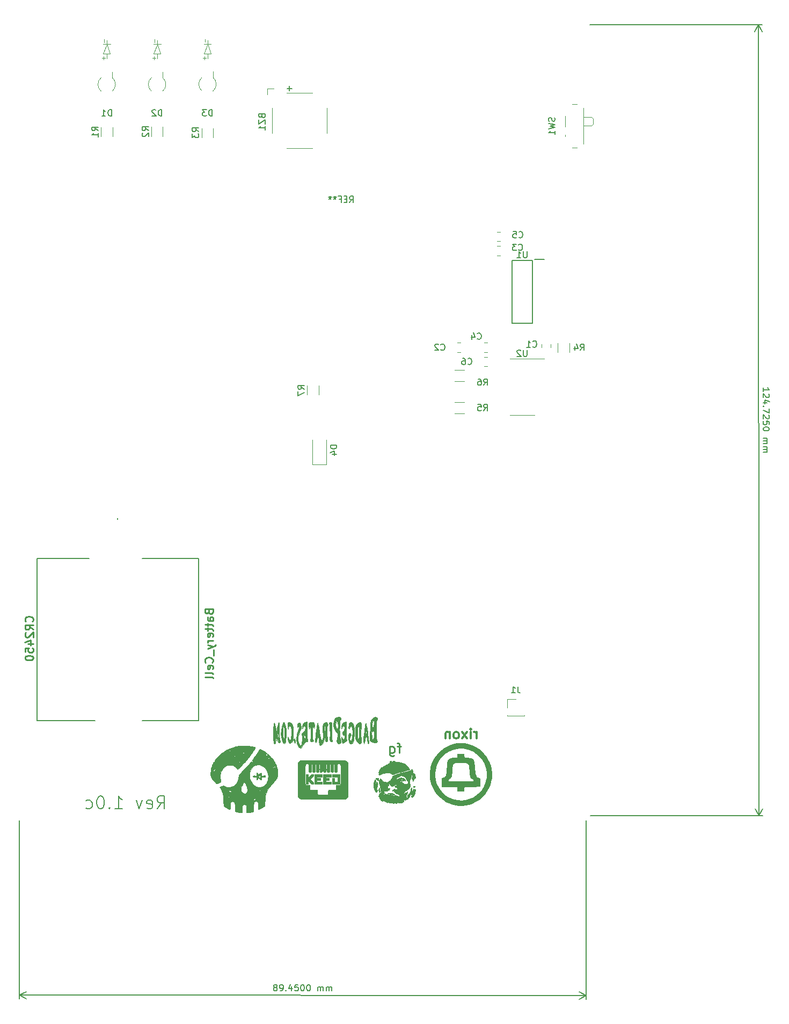
<source format=gbr>
%TF.GenerationSoftware,KiCad,Pcbnew,(6.0.1)*%
%TF.CreationDate,2022-08-22T18:54:28-05:00*%
%TF.ProjectId,Biohacking Village Badge - Gutz-Girl,42696f68-6163-46b6-996e-672056696c6c,1.0b*%
%TF.SameCoordinates,Original*%
%TF.FileFunction,Legend,Bot*%
%TF.FilePolarity,Positive*%
%FSLAX46Y46*%
G04 Gerber Fmt 4.6, Leading zero omitted, Abs format (unit mm)*
G04 Created by KiCad (PCBNEW (6.0.1)) date 2022-08-22 18:54:28*
%MOMM*%
%LPD*%
G01*
G04 APERTURE LIST*
%ADD10C,0.150000*%
%ADD11C,0.300000*%
%ADD12C,0.250000*%
%ADD13C,0.254000*%
%ADD14C,0.010000*%
%ADD15C,0.120000*%
%ADD16C,0.200000*%
G04 APERTURE END LIST*
D10*
X85175000Y-160479761D02*
X85841666Y-159527380D01*
X86317857Y-160479761D02*
X86317857Y-158479761D01*
X85555952Y-158479761D01*
X85365476Y-158575000D01*
X85270238Y-158670238D01*
X85175000Y-158860714D01*
X85175000Y-159146428D01*
X85270238Y-159336904D01*
X85365476Y-159432142D01*
X85555952Y-159527380D01*
X86317857Y-159527380D01*
X83555952Y-160384523D02*
X83746428Y-160479761D01*
X84127380Y-160479761D01*
X84317857Y-160384523D01*
X84413095Y-160194047D01*
X84413095Y-159432142D01*
X84317857Y-159241666D01*
X84127380Y-159146428D01*
X83746428Y-159146428D01*
X83555952Y-159241666D01*
X83460714Y-159432142D01*
X83460714Y-159622619D01*
X84413095Y-159813095D01*
X82794047Y-159146428D02*
X82317857Y-160479761D01*
X81841666Y-159146428D01*
X78508333Y-160479761D02*
X79651190Y-160479761D01*
X79079761Y-160479761D02*
X79079761Y-158479761D01*
X79270238Y-158765476D01*
X79460714Y-158955952D01*
X79651190Y-159051190D01*
X77651190Y-160289285D02*
X77555952Y-160384523D01*
X77651190Y-160479761D01*
X77746428Y-160384523D01*
X77651190Y-160289285D01*
X77651190Y-160479761D01*
X76317857Y-158479761D02*
X76127380Y-158479761D01*
X75936904Y-158575000D01*
X75841666Y-158670238D01*
X75746428Y-158860714D01*
X75651190Y-159241666D01*
X75651190Y-159717857D01*
X75746428Y-160098809D01*
X75841666Y-160289285D01*
X75936904Y-160384523D01*
X76127380Y-160479761D01*
X76317857Y-160479761D01*
X76508333Y-160384523D01*
X76603571Y-160289285D01*
X76698809Y-160098809D01*
X76794047Y-159717857D01*
X76794047Y-159241666D01*
X76698809Y-158860714D01*
X76603571Y-158670238D01*
X76508333Y-158575000D01*
X76317857Y-158479761D01*
X73936904Y-160384523D02*
X74127380Y-160479761D01*
X74508333Y-160479761D01*
X74698809Y-160384523D01*
X74794047Y-160289285D01*
X74889285Y-160098809D01*
X74889285Y-159527380D01*
X74794047Y-159336904D01*
X74698809Y-159241666D01*
X74508333Y-159146428D01*
X74127380Y-159146428D01*
X73936904Y-159241666D01*
X180724189Y-94686989D02*
X180723846Y-94115560D01*
X180724018Y-94401275D02*
X181724017Y-94400673D01*
X181581103Y-94305521D01*
X181485808Y-94210340D01*
X181438131Y-94115131D01*
X181629180Y-95067397D02*
X181676828Y-95114987D01*
X181724504Y-95210197D01*
X181724647Y-95448292D01*
X181677086Y-95543559D01*
X181629495Y-95591207D01*
X181534286Y-95638883D01*
X181439048Y-95638940D01*
X181296162Y-95591407D01*
X180724390Y-95020322D01*
X180724762Y-95639370D01*
X181391944Y-96496111D02*
X180725277Y-96496512D01*
X181772753Y-96257787D02*
X181058324Y-96020121D01*
X181058697Y-96639169D01*
X180820831Y-97020264D02*
X180773240Y-97067912D01*
X180725592Y-97020322D01*
X180773183Y-96972674D01*
X180820831Y-97020264D01*
X180725592Y-97020322D01*
X181725821Y-97400673D02*
X181726222Y-98067339D01*
X180725965Y-97639369D01*
X181631185Y-98400730D02*
X181678832Y-98448320D01*
X181726509Y-98543530D01*
X181726652Y-98781625D01*
X181679090Y-98876892D01*
X181631500Y-98924539D01*
X181536290Y-98972216D01*
X181441052Y-98972273D01*
X181298166Y-98924740D01*
X180726394Y-98353655D01*
X180726766Y-98972702D01*
X181727310Y-99876863D02*
X181727024Y-99400672D01*
X181250805Y-99353340D01*
X181298453Y-99400930D01*
X181346129Y-99496140D01*
X181346272Y-99734235D01*
X181298710Y-99829501D01*
X181251120Y-99877149D01*
X181155910Y-99924825D01*
X180917815Y-99924969D01*
X180822549Y-99877407D01*
X180774901Y-99829816D01*
X180727225Y-99734607D01*
X180727081Y-99496512D01*
X180774643Y-99401245D01*
X180822234Y-99353597D01*
X181727711Y-100543529D02*
X181727768Y-100638767D01*
X181680207Y-100734034D01*
X181632616Y-100781682D01*
X181537407Y-100829358D01*
X181346959Y-100877092D01*
X181108864Y-100877235D01*
X180918359Y-100829730D01*
X180823093Y-100782169D01*
X180775445Y-100734578D01*
X180727769Y-100639369D01*
X180727711Y-100544131D01*
X180775273Y-100448864D01*
X180822864Y-100401216D01*
X180918073Y-100353540D01*
X181108521Y-100305806D01*
X181346616Y-100305663D01*
X181537121Y-100353168D01*
X181632387Y-100400729D01*
X181680035Y-100448320D01*
X181727711Y-100543529D01*
X180728628Y-102067940D02*
X181395294Y-102067539D01*
X181300056Y-102067596D02*
X181347704Y-102115187D01*
X181395380Y-102210396D01*
X181395466Y-102353253D01*
X181347904Y-102448520D01*
X181252695Y-102496196D01*
X180728885Y-102496511D01*
X181252695Y-102496196D02*
X181347962Y-102543758D01*
X181395638Y-102638967D01*
X181395724Y-102781825D01*
X181348162Y-102877091D01*
X181252953Y-102924768D01*
X180729143Y-102925083D01*
X180729429Y-103401273D02*
X181396096Y-103400872D01*
X181300858Y-103400929D02*
X181348506Y-103448520D01*
X181396182Y-103543729D01*
X181396268Y-103686586D01*
X181348706Y-103781853D01*
X181253497Y-103829529D01*
X180729687Y-103829844D01*
X181253497Y-103829529D02*
X181348763Y-103877091D01*
X181396440Y-103972301D01*
X181396526Y-104115158D01*
X181348964Y-104210424D01*
X181253754Y-104258101D01*
X180729945Y-104258416D01*
X153415400Y-36864699D02*
X180578211Y-36848365D01*
X153490400Y-161589699D02*
X180653211Y-161573365D01*
X179991791Y-36848718D02*
X180066791Y-161573718D01*
X179991791Y-36848718D02*
X180066791Y-161573718D01*
X179991791Y-36848718D02*
X179406048Y-37975574D01*
X179991791Y-36848718D02*
X180578889Y-37974869D01*
X180066791Y-161573718D02*
X180652534Y-160446862D01*
X180066791Y-161573718D02*
X179479693Y-160447567D01*
X103704337Y-188631247D02*
X103609112Y-188583601D01*
X103561506Y-188535969D01*
X103513914Y-188440718D01*
X103513927Y-188393099D01*
X103561573Y-188297874D01*
X103609205Y-188250268D01*
X103704456Y-188202676D01*
X103894932Y-188202729D01*
X103990157Y-188250375D01*
X104037763Y-188298007D01*
X104085355Y-188393258D01*
X104085342Y-188440877D01*
X104037696Y-188536102D01*
X103990064Y-188583708D01*
X103894813Y-188631300D01*
X103704337Y-188631247D01*
X103609085Y-188678840D01*
X103561453Y-188726445D01*
X103513807Y-188821670D01*
X103513754Y-189012146D01*
X103561346Y-189107398D01*
X103608952Y-189155030D01*
X103704177Y-189202676D01*
X103894653Y-189202729D01*
X103989904Y-189155137D01*
X104037537Y-189107531D01*
X104085182Y-189012306D01*
X104085236Y-188821830D01*
X104037643Y-188726578D01*
X103990037Y-188678946D01*
X103894813Y-188631300D01*
X104561320Y-189202915D02*
X104751796Y-189202969D01*
X104847047Y-189155376D01*
X104894680Y-189107770D01*
X104989958Y-188964940D01*
X105037630Y-188774477D01*
X105037736Y-188393525D01*
X104990144Y-188298273D01*
X104942538Y-188250641D01*
X104847313Y-188202995D01*
X104656837Y-188202942D01*
X104561586Y-188250534D01*
X104513953Y-188298140D01*
X104466308Y-188393365D01*
X104466241Y-188631460D01*
X104513834Y-188726712D01*
X104561439Y-188774344D01*
X104656664Y-188821990D01*
X104847140Y-188822043D01*
X104942392Y-188774450D01*
X104990024Y-188726845D01*
X105037670Y-188631620D01*
X105466108Y-189107930D02*
X105513714Y-189155562D01*
X105466082Y-189203168D01*
X105418476Y-189155536D01*
X105466108Y-189107930D01*
X105466082Y-189203168D01*
X106371030Y-188536754D02*
X106370843Y-189203421D01*
X106133041Y-188155735D02*
X105894746Y-188869955D01*
X106513794Y-188870128D01*
X107371123Y-188203701D02*
X106894932Y-188203567D01*
X106847180Y-188679745D01*
X106894813Y-188632139D01*
X106990064Y-188584546D01*
X107228159Y-188584613D01*
X107323384Y-188632259D01*
X107370990Y-188679891D01*
X107418582Y-188775142D01*
X107418516Y-189013238D01*
X107370870Y-189108462D01*
X107323238Y-189156068D01*
X107227986Y-189203661D01*
X106989891Y-189203594D01*
X106894666Y-189155948D01*
X106847060Y-189108316D01*
X108037789Y-188203887D02*
X108133028Y-188203913D01*
X108228252Y-188251559D01*
X108275858Y-188299191D01*
X108323450Y-188394443D01*
X108371016Y-188584932D01*
X108370950Y-188823028D01*
X108323277Y-189013490D01*
X108275632Y-189108715D01*
X108227999Y-189156321D01*
X108132748Y-189203913D01*
X108037510Y-189203887D01*
X107942285Y-189156241D01*
X107894679Y-189108609D01*
X107847087Y-189013357D01*
X107799521Y-188822868D01*
X107799588Y-188584773D01*
X107847260Y-188394310D01*
X107894906Y-188299085D01*
X107942538Y-188251479D01*
X108037789Y-188203887D01*
X108990170Y-188204153D02*
X109085408Y-188204180D01*
X109180633Y-188251825D01*
X109228239Y-188299458D01*
X109275831Y-188394709D01*
X109323397Y-188585199D01*
X109323331Y-188823294D01*
X109275658Y-189013757D01*
X109228013Y-189108981D01*
X109180380Y-189156587D01*
X109085129Y-189204180D01*
X108989891Y-189204153D01*
X108894666Y-189156507D01*
X108847060Y-189108875D01*
X108799468Y-189013624D01*
X108751902Y-188823134D01*
X108751969Y-188585039D01*
X108799641Y-188394576D01*
X108847287Y-188299351D01*
X108894919Y-188251745D01*
X108990170Y-188204153D01*
X110513700Y-189204579D02*
X110513887Y-188537912D01*
X110513860Y-188633150D02*
X110561492Y-188585545D01*
X110656744Y-188537952D01*
X110799601Y-188537992D01*
X110894826Y-188585638D01*
X110942418Y-188680889D01*
X110942272Y-189204699D01*
X110942418Y-188680889D02*
X110990064Y-188585664D01*
X111085315Y-188538072D01*
X111228172Y-188538112D01*
X111323397Y-188585758D01*
X111370990Y-188681009D01*
X111370843Y-189204818D01*
X111847034Y-189204952D02*
X111847220Y-188538285D01*
X111847193Y-188633523D02*
X111894826Y-188585917D01*
X111990077Y-188538325D01*
X112132934Y-188538365D01*
X112228159Y-188586010D01*
X112275751Y-188681262D01*
X112275605Y-189205071D01*
X112275751Y-188681262D02*
X112323397Y-188586037D01*
X112418649Y-188538445D01*
X112561506Y-188538485D01*
X112656730Y-188586130D01*
X112704323Y-188681382D01*
X112704176Y-189205191D01*
X152865260Y-162340000D02*
X152857390Y-190500453D01*
X63415260Y-162315000D02*
X63407390Y-190475453D01*
X152857554Y-189914033D02*
X63407554Y-189889033D01*
X152857554Y-189914033D02*
X63407554Y-189889033D01*
X152857554Y-189914033D02*
X151731214Y-189327297D01*
X152857554Y-189914033D02*
X151730886Y-190500139D01*
X63407554Y-189889033D02*
X64533894Y-190475769D01*
X63407554Y-189889033D02*
X64534222Y-189302927D01*
D11*
%TO.C,G\u002A\u002A\u002A*%
X135563428Y-149406428D02*
X135563428Y-148390428D01*
X135563428Y-148680714D02*
X135490857Y-148535571D01*
X135418285Y-148463000D01*
X135273142Y-148390428D01*
X135128000Y-148390428D01*
X134620000Y-149406428D02*
X134620000Y-148390428D01*
X134620000Y-147882428D02*
X134692571Y-147955000D01*
X134620000Y-148027571D01*
X134547428Y-147955000D01*
X134620000Y-147882428D01*
X134620000Y-148027571D01*
X134039428Y-149406428D02*
X133241142Y-148390428D01*
X134039428Y-148390428D02*
X133241142Y-149406428D01*
X132442857Y-149406428D02*
X132588000Y-149333857D01*
X132660571Y-149261285D01*
X132733142Y-149116142D01*
X132733142Y-148680714D01*
X132660571Y-148535571D01*
X132588000Y-148463000D01*
X132442857Y-148390428D01*
X132225142Y-148390428D01*
X132080000Y-148463000D01*
X132007428Y-148535571D01*
X131934857Y-148680714D01*
X131934857Y-149116142D01*
X132007428Y-149261285D01*
X132080000Y-149333857D01*
X132225142Y-149406428D01*
X132442857Y-149406428D01*
X131281714Y-148390428D02*
X131281714Y-149406428D01*
X131281714Y-148535571D02*
X131209142Y-148463000D01*
X131064000Y-148390428D01*
X130846285Y-148390428D01*
X130701142Y-148463000D01*
X130628571Y-148608142D01*
X130628571Y-149406428D01*
D10*
%TO.C,D2*%
X85888295Y-51252380D02*
X85888295Y-50252380D01*
X85650200Y-50252380D01*
X85507342Y-50300000D01*
X85412104Y-50395238D01*
X85364485Y-50490476D01*
X85316866Y-50680952D01*
X85316866Y-50823809D01*
X85364485Y-51014285D01*
X85412104Y-51109523D01*
X85507342Y-51204761D01*
X85650200Y-51252380D01*
X85888295Y-51252380D01*
X84935914Y-50347619D02*
X84888295Y-50300000D01*
X84793057Y-50252380D01*
X84554961Y-50252380D01*
X84459723Y-50300000D01*
X84412104Y-50347619D01*
X84364485Y-50442857D01*
X84364485Y-50538095D01*
X84412104Y-50680952D01*
X84983533Y-51252380D01*
X84364485Y-51252380D01*
%TO.C,D3*%
X93838495Y-51252380D02*
X93838495Y-50252380D01*
X93600400Y-50252380D01*
X93457542Y-50300000D01*
X93362304Y-50395238D01*
X93314685Y-50490476D01*
X93267066Y-50680952D01*
X93267066Y-50823809D01*
X93314685Y-51014285D01*
X93362304Y-51109523D01*
X93457542Y-51204761D01*
X93600400Y-51252380D01*
X93838495Y-51252380D01*
X92933733Y-50252380D02*
X92314685Y-50252380D01*
X92648019Y-50633333D01*
X92505161Y-50633333D01*
X92409923Y-50680952D01*
X92362304Y-50728571D01*
X92314685Y-50823809D01*
X92314685Y-51061904D01*
X92362304Y-51157142D01*
X92409923Y-51204761D01*
X92505161Y-51252380D01*
X92790876Y-51252380D01*
X92886114Y-51204761D01*
X92933733Y-51157142D01*
%TO.C,D1*%
X77954095Y-51252380D02*
X77954095Y-50252380D01*
X77716000Y-50252380D01*
X77573142Y-50300000D01*
X77477904Y-50395238D01*
X77430285Y-50490476D01*
X77382666Y-50680952D01*
X77382666Y-50823809D01*
X77430285Y-51014285D01*
X77477904Y-51109523D01*
X77573142Y-51204761D01*
X77716000Y-51252380D01*
X77954095Y-51252380D01*
X76430285Y-51252380D02*
X77001714Y-51252380D01*
X76716000Y-51252380D02*
X76716000Y-50252380D01*
X76811238Y-50395238D01*
X76906476Y-50490476D01*
X77001714Y-50538095D01*
D12*
%TO.C,G\u002A\u002A\u002A*%
X123613620Y-150661868D02*
X123026953Y-150661868D01*
X123393620Y-151688534D02*
X123393620Y-150368534D01*
X123320286Y-150221868D01*
X123173620Y-150148534D01*
X123026953Y-150148534D01*
X121853620Y-150661868D02*
X121853620Y-151908534D01*
X121926953Y-152055201D01*
X122000286Y-152128534D01*
X122146953Y-152201868D01*
X122366953Y-152201868D01*
X122513620Y-152128534D01*
X121853620Y-151615201D02*
X122000286Y-151688534D01*
X122293620Y-151688534D01*
X122440286Y-151615201D01*
X122513620Y-151541868D01*
X122586953Y-151395201D01*
X122586953Y-150955201D01*
X122513620Y-150808534D01*
X122440286Y-150735201D01*
X122293620Y-150661868D01*
X122000286Y-150661868D01*
X121853620Y-150735201D01*
D10*
%TO.C,U1*%
X143509904Y-72604380D02*
X143509904Y-73413904D01*
X143462285Y-73509142D01*
X143414666Y-73556761D01*
X143319428Y-73604380D01*
X143128952Y-73604380D01*
X143033714Y-73556761D01*
X142986095Y-73509142D01*
X142938476Y-73413904D01*
X142938476Y-72604380D01*
X141938476Y-73604380D02*
X142509904Y-73604380D01*
X142224190Y-73604380D02*
X142224190Y-72604380D01*
X142319428Y-72747238D01*
X142414666Y-72842476D01*
X142509904Y-72890095D01*
%TO.C,C5*%
X142216666Y-70357142D02*
X142264285Y-70404761D01*
X142407142Y-70452380D01*
X142502380Y-70452380D01*
X142645238Y-70404761D01*
X142740476Y-70309523D01*
X142788095Y-70214285D01*
X142835714Y-70023809D01*
X142835714Y-69880952D01*
X142788095Y-69690476D01*
X142740476Y-69595238D01*
X142645238Y-69500000D01*
X142502380Y-69452380D01*
X142407142Y-69452380D01*
X142264285Y-69500000D01*
X142216666Y-69547619D01*
X141311904Y-69452380D02*
X141788095Y-69452380D01*
X141835714Y-69928571D01*
X141788095Y-69880952D01*
X141692857Y-69833333D01*
X141454761Y-69833333D01*
X141359523Y-69880952D01*
X141311904Y-69928571D01*
X141264285Y-70023809D01*
X141264285Y-70261904D01*
X141311904Y-70357142D01*
X141359523Y-70404761D01*
X141454761Y-70452380D01*
X141692857Y-70452380D01*
X141788095Y-70404761D01*
X141835714Y-70357142D01*
%TO.C,R3*%
X91707380Y-53722133D02*
X91231190Y-53388800D01*
X91707380Y-53150704D02*
X90707380Y-53150704D01*
X90707380Y-53531657D01*
X90755000Y-53626895D01*
X90802619Y-53674514D01*
X90897857Y-53722133D01*
X91040714Y-53722133D01*
X91135952Y-53674514D01*
X91183571Y-53626895D01*
X91231190Y-53531657D01*
X91231190Y-53150704D01*
X90707380Y-54055466D02*
X90707380Y-54674514D01*
X91088333Y-54341180D01*
X91088333Y-54484038D01*
X91135952Y-54579276D01*
X91183571Y-54626895D01*
X91278809Y-54674514D01*
X91516904Y-54674514D01*
X91612142Y-54626895D01*
X91659761Y-54579276D01*
X91707380Y-54484038D01*
X91707380Y-54198323D01*
X91659761Y-54103085D01*
X91612142Y-54055466D01*
D13*
%TO.C,CR2450*%
X65477571Y-130943047D02*
X65538047Y-130882571D01*
X65598523Y-130701142D01*
X65598523Y-130580190D01*
X65538047Y-130398761D01*
X65417095Y-130277809D01*
X65296142Y-130217333D01*
X65054238Y-130156857D01*
X64872809Y-130156857D01*
X64630904Y-130217333D01*
X64509952Y-130277809D01*
X64389000Y-130398761D01*
X64328523Y-130580190D01*
X64328523Y-130701142D01*
X64389000Y-130882571D01*
X64449476Y-130943047D01*
X65598523Y-132213047D02*
X64993761Y-131789714D01*
X65598523Y-131487333D02*
X64328523Y-131487333D01*
X64328523Y-131971142D01*
X64389000Y-132092095D01*
X64449476Y-132152571D01*
X64570428Y-132213047D01*
X64751857Y-132213047D01*
X64872809Y-132152571D01*
X64933285Y-132092095D01*
X64993761Y-131971142D01*
X64993761Y-131487333D01*
X64449476Y-132696857D02*
X64389000Y-132757333D01*
X64328523Y-132878285D01*
X64328523Y-133180666D01*
X64389000Y-133301619D01*
X64449476Y-133362095D01*
X64570428Y-133422571D01*
X64691380Y-133422571D01*
X64872809Y-133362095D01*
X65598523Y-132636380D01*
X65598523Y-133422571D01*
X64751857Y-134511142D02*
X65598523Y-134511142D01*
X64268047Y-134208761D02*
X65175190Y-133906380D01*
X65175190Y-134692571D01*
X64328523Y-135781142D02*
X64328523Y-135176380D01*
X64933285Y-135115904D01*
X64872809Y-135176380D01*
X64812333Y-135297333D01*
X64812333Y-135599714D01*
X64872809Y-135720666D01*
X64933285Y-135781142D01*
X65054238Y-135841619D01*
X65356619Y-135841619D01*
X65477571Y-135781142D01*
X65538047Y-135720666D01*
X65598523Y-135599714D01*
X65598523Y-135297333D01*
X65538047Y-135176380D01*
X65477571Y-135115904D01*
X64328523Y-136627809D02*
X64328523Y-136748761D01*
X64389000Y-136869714D01*
X64449476Y-136930190D01*
X64570428Y-136990666D01*
X64812333Y-137051142D01*
X65114714Y-137051142D01*
X65356619Y-136990666D01*
X65477571Y-136930190D01*
X65538047Y-136869714D01*
X65598523Y-136748761D01*
X65598523Y-136627809D01*
X65538047Y-136506857D01*
X65477571Y-136446380D01*
X65356619Y-136385904D01*
X65114714Y-136325428D01*
X64812333Y-136325428D01*
X64570428Y-136385904D01*
X64449476Y-136446380D01*
X64389000Y-136506857D01*
X64328523Y-136627809D01*
X93275485Y-129417352D02*
X93335961Y-129598780D01*
X93396438Y-129659257D01*
X93517390Y-129719733D01*
X93698819Y-129719733D01*
X93819771Y-129659257D01*
X93880247Y-129598780D01*
X93940723Y-129477828D01*
X93940723Y-128994019D01*
X92670723Y-128994019D01*
X92670723Y-129417352D01*
X92731200Y-129538304D01*
X92791676Y-129598780D01*
X92912628Y-129659257D01*
X93033580Y-129659257D01*
X93154533Y-129598780D01*
X93215009Y-129538304D01*
X93275485Y-129417352D01*
X93275485Y-128994019D01*
X93940723Y-130808304D02*
X93275485Y-130808304D01*
X93154533Y-130747828D01*
X93094057Y-130626876D01*
X93094057Y-130384971D01*
X93154533Y-130264019D01*
X93880247Y-130808304D02*
X93940723Y-130687352D01*
X93940723Y-130384971D01*
X93880247Y-130264019D01*
X93759295Y-130203542D01*
X93638342Y-130203542D01*
X93517390Y-130264019D01*
X93456914Y-130384971D01*
X93456914Y-130687352D01*
X93396438Y-130808304D01*
X93094057Y-131231638D02*
X93094057Y-131715447D01*
X92670723Y-131413066D02*
X93759295Y-131413066D01*
X93880247Y-131473542D01*
X93940723Y-131594495D01*
X93940723Y-131715447D01*
X93094057Y-131957352D02*
X93094057Y-132441161D01*
X92670723Y-132138780D02*
X93759295Y-132138780D01*
X93880247Y-132199257D01*
X93940723Y-132320209D01*
X93940723Y-132441161D01*
X93880247Y-133348304D02*
X93940723Y-133227352D01*
X93940723Y-132985447D01*
X93880247Y-132864495D01*
X93759295Y-132804019D01*
X93275485Y-132804019D01*
X93154533Y-132864495D01*
X93094057Y-132985447D01*
X93094057Y-133227352D01*
X93154533Y-133348304D01*
X93275485Y-133408780D01*
X93396438Y-133408780D01*
X93517390Y-132804019D01*
X93940723Y-133953066D02*
X93094057Y-133953066D01*
X93335961Y-133953066D02*
X93215009Y-134013542D01*
X93154533Y-134074019D01*
X93094057Y-134194971D01*
X93094057Y-134315923D01*
X93094057Y-134618304D02*
X93940723Y-134920685D01*
X93094057Y-135223066D02*
X93940723Y-134920685D01*
X94243104Y-134799733D01*
X94303580Y-134739257D01*
X94364057Y-134618304D01*
X94061676Y-135404495D02*
X94061676Y-136372114D01*
X93819771Y-137400209D02*
X93880247Y-137339733D01*
X93940723Y-137158304D01*
X93940723Y-137037352D01*
X93880247Y-136855923D01*
X93759295Y-136734971D01*
X93638342Y-136674495D01*
X93396438Y-136614019D01*
X93215009Y-136614019D01*
X92973104Y-136674495D01*
X92852152Y-136734971D01*
X92731200Y-136855923D01*
X92670723Y-137037352D01*
X92670723Y-137158304D01*
X92731200Y-137339733D01*
X92791676Y-137400209D01*
X93880247Y-138428304D02*
X93940723Y-138307352D01*
X93940723Y-138065447D01*
X93880247Y-137944495D01*
X93759295Y-137884019D01*
X93275485Y-137884019D01*
X93154533Y-137944495D01*
X93094057Y-138065447D01*
X93094057Y-138307352D01*
X93154533Y-138428304D01*
X93275485Y-138488780D01*
X93396438Y-138488780D01*
X93517390Y-137884019D01*
X93940723Y-139214495D02*
X93880247Y-139093542D01*
X93759295Y-139033066D01*
X92670723Y-139033066D01*
X93940723Y-139879733D02*
X93880247Y-139758780D01*
X93759295Y-139698304D01*
X92670723Y-139698304D01*
D10*
%TO.C,REF\u002A\u002A*%
X115508333Y-64902380D02*
X115841666Y-64426190D01*
X116079761Y-64902380D02*
X116079761Y-63902380D01*
X115698809Y-63902380D01*
X115603571Y-63950000D01*
X115555952Y-63997619D01*
X115508333Y-64092857D01*
X115508333Y-64235714D01*
X115555952Y-64330952D01*
X115603571Y-64378571D01*
X115698809Y-64426190D01*
X116079761Y-64426190D01*
X115079761Y-64378571D02*
X114746428Y-64378571D01*
X114603571Y-64902380D02*
X115079761Y-64902380D01*
X115079761Y-63902380D01*
X114603571Y-63902380D01*
X113841666Y-64378571D02*
X114175000Y-64378571D01*
X114175000Y-64902380D02*
X114175000Y-63902380D01*
X113698809Y-63902380D01*
X113175000Y-63902380D02*
X113175000Y-64140476D01*
X113413095Y-64045238D02*
X113175000Y-64140476D01*
X112936904Y-64045238D01*
X113317857Y-64330952D02*
X113175000Y-64140476D01*
X113032142Y-64330952D01*
X112413095Y-63902380D02*
X112413095Y-64140476D01*
X112651190Y-64045238D02*
X112413095Y-64140476D01*
X112175000Y-64045238D01*
X112555952Y-64330952D02*
X112413095Y-64140476D01*
X112270238Y-64330952D01*
%TO.C,C3*%
X142166666Y-72357142D02*
X142214285Y-72404761D01*
X142357142Y-72452380D01*
X142452380Y-72452380D01*
X142595238Y-72404761D01*
X142690476Y-72309523D01*
X142738095Y-72214285D01*
X142785714Y-72023809D01*
X142785714Y-71880952D01*
X142738095Y-71690476D01*
X142690476Y-71595238D01*
X142595238Y-71500000D01*
X142452380Y-71452380D01*
X142357142Y-71452380D01*
X142214285Y-71500000D01*
X142166666Y-71547619D01*
X141833333Y-71452380D02*
X141214285Y-71452380D01*
X141547619Y-71833333D01*
X141404761Y-71833333D01*
X141309523Y-71880952D01*
X141261904Y-71928571D01*
X141214285Y-72023809D01*
X141214285Y-72261904D01*
X141261904Y-72357142D01*
X141309523Y-72404761D01*
X141404761Y-72452380D01*
X141690476Y-72452380D01*
X141785714Y-72404761D01*
X141833333Y-72357142D01*
%TO.C,R7*%
X108360380Y-94321333D02*
X107884190Y-93988000D01*
X108360380Y-93749904D02*
X107360380Y-93749904D01*
X107360380Y-94130857D01*
X107408000Y-94226095D01*
X107455619Y-94273714D01*
X107550857Y-94321333D01*
X107693714Y-94321333D01*
X107788952Y-94273714D01*
X107836571Y-94226095D01*
X107884190Y-94130857D01*
X107884190Y-93749904D01*
X107360380Y-94654666D02*
X107360380Y-95321333D01*
X108360380Y-94892761D01*
%TO.C,R6*%
X136666666Y-93702380D02*
X137000000Y-93226190D01*
X137238095Y-93702380D02*
X137238095Y-92702380D01*
X136857142Y-92702380D01*
X136761904Y-92750000D01*
X136714285Y-92797619D01*
X136666666Y-92892857D01*
X136666666Y-93035714D01*
X136714285Y-93130952D01*
X136761904Y-93178571D01*
X136857142Y-93226190D01*
X137238095Y-93226190D01*
X135809523Y-92702380D02*
X136000000Y-92702380D01*
X136095238Y-92750000D01*
X136142857Y-92797619D01*
X136238095Y-92940476D01*
X136285714Y-93130952D01*
X136285714Y-93511904D01*
X136238095Y-93607142D01*
X136190476Y-93654761D01*
X136095238Y-93702380D01*
X135904761Y-93702380D01*
X135809523Y-93654761D01*
X135761904Y-93607142D01*
X135714285Y-93511904D01*
X135714285Y-93273809D01*
X135761904Y-93178571D01*
X135809523Y-93130952D01*
X135904761Y-93083333D01*
X136095238Y-93083333D01*
X136190476Y-93130952D01*
X136238095Y-93178571D01*
X136285714Y-93273809D01*
%TO.C,C1*%
X144416666Y-87607142D02*
X144464285Y-87654761D01*
X144607142Y-87702380D01*
X144702380Y-87702380D01*
X144845238Y-87654761D01*
X144940476Y-87559523D01*
X144988095Y-87464285D01*
X145035714Y-87273809D01*
X145035714Y-87130952D01*
X144988095Y-86940476D01*
X144940476Y-86845238D01*
X144845238Y-86750000D01*
X144702380Y-86702380D01*
X144607142Y-86702380D01*
X144464285Y-86750000D01*
X144416666Y-86797619D01*
X143464285Y-87702380D02*
X144035714Y-87702380D01*
X143750000Y-87702380D02*
X143750000Y-86702380D01*
X143845238Y-86845238D01*
X143940476Y-86940476D01*
X144035714Y-86988095D01*
%TO.C,R1*%
X75857780Y-53569733D02*
X75381590Y-53236400D01*
X75857780Y-52998304D02*
X74857780Y-52998304D01*
X74857780Y-53379257D01*
X74905400Y-53474495D01*
X74953019Y-53522114D01*
X75048257Y-53569733D01*
X75191114Y-53569733D01*
X75286352Y-53522114D01*
X75333971Y-53474495D01*
X75381590Y-53379257D01*
X75381590Y-52998304D01*
X75857780Y-54522114D02*
X75857780Y-53950685D01*
X75857780Y-54236400D02*
X74857780Y-54236400D01*
X75000638Y-54141161D01*
X75095876Y-54045923D01*
X75143495Y-53950685D01*
%TO.C,D4*%
X113482380Y-103147904D02*
X112482380Y-103147904D01*
X112482380Y-103386000D01*
X112530000Y-103528857D01*
X112625238Y-103624095D01*
X112720476Y-103671714D01*
X112910952Y-103719333D01*
X113053809Y-103719333D01*
X113244285Y-103671714D01*
X113339523Y-103624095D01*
X113434761Y-103528857D01*
X113482380Y-103386000D01*
X113482380Y-103147904D01*
X112815714Y-104576476D02*
X113482380Y-104576476D01*
X112434761Y-104338380D02*
X113149047Y-104100285D01*
X113149047Y-104719333D01*
%TO.C,C6*%
X134166666Y-90357142D02*
X134214285Y-90404761D01*
X134357142Y-90452380D01*
X134452380Y-90452380D01*
X134595238Y-90404761D01*
X134690476Y-90309523D01*
X134738095Y-90214285D01*
X134785714Y-90023809D01*
X134785714Y-89880952D01*
X134738095Y-89690476D01*
X134690476Y-89595238D01*
X134595238Y-89500000D01*
X134452380Y-89452380D01*
X134357142Y-89452380D01*
X134214285Y-89500000D01*
X134166666Y-89547619D01*
X133309523Y-89452380D02*
X133500000Y-89452380D01*
X133595238Y-89500000D01*
X133642857Y-89547619D01*
X133738095Y-89690476D01*
X133785714Y-89880952D01*
X133785714Y-90261904D01*
X133738095Y-90357142D01*
X133690476Y-90404761D01*
X133595238Y-90452380D01*
X133404761Y-90452380D01*
X133309523Y-90404761D01*
X133261904Y-90357142D01*
X133214285Y-90261904D01*
X133214285Y-90023809D01*
X133261904Y-89928571D01*
X133309523Y-89880952D01*
X133404761Y-89833333D01*
X133595238Y-89833333D01*
X133690476Y-89880952D01*
X133738095Y-89928571D01*
X133785714Y-90023809D01*
%TO.C,R5*%
X136666666Y-97702380D02*
X137000000Y-97226190D01*
X137238095Y-97702380D02*
X137238095Y-96702380D01*
X136857142Y-96702380D01*
X136761904Y-96750000D01*
X136714285Y-96797619D01*
X136666666Y-96892857D01*
X136666666Y-97035714D01*
X136714285Y-97130952D01*
X136761904Y-97178571D01*
X136857142Y-97226190D01*
X137238095Y-97226190D01*
X135761904Y-96702380D02*
X136238095Y-96702380D01*
X136285714Y-97178571D01*
X136238095Y-97130952D01*
X136142857Y-97083333D01*
X135904761Y-97083333D01*
X135809523Y-97130952D01*
X135761904Y-97178571D01*
X135714285Y-97273809D01*
X135714285Y-97511904D01*
X135761904Y-97607142D01*
X135809523Y-97654761D01*
X135904761Y-97702380D01*
X136142857Y-97702380D01*
X136238095Y-97654761D01*
X136285714Y-97607142D01*
%TO.C,U2*%
X143509904Y-88152380D02*
X143509904Y-88961904D01*
X143462285Y-89057142D01*
X143414666Y-89104761D01*
X143319428Y-89152380D01*
X143128952Y-89152380D01*
X143033714Y-89104761D01*
X142986095Y-89057142D01*
X142938476Y-88961904D01*
X142938476Y-88152380D01*
X142509904Y-88247619D02*
X142462285Y-88200000D01*
X142367047Y-88152380D01*
X142128952Y-88152380D01*
X142033714Y-88200000D01*
X141986095Y-88247619D01*
X141938476Y-88342857D01*
X141938476Y-88438095D01*
X141986095Y-88580952D01*
X142557523Y-89152380D01*
X141938476Y-89152380D01*
%TO.C,C2*%
X129916666Y-88107142D02*
X129964285Y-88154761D01*
X130107142Y-88202380D01*
X130202380Y-88202380D01*
X130345238Y-88154761D01*
X130440476Y-88059523D01*
X130488095Y-87964285D01*
X130535714Y-87773809D01*
X130535714Y-87630952D01*
X130488095Y-87440476D01*
X130440476Y-87345238D01*
X130345238Y-87250000D01*
X130202380Y-87202380D01*
X130107142Y-87202380D01*
X129964285Y-87250000D01*
X129916666Y-87297619D01*
X129535714Y-87297619D02*
X129488095Y-87250000D01*
X129392857Y-87202380D01*
X129154761Y-87202380D01*
X129059523Y-87250000D01*
X129011904Y-87297619D01*
X128964285Y-87392857D01*
X128964285Y-87488095D01*
X129011904Y-87630952D01*
X129583333Y-88202380D01*
X128964285Y-88202380D01*
%TO.C,R2*%
X83782580Y-53544333D02*
X83306390Y-53211000D01*
X83782580Y-52972904D02*
X82782580Y-52972904D01*
X82782580Y-53353857D01*
X82830200Y-53449095D01*
X82877819Y-53496714D01*
X82973057Y-53544333D01*
X83115914Y-53544333D01*
X83211152Y-53496714D01*
X83258771Y-53449095D01*
X83306390Y-53353857D01*
X83306390Y-52972904D01*
X82877819Y-53925285D02*
X82830200Y-53972904D01*
X82782580Y-54068142D01*
X82782580Y-54306238D01*
X82830200Y-54401476D01*
X82877819Y-54449095D01*
X82973057Y-54496714D01*
X83068295Y-54496714D01*
X83211152Y-54449095D01*
X83782580Y-53877666D01*
X83782580Y-54496714D01*
%TO.C,J1*%
X142065333Y-141208380D02*
X142065333Y-141922666D01*
X142112952Y-142065523D01*
X142208190Y-142160761D01*
X142351047Y-142208380D01*
X142446285Y-142208380D01*
X141065333Y-142208380D02*
X141636761Y-142208380D01*
X141351047Y-142208380D02*
X141351047Y-141208380D01*
X141446285Y-141351238D01*
X141541523Y-141446476D01*
X141636761Y-141494095D01*
%TO.C,C4*%
X135666666Y-86357142D02*
X135714285Y-86404761D01*
X135857142Y-86452380D01*
X135952380Y-86452380D01*
X136095238Y-86404761D01*
X136190476Y-86309523D01*
X136238095Y-86214285D01*
X136285714Y-86023809D01*
X136285714Y-85880952D01*
X136238095Y-85690476D01*
X136190476Y-85595238D01*
X136095238Y-85500000D01*
X135952380Y-85452380D01*
X135857142Y-85452380D01*
X135714285Y-85500000D01*
X135666666Y-85547619D01*
X134809523Y-85785714D02*
X134809523Y-86452380D01*
X135047619Y-85404761D02*
X135285714Y-86119047D01*
X134666666Y-86119047D01*
%TO.C,SW1*%
X147859761Y-51498666D02*
X147907380Y-51641523D01*
X147907380Y-51879619D01*
X147859761Y-51974857D01*
X147812142Y-52022476D01*
X147716904Y-52070095D01*
X147621666Y-52070095D01*
X147526428Y-52022476D01*
X147478809Y-51974857D01*
X147431190Y-51879619D01*
X147383571Y-51689142D01*
X147335952Y-51593904D01*
X147288333Y-51546285D01*
X147193095Y-51498666D01*
X147097857Y-51498666D01*
X147002619Y-51546285D01*
X146955000Y-51593904D01*
X146907380Y-51689142D01*
X146907380Y-51927238D01*
X146955000Y-52070095D01*
X146907380Y-52403428D02*
X147907380Y-52641523D01*
X147193095Y-52832000D01*
X147907380Y-53022476D01*
X146907380Y-53260571D01*
X147907380Y-54165333D02*
X147907380Y-53593904D01*
X147907380Y-53879619D02*
X146907380Y-53879619D01*
X147050238Y-53784380D01*
X147145476Y-53689142D01*
X147193095Y-53593904D01*
%TO.C,BZ1*%
X101649471Y-51269147D02*
X101697090Y-51412004D01*
X101744709Y-51459623D01*
X101839947Y-51507242D01*
X101982804Y-51507242D01*
X102078042Y-51459623D01*
X102125661Y-51412004D01*
X102173280Y-51316766D01*
X102173280Y-50935814D01*
X101173280Y-50935814D01*
X101173280Y-51269147D01*
X101220900Y-51364385D01*
X101268519Y-51412004D01*
X101363757Y-51459623D01*
X101458995Y-51459623D01*
X101554233Y-51412004D01*
X101601852Y-51364385D01*
X101649471Y-51269147D01*
X101649471Y-50935814D01*
X101173280Y-51840576D02*
X101173280Y-52507242D01*
X102173280Y-51840576D01*
X102173280Y-52507242D01*
X102173280Y-53412004D02*
X102173280Y-52840576D01*
X102173280Y-53126290D02*
X101173280Y-53126290D01*
X101316138Y-53031052D01*
X101411376Y-52935814D01*
X101458995Y-52840576D01*
X106401852Y-46921528D02*
X105639947Y-46921528D01*
X106020900Y-47302480D02*
X106020900Y-46540576D01*
%TO.C,R4*%
X151916666Y-88202380D02*
X152250000Y-87726190D01*
X152488095Y-88202380D02*
X152488095Y-87202380D01*
X152107142Y-87202380D01*
X152011904Y-87250000D01*
X151964285Y-87297619D01*
X151916666Y-87392857D01*
X151916666Y-87535714D01*
X151964285Y-87630952D01*
X152011904Y-87678571D01*
X152107142Y-87726190D01*
X152488095Y-87726190D01*
X151059523Y-87535714D02*
X151059523Y-88202380D01*
X151297619Y-87154761D02*
X151535714Y-87869047D01*
X150916666Y-87869047D01*
%TO.C,G\u002A\u002A\u002A*%
G36*
X137983117Y-155681672D02*
G01*
X137940133Y-155967238D01*
X137877801Y-156244274D01*
X137722966Y-156762504D01*
X137524864Y-157241777D01*
X137281014Y-157686939D01*
X136988934Y-158102835D01*
X136646144Y-158494309D01*
X136591663Y-158549864D01*
X136191354Y-158917158D01*
X135774298Y-159228117D01*
X135335310Y-159485841D01*
X134869201Y-159693430D01*
X134370783Y-159853984D01*
X134179496Y-159900173D01*
X133957092Y-159945647D01*
X133728577Y-159985707D01*
X133515485Y-160016583D01*
X133339353Y-160034507D01*
X133069883Y-160039853D01*
X132712481Y-160016656D01*
X132333414Y-159964105D01*
X131947948Y-159885401D01*
X131571350Y-159783743D01*
X131218885Y-159662333D01*
X130905820Y-159524370D01*
X130728035Y-159430267D01*
X130270086Y-159141820D01*
X129849652Y-158807476D01*
X129469202Y-158430495D01*
X129131202Y-158014138D01*
X128838122Y-157561664D01*
X128592427Y-157076332D01*
X128396586Y-156561401D01*
X128253066Y-156020133D01*
X128245718Y-155984723D01*
X128222748Y-155862212D01*
X128206150Y-155745212D01*
X128194968Y-155620456D01*
X128188247Y-155474679D01*
X128185029Y-155294616D01*
X128184358Y-155067000D01*
X128184475Y-155006107D01*
X128185229Y-154910311D01*
X129031235Y-154910311D01*
X129041425Y-155381044D01*
X129110708Y-155857586D01*
X129238945Y-156344605D01*
X129312210Y-156554106D01*
X129512504Y-156997751D01*
X129761708Y-157409726D01*
X130055928Y-157786751D01*
X130391269Y-158125545D01*
X130763836Y-158422829D01*
X131169733Y-158675323D01*
X131605065Y-158879748D01*
X132065937Y-159032823D01*
X132548455Y-159131270D01*
X132697849Y-159149577D01*
X133177509Y-159169158D01*
X133653606Y-159130492D01*
X134121034Y-159035490D01*
X134574685Y-158886066D01*
X135009452Y-158684134D01*
X135420228Y-158431606D01*
X135801905Y-158130395D01*
X136149377Y-157782415D01*
X136380060Y-157492935D01*
X136626281Y-157104945D01*
X136831757Y-156686194D01*
X136990701Y-156248751D01*
X137097327Y-155804688D01*
X137120098Y-155634476D01*
X137136865Y-155395333D01*
X137142775Y-155133508D01*
X137137851Y-154869106D01*
X137122120Y-154622231D01*
X137095606Y-154412988D01*
X137044052Y-154163559D01*
X136902506Y-153698767D01*
X136707985Y-153255714D01*
X136464211Y-152839091D01*
X136174908Y-152453586D01*
X135843799Y-152103887D01*
X135474606Y-151794683D01*
X135071053Y-151530663D01*
X134636864Y-151316515D01*
X134460071Y-151248879D01*
X134140663Y-151151897D01*
X133802898Y-151076188D01*
X133464095Y-151024758D01*
X133141572Y-151000615D01*
X132852647Y-151006764D01*
X132411340Y-151061573D01*
X131967860Y-151160399D01*
X131553001Y-151303479D01*
X131156709Y-151494332D01*
X130768934Y-151736478D01*
X130428293Y-152001845D01*
X130081637Y-152342209D01*
X129779060Y-152720835D01*
X129524720Y-153132446D01*
X129322774Y-153571767D01*
X129188704Y-153967595D01*
X129080281Y-154440717D01*
X129031235Y-154910311D01*
X128185229Y-154910311D01*
X128186166Y-154791325D01*
X128190536Y-154621084D01*
X128198553Y-154482308D01*
X128211184Y-154361920D01*
X128229398Y-154246845D01*
X128254162Y-154124006D01*
X128303795Y-153914050D01*
X128470758Y-153379054D01*
X128688088Y-152875252D01*
X128953925Y-152405048D01*
X129266415Y-151970843D01*
X129623699Y-151575039D01*
X130023920Y-151220039D01*
X130465222Y-150908246D01*
X130945747Y-150642062D01*
X130985131Y-150623131D01*
X131495427Y-150412402D01*
X132012861Y-150261996D01*
X132536163Y-150171989D01*
X133064059Y-150142460D01*
X133595276Y-150173484D01*
X134128543Y-150265138D01*
X134662587Y-150417500D01*
X135026243Y-150557084D01*
X135516173Y-150798152D01*
X135969153Y-151086016D01*
X136383170Y-151418342D01*
X136756212Y-151792796D01*
X137086266Y-152207043D01*
X137371320Y-152658747D01*
X137609361Y-153145576D01*
X137798376Y-153665193D01*
X137936354Y-154215264D01*
X137961977Y-154364886D01*
X137996138Y-154680049D01*
X138011077Y-155017972D01*
X138009609Y-155133508D01*
X138006751Y-155358548D01*
X137983117Y-155681672D01*
G37*
G36*
X134905940Y-157045101D02*
G01*
X134786882Y-157046665D01*
X134525480Y-157050320D01*
X134286444Y-157053962D01*
X134076185Y-157057476D01*
X133901115Y-157060745D01*
X133767645Y-157063653D01*
X133682186Y-157066082D01*
X133651150Y-157067916D01*
X133648598Y-157089380D01*
X133645982Y-157160804D01*
X133644202Y-157269984D01*
X133643545Y-157404206D01*
X133642402Y-157514182D01*
X133638162Y-157632618D01*
X133631524Y-157717035D01*
X133623265Y-157754026D01*
X133606615Y-157758603D01*
X133538352Y-157764626D01*
X133429499Y-157769189D01*
X133292421Y-157772254D01*
X133139482Y-157773786D01*
X132983043Y-157773748D01*
X132835471Y-157772103D01*
X132709127Y-157768814D01*
X132616376Y-157763844D01*
X132569581Y-157757157D01*
X132564500Y-157754667D01*
X132545000Y-157727721D01*
X132532034Y-157668704D01*
X132524214Y-157568043D01*
X132520152Y-157416164D01*
X132517754Y-157311206D01*
X132512680Y-157194161D01*
X132506156Y-157111275D01*
X132499013Y-157075887D01*
X132493395Y-157074487D01*
X132439216Y-157070628D01*
X132333170Y-157066677D01*
X132181777Y-157062770D01*
X131991557Y-157059041D01*
X131769031Y-157055623D01*
X131520718Y-157052651D01*
X131253140Y-157050259D01*
X130023665Y-157041063D01*
X130023665Y-156037946D01*
X131123627Y-156037946D01*
X131124220Y-156114947D01*
X131142473Y-156153754D01*
X131185692Y-156172943D01*
X131227154Y-156176234D01*
X131322822Y-156179185D01*
X131466168Y-156181759D01*
X131650809Y-156183957D01*
X131870362Y-156185778D01*
X132118444Y-156187225D01*
X132388671Y-156188298D01*
X132674660Y-156188998D01*
X132970028Y-156189326D01*
X133268392Y-156189283D01*
X133563368Y-156188870D01*
X133848572Y-156188089D01*
X134117623Y-156186939D01*
X134364136Y-156185422D01*
X134581728Y-156183538D01*
X134764016Y-156181290D01*
X134904616Y-156178677D01*
X134997146Y-156175701D01*
X135035222Y-156172363D01*
X135041811Y-156168001D01*
X135064317Y-156118971D01*
X135073245Y-156037495D01*
X135070002Y-155969509D01*
X135051162Y-155925030D01*
X135003175Y-155889509D01*
X134912490Y-155846876D01*
X134902708Y-155842484D01*
X134738186Y-155740982D01*
X134619441Y-155603964D01*
X134539030Y-155422983D01*
X134532531Y-155398226D01*
X134514023Y-155297587D01*
X134493344Y-155149732D01*
X134471661Y-154964318D01*
X134450139Y-154751006D01*
X134429946Y-154519455D01*
X134418188Y-154378305D01*
X134399663Y-154172440D01*
X134381381Y-153987067D01*
X134364401Y-153832230D01*
X134349785Y-153717975D01*
X134338593Y-153654347D01*
X134331277Y-153630913D01*
X134279904Y-153527911D01*
X134210134Y-153437326D01*
X134175898Y-153405818D01*
X134117249Y-153364883D01*
X134045808Y-153332821D01*
X133954719Y-153308752D01*
X133837127Y-153291795D01*
X133686178Y-153281073D01*
X133495016Y-153275704D01*
X133256787Y-153274810D01*
X132964635Y-153277510D01*
X132775792Y-153280186D01*
X132571108Y-153284024D01*
X132413672Y-153288695D01*
X132295715Y-153294781D01*
X132209463Y-153302861D01*
X132147147Y-153313518D01*
X132100995Y-153327331D01*
X132063236Y-153344882D01*
X132016729Y-153371529D01*
X131947090Y-153421791D01*
X131893267Y-153482113D01*
X131852365Y-153560954D01*
X131821487Y-153666775D01*
X131797739Y-153808035D01*
X131778224Y-153993193D01*
X131760048Y-154230711D01*
X131748406Y-154396903D01*
X131729874Y-154649762D01*
X131713351Y-154853773D01*
X131697874Y-155016551D01*
X131682482Y-155145711D01*
X131666215Y-155248867D01*
X131648111Y-155333634D01*
X131627209Y-155407627D01*
X131602548Y-155478461D01*
X131529650Y-155623606D01*
X131407642Y-155757522D01*
X131251465Y-155842104D01*
X131216627Y-155854540D01*
X131160113Y-155885038D01*
X131134805Y-155932264D01*
X131124854Y-156018272D01*
X131123627Y-156037946D01*
X130023665Y-156037946D01*
X130023665Y-155682606D01*
X130165146Y-155646981D01*
X130166121Y-155646735D01*
X130324175Y-155596579D01*
X130447860Y-155529475D01*
X130563451Y-155431187D01*
X130585583Y-155408455D01*
X130627516Y-155357716D01*
X130664062Y-155298597D01*
X130696163Y-155225866D01*
X130724757Y-155134290D01*
X130750786Y-155018637D01*
X130775189Y-154873673D01*
X130798906Y-154694167D01*
X130822877Y-154474885D01*
X130848042Y-154210596D01*
X130875342Y-153896066D01*
X130905716Y-153526063D01*
X130908301Y-153494828D01*
X130935786Y-153242490D01*
X130972729Y-153041649D01*
X131022398Y-152884140D01*
X131088061Y-152761798D01*
X131172987Y-152666460D01*
X131280443Y-152589961D01*
X131328867Y-152563352D01*
X131430040Y-152519107D01*
X131545264Y-152485724D01*
X131686232Y-152460861D01*
X131864636Y-152442176D01*
X132092168Y-152427325D01*
X132502826Y-152405324D01*
X132518036Y-152101132D01*
X132533245Y-151796940D01*
X133628335Y-151796940D01*
X133643545Y-152101132D01*
X133658754Y-152405324D01*
X133810850Y-152412925D01*
X133940655Y-152419896D01*
X134249085Y-152442659D01*
X134504176Y-152474801D01*
X134711320Y-152520672D01*
X134875909Y-152584624D01*
X135003337Y-152671007D01*
X135098996Y-152784173D01*
X135168277Y-152928471D01*
X135216574Y-153108253D01*
X135249279Y-153327869D01*
X135271784Y-153591671D01*
X135295292Y-153927616D01*
X135322655Y-154267475D01*
X135351462Y-154555623D01*
X135383324Y-154796963D01*
X135419851Y-154996401D01*
X135462654Y-155158843D01*
X135513345Y-155289194D01*
X135573532Y-155392358D01*
X135644827Y-155473241D01*
X135728841Y-155536748D01*
X135827184Y-155587783D01*
X135941466Y-155631254D01*
X136153126Y-155702484D01*
X136153126Y-157029036D01*
X134905940Y-157045101D01*
G37*
D14*
X113931376Y-156565971D02*
X112746043Y-156565971D01*
X112746043Y-156565971D02*
X112746043Y-155655805D01*
X112746043Y-155655805D02*
X113105876Y-155655805D01*
X113105876Y-155655805D02*
X113105876Y-156206138D01*
X113105876Y-156206138D02*
X113592710Y-156206138D01*
X113592710Y-156206138D02*
X113592710Y-155444138D01*
X113592710Y-155444138D02*
X112746043Y-155444138D01*
X112746043Y-155444138D02*
X112746043Y-155084305D01*
X112746043Y-155084305D02*
X113931376Y-155084305D01*
X113931376Y-155084305D02*
X113931376Y-156565971D01*
X113931376Y-156565971D02*
X113931376Y-156565971D01*
G36*
X113931376Y-156565971D02*
G01*
X112746043Y-156565971D01*
X112746043Y-155655805D01*
X113105876Y-155655805D01*
X113105876Y-156206138D01*
X113592710Y-156206138D01*
X113592710Y-155444138D01*
X112746043Y-155444138D01*
X112746043Y-155084305D01*
X113931376Y-155084305D01*
X113931376Y-156565971D01*
G37*
X113931376Y-156565971D02*
X112746043Y-156565971D01*
X112746043Y-155655805D01*
X113105876Y-155655805D01*
X113105876Y-156206138D01*
X113592710Y-156206138D01*
X113592710Y-155444138D01*
X112746043Y-155444138D01*
X112746043Y-155084305D01*
X113931376Y-155084305D01*
X113931376Y-156565971D01*
X108957210Y-155581059D02*
X109455262Y-155084305D01*
X109455262Y-155084305D02*
X109803876Y-155084305D01*
X109803876Y-155084305D02*
X109803876Y-155305943D01*
X109803876Y-155305943D02*
X109544902Y-155565541D01*
X109544902Y-155565541D02*
X109285928Y-155825138D01*
X109285928Y-155825138D02*
X109803876Y-156344332D01*
X109803876Y-156344332D02*
X109803876Y-156565971D01*
X109803876Y-156565971D02*
X109476404Y-156565971D01*
X109476404Y-156565971D02*
X108957210Y-156048023D01*
X108957210Y-156048023D02*
X108957210Y-156565971D01*
X108957210Y-156565971D02*
X108618543Y-156565971D01*
X108618543Y-156565971D02*
X108618543Y-155084305D01*
X108618543Y-155084305D02*
X108957210Y-155084305D01*
X108957210Y-155084305D02*
X108957210Y-155581059D01*
X108957210Y-155581059D02*
X108957210Y-155581059D01*
G36*
X108957210Y-155581059D02*
G01*
X109455262Y-155084305D01*
X109803876Y-155084305D01*
X109803876Y-155305943D01*
X109544902Y-155565541D01*
X109285928Y-155825138D01*
X109803876Y-156344332D01*
X109803876Y-156565971D01*
X109476404Y-156565971D01*
X108957210Y-156048023D01*
X108957210Y-156565971D01*
X108618543Y-156565971D01*
X108618543Y-155084305D01*
X108957210Y-155084305D01*
X108957210Y-155581059D01*
G37*
X108957210Y-155581059D02*
X109455262Y-155084305D01*
X109803876Y-155084305D01*
X109803876Y-155305943D01*
X109544902Y-155565541D01*
X109285928Y-155825138D01*
X109803876Y-156344332D01*
X109803876Y-156565971D01*
X109476404Y-156565971D01*
X108957210Y-156048023D01*
X108957210Y-156565971D01*
X108618543Y-156565971D01*
X108618543Y-155084305D01*
X108957210Y-155084305D01*
X108957210Y-155581059D01*
X110311457Y-152844192D02*
X110783851Y-152844595D01*
X110783851Y-152844595D02*
X111298233Y-152845321D01*
X111298233Y-152845321D02*
X111333682Y-152845381D01*
X111333682Y-152845381D02*
X114791639Y-152851221D01*
X114791639Y-152851221D02*
X114917132Y-152915197D01*
X114917132Y-152915197D02*
X115040244Y-153000432D01*
X115040244Y-153000432D02*
X115132149Y-153113729D01*
X115132149Y-153113729D02*
X115191067Y-153252713D01*
X115191067Y-153252713D02*
X115200871Y-153293288D01*
X115200871Y-153293288D02*
X115204760Y-153327275D01*
X115204760Y-153327275D02*
X115208182Y-153390291D01*
X115208182Y-153390291D02*
X115211144Y-153483522D01*
X115211144Y-153483522D02*
X115213655Y-153608158D01*
X115213655Y-153608158D02*
X115215723Y-153765386D01*
X115215723Y-153765386D02*
X115217354Y-153956393D01*
X115217354Y-153956393D02*
X115218556Y-154182368D01*
X115218556Y-154182368D02*
X115219338Y-154444498D01*
X115219338Y-154444498D02*
X115219707Y-154743971D01*
X115219707Y-154743971D02*
X115219671Y-155081975D01*
X115219671Y-155081975D02*
X115219237Y-155459699D01*
X115219237Y-155459699D02*
X115218413Y-155878328D01*
X115218413Y-155878328D02*
X115218203Y-155966884D01*
X115218203Y-155966884D02*
X115211960Y-158526918D01*
X115211960Y-158526918D02*
X115147856Y-158652403D01*
X115147856Y-158652403D02*
X115064981Y-158769931D01*
X115064981Y-158769931D02*
X114951161Y-158858602D01*
X114951161Y-158858602D02*
X114806360Y-158918442D01*
X114806360Y-158918442D02*
X114743568Y-158933554D01*
X114743568Y-158933554D02*
X114708980Y-158936258D01*
X114708980Y-158936258D02*
X114634851Y-158938793D01*
X114634851Y-158938793D02*
X114523975Y-158941157D01*
X114523975Y-158941157D02*
X114379143Y-158943350D01*
X114379143Y-158943350D02*
X114203149Y-158945370D01*
X114203149Y-158945370D02*
X113998784Y-158947215D01*
X113998784Y-158947215D02*
X113768842Y-158948886D01*
X113768842Y-158948886D02*
X113516115Y-158950382D01*
X113516115Y-158950382D02*
X113243396Y-158951700D01*
X113243396Y-158951700D02*
X112953477Y-158952840D01*
X112953477Y-158952840D02*
X112649150Y-158953801D01*
X112649150Y-158953801D02*
X112333209Y-158954582D01*
X112333209Y-158954582D02*
X112008446Y-158955182D01*
X112008446Y-158955182D02*
X111677654Y-158955600D01*
X111677654Y-158955600D02*
X111343624Y-158955835D01*
X111343624Y-158955835D02*
X111009151Y-158955886D01*
X111009151Y-158955886D02*
X110677025Y-158955751D01*
X110677025Y-158955751D02*
X110350041Y-158955430D01*
X110350041Y-158955430D02*
X110030989Y-158954922D01*
X110030989Y-158954922D02*
X109722664Y-158954225D01*
X109722664Y-158954225D02*
X109427857Y-158953339D01*
X109427857Y-158953339D02*
X109149362Y-158952262D01*
X109149362Y-158952262D02*
X108889970Y-158950994D01*
X108889970Y-158950994D02*
X108652475Y-158949533D01*
X108652475Y-158949533D02*
X108439668Y-158947879D01*
X108439668Y-158947879D02*
X108254343Y-158946030D01*
X108254343Y-158946030D02*
X108099292Y-158943986D01*
X108099292Y-158943986D02*
X107977308Y-158941744D01*
X107977308Y-158941744D02*
X107891183Y-158939305D01*
X107891183Y-158939305D02*
X107843709Y-158936667D01*
X107843709Y-158936667D02*
X107839189Y-158936129D01*
X107839189Y-158936129D02*
X107701925Y-158899478D01*
X107701925Y-158899478D02*
X107590071Y-158831401D01*
X107590071Y-158831401D02*
X107499092Y-158728552D01*
X107499092Y-158728552D02*
X107454376Y-158652187D01*
X107454376Y-158652187D02*
X107380293Y-158506957D01*
X107380293Y-158506957D02*
X107380293Y-155104122D01*
X107380293Y-155104122D02*
X108491543Y-155104122D01*
X108491543Y-155104122D02*
X108491576Y-155398897D01*
X108491576Y-155398897D02*
X108491726Y-155654272D01*
X108491726Y-155654272D02*
X108492064Y-155873182D01*
X108492064Y-155873182D02*
X108492666Y-156058562D01*
X108492666Y-156058562D02*
X108493604Y-156213346D01*
X108493604Y-156213346D02*
X108494953Y-156340467D01*
X108494953Y-156340467D02*
X108496785Y-156442860D01*
X108496785Y-156442860D02*
X108499174Y-156523460D01*
X108499174Y-156523460D02*
X108502194Y-156585200D01*
X108502194Y-156585200D02*
X108505919Y-156631015D01*
X108505919Y-156631015D02*
X108510421Y-156663838D01*
X108510421Y-156663838D02*
X108515775Y-156686605D01*
X108515775Y-156686605D02*
X108522054Y-156702250D01*
X108522054Y-156702250D02*
X108529331Y-156713705D01*
X108529331Y-156713705D02*
X108531979Y-156717085D01*
X108531979Y-156717085D02*
X108549583Y-156736358D01*
X108549583Y-156736358D02*
X108570901Y-156750132D01*
X108570901Y-156750132D02*
X108603074Y-156759545D01*
X108603074Y-156759545D02*
X108653245Y-156765733D01*
X108653245Y-156765733D02*
X108728553Y-156769837D01*
X108728553Y-156769837D02*
X108836142Y-156772993D01*
X108836142Y-156772993D02*
X108890803Y-156774267D01*
X108890803Y-156774267D02*
X109209192Y-156781480D01*
X109209192Y-156781480D02*
X109223597Y-156877541D01*
X109223597Y-156877541D02*
X109229148Y-156945702D01*
X109229148Y-156945702D02*
X109230624Y-157037865D01*
X109230624Y-157037865D02*
X109227806Y-157135873D01*
X109227806Y-157135873D02*
X109226924Y-157151180D01*
X109226924Y-157151180D02*
X109223785Y-157287735D01*
X109223785Y-157287735D02*
X109232702Y-157394578D01*
X109232702Y-157394578D02*
X109253083Y-157467715D01*
X109253083Y-157467715D02*
X109278470Y-157500077D01*
X109278470Y-157500077D02*
X109306530Y-157504905D01*
X109306530Y-157504905D02*
X109370938Y-157509260D01*
X109370938Y-157509260D02*
X109465711Y-157512950D01*
X109465711Y-157512950D02*
X109584864Y-157515787D01*
X109584864Y-157515787D02*
X109722416Y-157517582D01*
X109722416Y-157517582D02*
X109849770Y-157518147D01*
X109849770Y-157518147D02*
X109998298Y-157518641D01*
X109998298Y-157518641D02*
X110133545Y-157519863D01*
X110133545Y-157519863D02*
X110249523Y-157521697D01*
X110249523Y-157521697D02*
X110340246Y-157524026D01*
X110340246Y-157524026D02*
X110399726Y-157526734D01*
X110399726Y-157526734D02*
X110421270Y-157529254D01*
X110421270Y-157529254D02*
X110433260Y-157543433D01*
X110433260Y-157543433D02*
X110440788Y-157578880D01*
X110440788Y-157578880D02*
X110444303Y-157641456D01*
X110444303Y-157641456D02*
X110444255Y-157737018D01*
X110444255Y-157737018D02*
X110442776Y-157809712D01*
X110442776Y-157809712D02*
X110441936Y-157964140D01*
X110441936Y-157964140D02*
X110448174Y-158079004D01*
X110448174Y-158079004D02*
X110461622Y-158156502D01*
X110461622Y-158156502D02*
X110463943Y-158164055D01*
X110463943Y-158164055D02*
X110483276Y-158214668D01*
X110483276Y-158214668D02*
X110507198Y-158241270D01*
X110507198Y-158241270D02*
X110549671Y-158253839D01*
X110549671Y-158253839D02*
X110597626Y-158259601D01*
X110597626Y-158259601D02*
X110639769Y-158261731D01*
X110639769Y-158261731D02*
X110717584Y-158263570D01*
X110717584Y-158263570D02*
X110824410Y-158265107D01*
X110824410Y-158265107D02*
X110953587Y-158266329D01*
X110953587Y-158266329D02*
X111098454Y-158267226D01*
X111098454Y-158267226D02*
X111252351Y-158267785D01*
X111252351Y-158267785D02*
X111408618Y-158267994D01*
X111408618Y-158267994D02*
X111560594Y-158267841D01*
X111560594Y-158267841D02*
X111701618Y-158267315D01*
X111701618Y-158267315D02*
X111825029Y-158266403D01*
X111825029Y-158266403D02*
X111924169Y-158265093D01*
X111924169Y-158265093D02*
X111992375Y-158263375D01*
X111992375Y-158263375D02*
X112015793Y-158262133D01*
X112015793Y-158262133D02*
X112053175Y-158257128D01*
X112053175Y-158257128D02*
X112080693Y-158245234D01*
X112080693Y-158245234D02*
X112100113Y-158220559D01*
X112100113Y-158220559D02*
X112113201Y-158177213D01*
X112113201Y-158177213D02*
X112121723Y-158109304D01*
X112121723Y-158109304D02*
X112127446Y-158010942D01*
X112127446Y-158010942D02*
X112132136Y-157876235D01*
X112132136Y-157876235D02*
X112132210Y-157873835D01*
X112132210Y-157873835D02*
X112142793Y-157529055D01*
X112142793Y-157529055D02*
X112728441Y-157518471D01*
X112728441Y-157518471D02*
X112881884Y-157515184D01*
X112881884Y-157515184D02*
X113021384Y-157511213D01*
X113021384Y-157511213D02*
X113141370Y-157506796D01*
X113141370Y-157506796D02*
X113236268Y-157502169D01*
X113236268Y-157502169D02*
X113300508Y-157497571D01*
X113300508Y-157497571D02*
X113328516Y-157493239D01*
X113328516Y-157493239D02*
X113329088Y-157492852D01*
X113329088Y-157492852D02*
X113347445Y-157452846D01*
X113347445Y-157452846D02*
X113360688Y-157380802D01*
X113360688Y-157380802D02*
X113367787Y-157286817D01*
X113367787Y-157286817D02*
X113367712Y-157180990D01*
X113367712Y-157180990D02*
X113365399Y-157136971D01*
X113365399Y-157136971D02*
X113361749Y-157042092D01*
X113361749Y-157042092D02*
X113362873Y-156949288D01*
X113362873Y-156949288D02*
X113368523Y-156878434D01*
X113368523Y-156878434D02*
X113368639Y-156877652D01*
X113368639Y-156877652D02*
X113383061Y-156781480D01*
X113383061Y-156781480D02*
X113701449Y-156774267D01*
X113701449Y-156774267D02*
X113824218Y-156771171D01*
X113824218Y-156771171D02*
X113911801Y-156767590D01*
X113911801Y-156767590D02*
X113971338Y-156762387D01*
X113971338Y-156762387D02*
X114009973Y-156754424D01*
X114009973Y-156754424D02*
X114034847Y-156742562D01*
X114034847Y-156742562D02*
X114053100Y-156725664D01*
X114053100Y-156725664D02*
X114060274Y-156717085D01*
X114060274Y-156717085D02*
X114067860Y-156706434D01*
X114067860Y-156706434D02*
X114074432Y-156692597D01*
X114074432Y-156692597D02*
X114080060Y-156672658D01*
X114080060Y-156672658D02*
X114084817Y-156643698D01*
X114084817Y-156643698D02*
X114088773Y-156602800D01*
X114088773Y-156602800D02*
X114091999Y-156547046D01*
X114091999Y-156547046D02*
X114094567Y-156473519D01*
X114094567Y-156473519D02*
X114096548Y-156379301D01*
X114096548Y-156379301D02*
X114098013Y-156261474D01*
X114098013Y-156261474D02*
X114099032Y-156117121D01*
X114099032Y-156117121D02*
X114099679Y-155943324D01*
X114099679Y-155943324D02*
X114100022Y-155737166D01*
X114100022Y-155737166D02*
X114100135Y-155495728D01*
X114100135Y-155495728D02*
X114100087Y-155216094D01*
X114100087Y-155216094D02*
X114100036Y-155087251D01*
X114100036Y-155087251D02*
X114099918Y-154787253D01*
X114099918Y-154787253D02*
X114099722Y-154526711D01*
X114099722Y-154526711D02*
X114099281Y-154302751D01*
X114099281Y-154302751D02*
X114098424Y-154112495D01*
X114098424Y-154112495D02*
X114096982Y-153953068D01*
X114096982Y-153953068D02*
X114094785Y-153821593D01*
X114094785Y-153821593D02*
X114091664Y-153715195D01*
X114091664Y-153715195D02*
X114087450Y-153630997D01*
X114087450Y-153630997D02*
X114081973Y-153566122D01*
X114081973Y-153566122D02*
X114075064Y-153517696D01*
X114075064Y-153517696D02*
X114066554Y-153482842D01*
X114066554Y-153482842D02*
X114056272Y-153458683D01*
X114056272Y-153458683D02*
X114044049Y-153442343D01*
X114044049Y-153442343D02*
X114029717Y-153430947D01*
X114029717Y-153430947D02*
X114013105Y-153421617D01*
X114013105Y-153421617D02*
X114001559Y-153415595D01*
X114001559Y-153415595D02*
X113954512Y-153402752D01*
X113954512Y-153402752D02*
X113878761Y-153394523D01*
X113878761Y-153394523D02*
X113787719Y-153391270D01*
X113787719Y-153391270D02*
X113694802Y-153393350D01*
X113694802Y-153393350D02*
X113613422Y-153401123D01*
X113613422Y-153401123D02*
X113593059Y-153404660D01*
X113593059Y-153404660D02*
X113524618Y-153418348D01*
X113524618Y-153418348D02*
X113529685Y-153949701D01*
X113529685Y-153949701D02*
X113531430Y-154131221D01*
X113531430Y-154131221D02*
X113532578Y-154275204D01*
X113532578Y-154275204D02*
X113532770Y-154386449D01*
X113532770Y-154386449D02*
X113531646Y-154469751D01*
X113531646Y-154469751D02*
X113528850Y-154529907D01*
X113528850Y-154529907D02*
X113524021Y-154571713D01*
X113524021Y-154571713D02*
X113516803Y-154599967D01*
X113516803Y-154599967D02*
X113506836Y-154619466D01*
X113506836Y-154619466D02*
X113493763Y-154635005D01*
X113493763Y-154635005D02*
X113477255Y-154651350D01*
X113477255Y-154651350D02*
X113428363Y-154687269D01*
X113428363Y-154687269D02*
X113366576Y-154701907D01*
X113366576Y-154701907D02*
X113327697Y-154703305D01*
X113327697Y-154703305D02*
X113256716Y-154700338D01*
X113256716Y-154700338D02*
X113200799Y-154688536D01*
X113200799Y-154688536D02*
X113158384Y-154663548D01*
X113158384Y-154663548D02*
X113127913Y-154621021D01*
X113127913Y-154621021D02*
X113107825Y-154556602D01*
X113107825Y-154556602D02*
X113096561Y-154465940D01*
X113096561Y-154465940D02*
X113092562Y-154344683D01*
X113092562Y-154344683D02*
X113094266Y-154188478D01*
X113094266Y-154188478D02*
X113097829Y-154061913D01*
X113097829Y-154061913D02*
X113101463Y-153921251D01*
X113101463Y-153921251D02*
X113103302Y-153788660D01*
X113103302Y-153788660D02*
X113103357Y-153672247D01*
X113103357Y-153672247D02*
X113101638Y-153580122D01*
X113101638Y-153580122D02*
X113098154Y-153520392D01*
X113098154Y-153520392D02*
X113097147Y-153512372D01*
X113097147Y-153512372D02*
X113085886Y-153451797D01*
X113085886Y-153451797D02*
X113070361Y-153422295D01*
X113070361Y-153422295D02*
X113042059Y-153412819D01*
X113042059Y-153412819D02*
X113019913Y-153412138D01*
X113019913Y-153412138D02*
X112957710Y-153412138D01*
X112957710Y-153412138D02*
X112957710Y-153984689D01*
X112957710Y-153984689D02*
X112957370Y-154177872D01*
X112957370Y-154177872D02*
X112955487Y-154332915D01*
X112955487Y-154332915D02*
X112950759Y-154454010D01*
X112950759Y-154454010D02*
X112941886Y-154545350D01*
X112941886Y-154545350D02*
X112927569Y-154611127D01*
X112927569Y-154611127D02*
X112906509Y-154655533D01*
X112906509Y-154655533D02*
X112877405Y-154682761D01*
X112877405Y-154682761D02*
X112838957Y-154697004D01*
X112838957Y-154697004D02*
X112789865Y-154702453D01*
X112789865Y-154702453D02*
X112734909Y-154703305D01*
X112734909Y-154703305D02*
X112651202Y-154692060D01*
X112651202Y-154692060D02*
X112585198Y-154653967D01*
X112585198Y-154653967D02*
X112583181Y-154652249D01*
X112583181Y-154652249D02*
X112523793Y-154601193D01*
X112523793Y-154601193D02*
X112517558Y-154006666D01*
X112517558Y-154006666D02*
X112511323Y-153412138D01*
X112511323Y-153412138D02*
X112388096Y-153412138D01*
X112388096Y-153412138D02*
X112381861Y-154003134D01*
X112381861Y-154003134D02*
X112375626Y-154594131D01*
X112375626Y-154594131D02*
X112324312Y-154648718D01*
X112324312Y-154648718D02*
X112283397Y-154683198D01*
X112283397Y-154683198D02*
X112234926Y-154699176D01*
X112234926Y-154699176D02*
X112165562Y-154702631D01*
X112165562Y-154702631D02*
X112105270Y-154700860D01*
X112105270Y-154700860D02*
X112056899Y-154693579D01*
X112056899Y-154693579D02*
X112019137Y-154676586D01*
X112019137Y-154676586D02*
X111990673Y-154645677D01*
X111990673Y-154645677D02*
X111970196Y-154596648D01*
X111970196Y-154596648D02*
X111956395Y-154525296D01*
X111956395Y-154525296D02*
X111947957Y-154427418D01*
X111947957Y-154427418D02*
X111943573Y-154298810D01*
X111943573Y-154298810D02*
X111941931Y-154135269D01*
X111941931Y-154135269D02*
X111941710Y-153985029D01*
X111941710Y-153985029D02*
X111941710Y-153412138D01*
X111941710Y-153412138D02*
X111786842Y-153412138D01*
X111786842Y-153412138D02*
X111799785Y-153965522D01*
X111799785Y-153965522D02*
X111803737Y-154161736D01*
X111803737Y-154161736D02*
X111804610Y-154319770D01*
X111804610Y-154319770D02*
X111801132Y-154443736D01*
X111801132Y-154443736D02*
X111792031Y-154537750D01*
X111792031Y-154537750D02*
X111776036Y-154605924D01*
X111776036Y-154605924D02*
X111751876Y-154652374D01*
X111751876Y-154652374D02*
X111718277Y-154681213D01*
X111718277Y-154681213D02*
X111673969Y-154696555D01*
X111673969Y-154696555D02*
X111617680Y-154702513D01*
X111617680Y-154702513D02*
X111571722Y-154703305D01*
X111571722Y-154703305D02*
X111497338Y-154696399D01*
X111497338Y-154696399D02*
X111444741Y-154671302D01*
X111444741Y-154671302D02*
X111422164Y-154651350D01*
X111422164Y-154651350D02*
X111405693Y-154634909D01*
X111405693Y-154634909D02*
X111392645Y-154619015D01*
X111392645Y-154619015D02*
X111382670Y-154598918D01*
X111382670Y-154598918D02*
X111375423Y-154569868D01*
X111375423Y-154569868D02*
X111370554Y-154527115D01*
X111370554Y-154527115D02*
X111367715Y-154465910D01*
X111367715Y-154465910D02*
X111366560Y-154381501D01*
X111366560Y-154381501D02*
X111366739Y-154269140D01*
X111366739Y-154269140D02*
X111367904Y-154124076D01*
X111367904Y-154124076D02*
X111369709Y-153941559D01*
X111369709Y-153941559D02*
X111369764Y-153936013D01*
X111369764Y-153936013D02*
X111374941Y-153412138D01*
X111374941Y-153412138D02*
X111217359Y-153412138D01*
X111217359Y-153412138D02*
X111222472Y-153946596D01*
X111222472Y-153946596D02*
X111224229Y-154128602D01*
X111224229Y-154128602D02*
X111225390Y-154273058D01*
X111225390Y-154273058D02*
X111225599Y-154384747D01*
X111225599Y-154384747D02*
X111224501Y-154468453D01*
X111224501Y-154468453D02*
X111221741Y-154528958D01*
X111221741Y-154528958D02*
X111216964Y-154571045D01*
X111216964Y-154571045D02*
X111209812Y-154599497D01*
X111209812Y-154599497D02*
X111199932Y-154619098D01*
X111199932Y-154619098D02*
X111186968Y-154634630D01*
X111186968Y-154634630D02*
X111170563Y-154650876D01*
X111170563Y-154650876D02*
X111170088Y-154651350D01*
X111170088Y-154651350D02*
X111121196Y-154687269D01*
X111121196Y-154687269D02*
X111059410Y-154701907D01*
X111059410Y-154701907D02*
X111020530Y-154703305D01*
X111020530Y-154703305D02*
X110955096Y-154701344D01*
X110955096Y-154701344D02*
X110902555Y-154692723D01*
X110902555Y-154692723D02*
X110861637Y-154673333D01*
X110861637Y-154673333D02*
X110831071Y-154639063D01*
X110831071Y-154639063D02*
X110809587Y-154585805D01*
X110809587Y-154585805D02*
X110795913Y-154509450D01*
X110795913Y-154509450D02*
X110788780Y-154405888D01*
X110788780Y-154405888D02*
X110786916Y-154271009D01*
X110786916Y-154271009D02*
X110789051Y-154100705D01*
X110789051Y-154100705D02*
X110792091Y-153964539D01*
X110792091Y-153964539D02*
X110805479Y-153412138D01*
X110805479Y-153412138D02*
X110650543Y-153412138D01*
X110650543Y-153412138D02*
X110650543Y-153985029D01*
X110650543Y-153985029D02*
X110650206Y-154165779D01*
X110650206Y-154165779D02*
X110648798Y-154309154D01*
X110648798Y-154309154D02*
X110645726Y-154420112D01*
X110645726Y-154420112D02*
X110640395Y-154503609D01*
X110640395Y-154503609D02*
X110632212Y-154564600D01*
X110632212Y-154564600D02*
X110620582Y-154608044D01*
X110620582Y-154608044D02*
X110604912Y-154638895D01*
X110604912Y-154638895D02*
X110584607Y-154662112D01*
X110584607Y-154662112D02*
X110567710Y-154676173D01*
X110567710Y-154676173D02*
X110526976Y-154691919D01*
X110526976Y-154691919D02*
X110463602Y-154701433D01*
X110463602Y-154701433D02*
X110434765Y-154702631D01*
X110434765Y-154702631D02*
X110355044Y-154695212D01*
X110355044Y-154695212D02*
X110295284Y-154667420D01*
X110295284Y-154667420D02*
X110276015Y-154652249D01*
X110276015Y-154652249D02*
X110216626Y-154601193D01*
X110216626Y-154601193D02*
X110210391Y-154006666D01*
X110210391Y-154006666D02*
X110204157Y-153412138D01*
X110204157Y-153412138D02*
X110080929Y-153412138D01*
X110080929Y-153412138D02*
X110074694Y-154006666D01*
X110074694Y-154006666D02*
X110068460Y-154601193D01*
X110068460Y-154601193D02*
X110009071Y-154652249D01*
X110009071Y-154652249D02*
X109943310Y-154691300D01*
X109943310Y-154691300D02*
X109860462Y-154703294D01*
X109860462Y-154703294D02*
X109857344Y-154703305D01*
X109857344Y-154703305D02*
X109797449Y-154702211D01*
X109797449Y-154702211D02*
X109749379Y-154696135D01*
X109749379Y-154696135D02*
X109711834Y-154680885D01*
X109711834Y-154680885D02*
X109683515Y-154652268D01*
X109683515Y-154652268D02*
X109663122Y-154606092D01*
X109663122Y-154606092D02*
X109649354Y-154538163D01*
X109649354Y-154538163D02*
X109640912Y-154444291D01*
X109640912Y-154444291D02*
X109636496Y-154320282D01*
X109636496Y-154320282D02*
X109634807Y-154161944D01*
X109634807Y-154161944D02*
X109634543Y-153984689D01*
X109634543Y-153984689D02*
X109634543Y-153412138D01*
X109634543Y-153412138D02*
X109572340Y-153412138D01*
X109572340Y-153412138D02*
X109534264Y-153415632D01*
X109534264Y-153415632D02*
X109513275Y-153433469D01*
X109513275Y-153433469D02*
X109500890Y-153476681D01*
X109500890Y-153476681D02*
X109495064Y-153512653D01*
X109495064Y-153512653D02*
X109491163Y-153564194D01*
X109491163Y-153564194D02*
X109488994Y-153649928D01*
X109488994Y-153649928D02*
X109488571Y-153761750D01*
X109488571Y-153761750D02*
X109489911Y-153891554D01*
X109489911Y-153891554D02*
X109493029Y-154031235D01*
X109493029Y-154031235D02*
X109493976Y-154063164D01*
X109493976Y-154063164D02*
X109498496Y-154245027D01*
X109498496Y-154245027D02*
X109498440Y-154389025D01*
X109498440Y-154389025D02*
X109492247Y-154499519D01*
X109492247Y-154499519D02*
X109478352Y-154580870D01*
X109478352Y-154580870D02*
X109455194Y-154637438D01*
X109455194Y-154637438D02*
X109421210Y-154673585D01*
X109421210Y-154673585D02*
X109374835Y-154693672D01*
X109374835Y-154693672D02*
X109314509Y-154702059D01*
X109314509Y-154702059D02*
X109264556Y-154703305D01*
X109264556Y-154703305D02*
X109190171Y-154696399D01*
X109190171Y-154696399D02*
X109137574Y-154671302D01*
X109137574Y-154671302D02*
X109114997Y-154651350D01*
X109114997Y-154651350D02*
X109098113Y-154634462D01*
X109098113Y-154634462D02*
X109084780Y-154618148D01*
X109084780Y-154618148D02*
X109074636Y-154597589D01*
X109074636Y-154597589D02*
X109067321Y-154567964D01*
X109067321Y-154567964D02*
X109062472Y-154524454D01*
X109062472Y-154524454D02*
X109059727Y-154462241D01*
X109059727Y-154462241D02*
X109058725Y-154376505D01*
X109058725Y-154376505D02*
X109059104Y-154262427D01*
X109059104Y-154262427D02*
X109060503Y-154115186D01*
X109060503Y-154115186D02*
X109062340Y-153949760D01*
X109062340Y-153949760D02*
X109068226Y-153418466D01*
X109068226Y-153418466D02*
X108999488Y-153404719D01*
X108999488Y-153404719D02*
X108917454Y-153394590D01*
X108917454Y-153394590D02*
X108819223Y-153391399D01*
X108819223Y-153391399D02*
X108720920Y-153394801D01*
X108720920Y-153394801D02*
X108638669Y-153404450D01*
X108638669Y-153404450D02*
X108603452Y-153413191D01*
X108603452Y-153413191D02*
X108550019Y-153445569D01*
X108550019Y-153445569D02*
X108515627Y-153488271D01*
X108515627Y-153488271D02*
X108510622Y-153513447D01*
X108510622Y-153513447D02*
X108506260Y-153566654D01*
X108506260Y-153566654D02*
X108502515Y-153649529D01*
X108502515Y-153649529D02*
X108499365Y-153763709D01*
X108499365Y-153763709D02*
X108496783Y-153910832D01*
X108496783Y-153910832D02*
X108494746Y-154092535D01*
X108494746Y-154092535D02*
X108493230Y-154310456D01*
X108493230Y-154310456D02*
X108492209Y-154566232D01*
X108492209Y-154566232D02*
X108491660Y-154861501D01*
X108491660Y-154861501D02*
X108491543Y-155104122D01*
X108491543Y-155104122D02*
X107380293Y-155104122D01*
X107380293Y-155104122D02*
X107380293Y-153271539D01*
X107380293Y-153271539D02*
X107444269Y-153146047D01*
X107444269Y-153146047D02*
X107528932Y-153024557D01*
X107528932Y-153024557D02*
X107642389Y-152929109D01*
X107642389Y-152929109D02*
X107775970Y-152866757D01*
X107775970Y-152866757D02*
X107794012Y-152861543D01*
X107794012Y-152861543D02*
X107825843Y-152858289D01*
X107825843Y-152858289D02*
X107896111Y-152855374D01*
X107896111Y-152855374D02*
X108005139Y-152852798D01*
X108005139Y-152852798D02*
X108153250Y-152850558D01*
X108153250Y-152850558D02*
X108340766Y-152848654D01*
X108340766Y-152848654D02*
X108568010Y-152847084D01*
X108568010Y-152847084D02*
X108835306Y-152845847D01*
X108835306Y-152845847D02*
X109142976Y-152844940D01*
X109142976Y-152844940D02*
X109491343Y-152844363D01*
X109491343Y-152844363D02*
X109880729Y-152844114D01*
X109880729Y-152844114D02*
X110311457Y-152844192D01*
X110311457Y-152844192D02*
X110311457Y-152844192D01*
G36*
X107444269Y-153146047D02*
G01*
X107528932Y-153024557D01*
X107642389Y-152929109D01*
X107775970Y-152866757D01*
X107794012Y-152861543D01*
X107825843Y-152858289D01*
X107896111Y-152855374D01*
X108005139Y-152852798D01*
X108153250Y-152850558D01*
X108340766Y-152848654D01*
X108568010Y-152847084D01*
X108835306Y-152845847D01*
X109142976Y-152844940D01*
X109491343Y-152844363D01*
X109880729Y-152844114D01*
X110311457Y-152844192D01*
X110783851Y-152844595D01*
X111298233Y-152845321D01*
X111333682Y-152845381D01*
X114791639Y-152851221D01*
X114917132Y-152915197D01*
X115040244Y-153000432D01*
X115132149Y-153113729D01*
X115191067Y-153252713D01*
X115200871Y-153293288D01*
X115204760Y-153327275D01*
X115208182Y-153390291D01*
X115211144Y-153483522D01*
X115213655Y-153608158D01*
X115215723Y-153765386D01*
X115217354Y-153956393D01*
X115218556Y-154182368D01*
X115219338Y-154444498D01*
X115219707Y-154743971D01*
X115219671Y-155081975D01*
X115219237Y-155459699D01*
X115218413Y-155878328D01*
X115218203Y-155966884D01*
X115211960Y-158526918D01*
X115147856Y-158652403D01*
X115064981Y-158769931D01*
X114951161Y-158858602D01*
X114806360Y-158918442D01*
X114743568Y-158933554D01*
X114708980Y-158936258D01*
X114634851Y-158938793D01*
X114523975Y-158941157D01*
X114379143Y-158943350D01*
X114203149Y-158945370D01*
X113998784Y-158947215D01*
X113768842Y-158948886D01*
X113516115Y-158950382D01*
X113243396Y-158951700D01*
X112953477Y-158952840D01*
X112649150Y-158953801D01*
X112333209Y-158954582D01*
X112008446Y-158955182D01*
X111677654Y-158955600D01*
X111343624Y-158955835D01*
X111009151Y-158955886D01*
X110677025Y-158955751D01*
X110350041Y-158955430D01*
X110030989Y-158954922D01*
X109722664Y-158954225D01*
X109427857Y-158953339D01*
X109149362Y-158952262D01*
X108889970Y-158950994D01*
X108652475Y-158949533D01*
X108439668Y-158947879D01*
X108254343Y-158946030D01*
X108099292Y-158943986D01*
X107977308Y-158941744D01*
X107891183Y-158939305D01*
X107843709Y-158936667D01*
X107839189Y-158936129D01*
X107701925Y-158899478D01*
X107590071Y-158831401D01*
X107499092Y-158728552D01*
X107454376Y-158652187D01*
X107380293Y-158506957D01*
X107380293Y-155104122D01*
X108491543Y-155104122D01*
X108491576Y-155398897D01*
X108491726Y-155654272D01*
X108492064Y-155873182D01*
X108492666Y-156058562D01*
X108493604Y-156213346D01*
X108494953Y-156340467D01*
X108496785Y-156442860D01*
X108499174Y-156523460D01*
X108502194Y-156585200D01*
X108505919Y-156631015D01*
X108510421Y-156663838D01*
X108515775Y-156686605D01*
X108522054Y-156702250D01*
X108529331Y-156713705D01*
X108531979Y-156717085D01*
X108549583Y-156736358D01*
X108570901Y-156750132D01*
X108603074Y-156759545D01*
X108653245Y-156765733D01*
X108728553Y-156769837D01*
X108836142Y-156772993D01*
X108890803Y-156774267D01*
X109209192Y-156781480D01*
X109223597Y-156877541D01*
X109229148Y-156945702D01*
X109230624Y-157037865D01*
X109227806Y-157135873D01*
X109226924Y-157151180D01*
X109223785Y-157287735D01*
X109232702Y-157394578D01*
X109253083Y-157467715D01*
X109278470Y-157500077D01*
X109306530Y-157504905D01*
X109370938Y-157509260D01*
X109465711Y-157512950D01*
X109584864Y-157515787D01*
X109722416Y-157517582D01*
X109849770Y-157518147D01*
X109998298Y-157518641D01*
X110133545Y-157519863D01*
X110249523Y-157521697D01*
X110340246Y-157524026D01*
X110399726Y-157526734D01*
X110421270Y-157529254D01*
X110433260Y-157543433D01*
X110440788Y-157578880D01*
X110444303Y-157641456D01*
X110444255Y-157737018D01*
X110442776Y-157809712D01*
X110441936Y-157964140D01*
X110448174Y-158079004D01*
X110461622Y-158156502D01*
X110463943Y-158164055D01*
X110483276Y-158214668D01*
X110507198Y-158241270D01*
X110549671Y-158253839D01*
X110597626Y-158259601D01*
X110639769Y-158261731D01*
X110717584Y-158263570D01*
X110824410Y-158265107D01*
X110953587Y-158266329D01*
X111098454Y-158267226D01*
X111252351Y-158267785D01*
X111408618Y-158267994D01*
X111560594Y-158267841D01*
X111701618Y-158267315D01*
X111825029Y-158266403D01*
X111924169Y-158265093D01*
X111992375Y-158263375D01*
X112015793Y-158262133D01*
X112053175Y-158257128D01*
X112080693Y-158245234D01*
X112100113Y-158220559D01*
X112113201Y-158177213D01*
X112121723Y-158109304D01*
X112127446Y-158010942D01*
X112132136Y-157876235D01*
X112132210Y-157873835D01*
X112142793Y-157529055D01*
X112728441Y-157518471D01*
X112881884Y-157515184D01*
X113021384Y-157511213D01*
X113141370Y-157506796D01*
X113236268Y-157502169D01*
X113300508Y-157497571D01*
X113328516Y-157493239D01*
X113329088Y-157492852D01*
X113347445Y-157452846D01*
X113360688Y-157380802D01*
X113367787Y-157286817D01*
X113367712Y-157180990D01*
X113365399Y-157136971D01*
X113361749Y-157042092D01*
X113362873Y-156949288D01*
X113368523Y-156878434D01*
X113368639Y-156877652D01*
X113383061Y-156781480D01*
X113701449Y-156774267D01*
X113824218Y-156771171D01*
X113911801Y-156767590D01*
X113971338Y-156762387D01*
X114009973Y-156754424D01*
X114034847Y-156742562D01*
X114053100Y-156725664D01*
X114060274Y-156717085D01*
X114067860Y-156706434D01*
X114074432Y-156692597D01*
X114080060Y-156672658D01*
X114084817Y-156643698D01*
X114088773Y-156602800D01*
X114091999Y-156547046D01*
X114094567Y-156473519D01*
X114096548Y-156379301D01*
X114098013Y-156261474D01*
X114099032Y-156117121D01*
X114099679Y-155943324D01*
X114100022Y-155737166D01*
X114100135Y-155495728D01*
X114100087Y-155216094D01*
X114100036Y-155087251D01*
X114099918Y-154787253D01*
X114099722Y-154526711D01*
X114099281Y-154302751D01*
X114098424Y-154112495D01*
X114096982Y-153953068D01*
X114094785Y-153821593D01*
X114091664Y-153715195D01*
X114087450Y-153630997D01*
X114081973Y-153566122D01*
X114075064Y-153517696D01*
X114066554Y-153482842D01*
X114056272Y-153458683D01*
X114044049Y-153442343D01*
X114029717Y-153430947D01*
X114013105Y-153421617D01*
X114001559Y-153415595D01*
X113954512Y-153402752D01*
X113878761Y-153394523D01*
X113787719Y-153391270D01*
X113694802Y-153393350D01*
X113613422Y-153401123D01*
X113593059Y-153404660D01*
X113524618Y-153418348D01*
X113529685Y-153949701D01*
X113531430Y-154131221D01*
X113532578Y-154275204D01*
X113532770Y-154386449D01*
X113531646Y-154469751D01*
X113528850Y-154529907D01*
X113524021Y-154571713D01*
X113516803Y-154599967D01*
X113506836Y-154619466D01*
X113493763Y-154635005D01*
X113477255Y-154651350D01*
X113428363Y-154687269D01*
X113366576Y-154701907D01*
X113327697Y-154703305D01*
X113256716Y-154700338D01*
X113200799Y-154688536D01*
X113158384Y-154663548D01*
X113127913Y-154621021D01*
X113107825Y-154556602D01*
X113096561Y-154465940D01*
X113092562Y-154344683D01*
X113094266Y-154188478D01*
X113097829Y-154061913D01*
X113101463Y-153921251D01*
X113103302Y-153788660D01*
X113103357Y-153672247D01*
X113101638Y-153580122D01*
X113098154Y-153520392D01*
X113097147Y-153512372D01*
X113085886Y-153451797D01*
X113070361Y-153422295D01*
X113042059Y-153412819D01*
X113019913Y-153412138D01*
X112957710Y-153412138D01*
X112957710Y-153984689D01*
X112957370Y-154177872D01*
X112955487Y-154332915D01*
X112950759Y-154454010D01*
X112941886Y-154545350D01*
X112927569Y-154611127D01*
X112906509Y-154655533D01*
X112877405Y-154682761D01*
X112838957Y-154697004D01*
X112789865Y-154702453D01*
X112734909Y-154703305D01*
X112651202Y-154692060D01*
X112585198Y-154653967D01*
X112583181Y-154652249D01*
X112523793Y-154601193D01*
X112517558Y-154006666D01*
X112511323Y-153412138D01*
X112388096Y-153412138D01*
X112381861Y-154003134D01*
X112375626Y-154594131D01*
X112324312Y-154648718D01*
X112283397Y-154683198D01*
X112234926Y-154699176D01*
X112165562Y-154702631D01*
X112105270Y-154700860D01*
X112056899Y-154693579D01*
X112019137Y-154676586D01*
X111990673Y-154645677D01*
X111970196Y-154596648D01*
X111956395Y-154525296D01*
X111947957Y-154427418D01*
X111943573Y-154298810D01*
X111941931Y-154135269D01*
X111941710Y-153985029D01*
X111941710Y-153412138D01*
X111786842Y-153412138D01*
X111799785Y-153965522D01*
X111803737Y-154161736D01*
X111804610Y-154319770D01*
X111801132Y-154443736D01*
X111792031Y-154537750D01*
X111776036Y-154605924D01*
X111751876Y-154652374D01*
X111718277Y-154681213D01*
X111673969Y-154696555D01*
X111617680Y-154702513D01*
X111571722Y-154703305D01*
X111497338Y-154696399D01*
X111444741Y-154671302D01*
X111422164Y-154651350D01*
X111405693Y-154634909D01*
X111392645Y-154619015D01*
X111382670Y-154598918D01*
X111375423Y-154569868D01*
X111370554Y-154527115D01*
X111367715Y-154465910D01*
X111366560Y-154381501D01*
X111366739Y-154269140D01*
X111367904Y-154124076D01*
X111369709Y-153941559D01*
X111369764Y-153936013D01*
X111374941Y-153412138D01*
X111217359Y-153412138D01*
X111222472Y-153946596D01*
X111224229Y-154128602D01*
X111225390Y-154273058D01*
X111225599Y-154384747D01*
X111224501Y-154468453D01*
X111221741Y-154528958D01*
X111216964Y-154571045D01*
X111209812Y-154599497D01*
X111199932Y-154619098D01*
X111186968Y-154634630D01*
X111170563Y-154650876D01*
X111170088Y-154651350D01*
X111121196Y-154687269D01*
X111059410Y-154701907D01*
X111020530Y-154703305D01*
X110955096Y-154701344D01*
X110902555Y-154692723D01*
X110861637Y-154673333D01*
X110831071Y-154639063D01*
X110809587Y-154585805D01*
X110795913Y-154509450D01*
X110788780Y-154405888D01*
X110786916Y-154271009D01*
X110789051Y-154100705D01*
X110792091Y-153964539D01*
X110805479Y-153412138D01*
X110650543Y-153412138D01*
X110650543Y-153985029D01*
X110650206Y-154165779D01*
X110648798Y-154309154D01*
X110645726Y-154420112D01*
X110640395Y-154503609D01*
X110632212Y-154564600D01*
X110620582Y-154608044D01*
X110604912Y-154638895D01*
X110584607Y-154662112D01*
X110567710Y-154676173D01*
X110526976Y-154691919D01*
X110463602Y-154701433D01*
X110434765Y-154702631D01*
X110355044Y-154695212D01*
X110295284Y-154667420D01*
X110276015Y-154652249D01*
X110216626Y-154601193D01*
X110210391Y-154006666D01*
X110204157Y-153412138D01*
X110080929Y-153412138D01*
X110074694Y-154006666D01*
X110068460Y-154601193D01*
X110009071Y-154652249D01*
X109943310Y-154691300D01*
X109860462Y-154703294D01*
X109857344Y-154703305D01*
X109797449Y-154702211D01*
X109749379Y-154696135D01*
X109711834Y-154680885D01*
X109683515Y-154652268D01*
X109663122Y-154606092D01*
X109649354Y-154538163D01*
X109640912Y-154444291D01*
X109636496Y-154320282D01*
X109634807Y-154161944D01*
X109634543Y-153984689D01*
X109634543Y-153412138D01*
X109572340Y-153412138D01*
X109534264Y-153415632D01*
X109513275Y-153433469D01*
X109500890Y-153476681D01*
X109495064Y-153512653D01*
X109491163Y-153564194D01*
X109488994Y-153649928D01*
X109488571Y-153761750D01*
X109489911Y-153891554D01*
X109493029Y-154031235D01*
X109493976Y-154063164D01*
X109498496Y-154245027D01*
X109498440Y-154389025D01*
X109492247Y-154499519D01*
X109478352Y-154580870D01*
X109455194Y-154637438D01*
X109421210Y-154673585D01*
X109374835Y-154693672D01*
X109314509Y-154702059D01*
X109264556Y-154703305D01*
X109190171Y-154696399D01*
X109137574Y-154671302D01*
X109114997Y-154651350D01*
X109098113Y-154634462D01*
X109084780Y-154618148D01*
X109074636Y-154597589D01*
X109067321Y-154567964D01*
X109062472Y-154524454D01*
X109059727Y-154462241D01*
X109058725Y-154376505D01*
X109059104Y-154262427D01*
X109060503Y-154115186D01*
X109062340Y-153949760D01*
X109068226Y-153418466D01*
X108999488Y-153404719D01*
X108917454Y-153394590D01*
X108819223Y-153391399D01*
X108720920Y-153394801D01*
X108638669Y-153404450D01*
X108603452Y-153413191D01*
X108550019Y-153445569D01*
X108515627Y-153488271D01*
X108510622Y-153513447D01*
X108506260Y-153566654D01*
X108502515Y-153649529D01*
X108499365Y-153763709D01*
X108496783Y-153910832D01*
X108494746Y-154092535D01*
X108493230Y-154310456D01*
X108492209Y-154566232D01*
X108491660Y-154861501D01*
X108491543Y-155104122D01*
X107380293Y-155104122D01*
X107380293Y-153271539D01*
X107444269Y-153146047D01*
G37*
X107444269Y-153146047D02*
X107528932Y-153024557D01*
X107642389Y-152929109D01*
X107775970Y-152866757D01*
X107794012Y-152861543D01*
X107825843Y-152858289D01*
X107896111Y-152855374D01*
X108005139Y-152852798D01*
X108153250Y-152850558D01*
X108340766Y-152848654D01*
X108568010Y-152847084D01*
X108835306Y-152845847D01*
X109142976Y-152844940D01*
X109491343Y-152844363D01*
X109880729Y-152844114D01*
X110311457Y-152844192D01*
X110783851Y-152844595D01*
X111298233Y-152845321D01*
X111333682Y-152845381D01*
X114791639Y-152851221D01*
X114917132Y-152915197D01*
X115040244Y-153000432D01*
X115132149Y-153113729D01*
X115191067Y-153252713D01*
X115200871Y-153293288D01*
X115204760Y-153327275D01*
X115208182Y-153390291D01*
X115211144Y-153483522D01*
X115213655Y-153608158D01*
X115215723Y-153765386D01*
X115217354Y-153956393D01*
X115218556Y-154182368D01*
X115219338Y-154444498D01*
X115219707Y-154743971D01*
X115219671Y-155081975D01*
X115219237Y-155459699D01*
X115218413Y-155878328D01*
X115218203Y-155966884D01*
X115211960Y-158526918D01*
X115147856Y-158652403D01*
X115064981Y-158769931D01*
X114951161Y-158858602D01*
X114806360Y-158918442D01*
X114743568Y-158933554D01*
X114708980Y-158936258D01*
X114634851Y-158938793D01*
X114523975Y-158941157D01*
X114379143Y-158943350D01*
X114203149Y-158945370D01*
X113998784Y-158947215D01*
X113768842Y-158948886D01*
X113516115Y-158950382D01*
X113243396Y-158951700D01*
X112953477Y-158952840D01*
X112649150Y-158953801D01*
X112333209Y-158954582D01*
X112008446Y-158955182D01*
X111677654Y-158955600D01*
X111343624Y-158955835D01*
X111009151Y-158955886D01*
X110677025Y-158955751D01*
X110350041Y-158955430D01*
X110030989Y-158954922D01*
X109722664Y-158954225D01*
X109427857Y-158953339D01*
X109149362Y-158952262D01*
X108889970Y-158950994D01*
X108652475Y-158949533D01*
X108439668Y-158947879D01*
X108254343Y-158946030D01*
X108099292Y-158943986D01*
X107977308Y-158941744D01*
X107891183Y-158939305D01*
X107843709Y-158936667D01*
X107839189Y-158936129D01*
X107701925Y-158899478D01*
X107590071Y-158831401D01*
X107499092Y-158728552D01*
X107454376Y-158652187D01*
X107380293Y-158506957D01*
X107380293Y-155104122D01*
X108491543Y-155104122D01*
X108491576Y-155398897D01*
X108491726Y-155654272D01*
X108492064Y-155873182D01*
X108492666Y-156058562D01*
X108493604Y-156213346D01*
X108494953Y-156340467D01*
X108496785Y-156442860D01*
X108499174Y-156523460D01*
X108502194Y-156585200D01*
X108505919Y-156631015D01*
X108510421Y-156663838D01*
X108515775Y-156686605D01*
X108522054Y-156702250D01*
X108529331Y-156713705D01*
X108531979Y-156717085D01*
X108549583Y-156736358D01*
X108570901Y-156750132D01*
X108603074Y-156759545D01*
X108653245Y-156765733D01*
X108728553Y-156769837D01*
X108836142Y-156772993D01*
X108890803Y-156774267D01*
X109209192Y-156781480D01*
X109223597Y-156877541D01*
X109229148Y-156945702D01*
X109230624Y-157037865D01*
X109227806Y-157135873D01*
X109226924Y-157151180D01*
X109223785Y-157287735D01*
X109232702Y-157394578D01*
X109253083Y-157467715D01*
X109278470Y-157500077D01*
X109306530Y-157504905D01*
X109370938Y-157509260D01*
X109465711Y-157512950D01*
X109584864Y-157515787D01*
X109722416Y-157517582D01*
X109849770Y-157518147D01*
X109998298Y-157518641D01*
X110133545Y-157519863D01*
X110249523Y-157521697D01*
X110340246Y-157524026D01*
X110399726Y-157526734D01*
X110421270Y-157529254D01*
X110433260Y-157543433D01*
X110440788Y-157578880D01*
X110444303Y-157641456D01*
X110444255Y-157737018D01*
X110442776Y-157809712D01*
X110441936Y-157964140D01*
X110448174Y-158079004D01*
X110461622Y-158156502D01*
X110463943Y-158164055D01*
X110483276Y-158214668D01*
X110507198Y-158241270D01*
X110549671Y-158253839D01*
X110597626Y-158259601D01*
X110639769Y-158261731D01*
X110717584Y-158263570D01*
X110824410Y-158265107D01*
X110953587Y-158266329D01*
X111098454Y-158267226D01*
X111252351Y-158267785D01*
X111408618Y-158267994D01*
X111560594Y-158267841D01*
X111701618Y-158267315D01*
X111825029Y-158266403D01*
X111924169Y-158265093D01*
X111992375Y-158263375D01*
X112015793Y-158262133D01*
X112053175Y-158257128D01*
X112080693Y-158245234D01*
X112100113Y-158220559D01*
X112113201Y-158177213D01*
X112121723Y-158109304D01*
X112127446Y-158010942D01*
X112132136Y-157876235D01*
X112132210Y-157873835D01*
X112142793Y-157529055D01*
X112728441Y-157518471D01*
X112881884Y-157515184D01*
X113021384Y-157511213D01*
X113141370Y-157506796D01*
X113236268Y-157502169D01*
X113300508Y-157497571D01*
X113328516Y-157493239D01*
X113329088Y-157492852D01*
X113347445Y-157452846D01*
X113360688Y-157380802D01*
X113367787Y-157286817D01*
X113367712Y-157180990D01*
X113365399Y-157136971D01*
X113361749Y-157042092D01*
X113362873Y-156949288D01*
X113368523Y-156878434D01*
X113368639Y-156877652D01*
X113383061Y-156781480D01*
X113701449Y-156774267D01*
X113824218Y-156771171D01*
X113911801Y-156767590D01*
X113971338Y-156762387D01*
X114009973Y-156754424D01*
X114034847Y-156742562D01*
X114053100Y-156725664D01*
X114060274Y-156717085D01*
X114067860Y-156706434D01*
X114074432Y-156692597D01*
X114080060Y-156672658D01*
X114084817Y-156643698D01*
X114088773Y-156602800D01*
X114091999Y-156547046D01*
X114094567Y-156473519D01*
X114096548Y-156379301D01*
X114098013Y-156261474D01*
X114099032Y-156117121D01*
X114099679Y-155943324D01*
X114100022Y-155737166D01*
X114100135Y-155495728D01*
X114100087Y-155216094D01*
X114100036Y-155087251D01*
X114099918Y-154787253D01*
X114099722Y-154526711D01*
X114099281Y-154302751D01*
X114098424Y-154112495D01*
X114096982Y-153953068D01*
X114094785Y-153821593D01*
X114091664Y-153715195D01*
X114087450Y-153630997D01*
X114081973Y-153566122D01*
X114075064Y-153517696D01*
X114066554Y-153482842D01*
X114056272Y-153458683D01*
X114044049Y-153442343D01*
X114029717Y-153430947D01*
X114013105Y-153421617D01*
X114001559Y-153415595D01*
X113954512Y-153402752D01*
X113878761Y-153394523D01*
X113787719Y-153391270D01*
X113694802Y-153393350D01*
X113613422Y-153401123D01*
X113593059Y-153404660D01*
X113524618Y-153418348D01*
X113529685Y-153949701D01*
X113531430Y-154131221D01*
X113532578Y-154275204D01*
X113532770Y-154386449D01*
X113531646Y-154469751D01*
X113528850Y-154529907D01*
X113524021Y-154571713D01*
X113516803Y-154599967D01*
X113506836Y-154619466D01*
X113493763Y-154635005D01*
X113477255Y-154651350D01*
X113428363Y-154687269D01*
X113366576Y-154701907D01*
X113327697Y-154703305D01*
X113256716Y-154700338D01*
X113200799Y-154688536D01*
X113158384Y-154663548D01*
X113127913Y-154621021D01*
X113107825Y-154556602D01*
X113096561Y-154465940D01*
X113092562Y-154344683D01*
X113094266Y-154188478D01*
X113097829Y-154061913D01*
X113101463Y-153921251D01*
X113103302Y-153788660D01*
X113103357Y-153672247D01*
X113101638Y-153580122D01*
X113098154Y-153520392D01*
X113097147Y-153512372D01*
X113085886Y-153451797D01*
X113070361Y-153422295D01*
X113042059Y-153412819D01*
X113019913Y-153412138D01*
X112957710Y-153412138D01*
X112957710Y-153984689D01*
X112957370Y-154177872D01*
X112955487Y-154332915D01*
X112950759Y-154454010D01*
X112941886Y-154545350D01*
X112927569Y-154611127D01*
X112906509Y-154655533D01*
X112877405Y-154682761D01*
X112838957Y-154697004D01*
X112789865Y-154702453D01*
X112734909Y-154703305D01*
X112651202Y-154692060D01*
X112585198Y-154653967D01*
X112583181Y-154652249D01*
X112523793Y-154601193D01*
X112517558Y-154006666D01*
X112511323Y-153412138D01*
X112388096Y-153412138D01*
X112381861Y-154003134D01*
X112375626Y-154594131D01*
X112324312Y-154648718D01*
X112283397Y-154683198D01*
X112234926Y-154699176D01*
X112165562Y-154702631D01*
X112105270Y-154700860D01*
X112056899Y-154693579D01*
X112019137Y-154676586D01*
X111990673Y-154645677D01*
X111970196Y-154596648D01*
X111956395Y-154525296D01*
X111947957Y-154427418D01*
X111943573Y-154298810D01*
X111941931Y-154135269D01*
X111941710Y-153985029D01*
X111941710Y-153412138D01*
X111786842Y-153412138D01*
X111799785Y-153965522D01*
X111803737Y-154161736D01*
X111804610Y-154319770D01*
X111801132Y-154443736D01*
X111792031Y-154537750D01*
X111776036Y-154605924D01*
X111751876Y-154652374D01*
X111718277Y-154681213D01*
X111673969Y-154696555D01*
X111617680Y-154702513D01*
X111571722Y-154703305D01*
X111497338Y-154696399D01*
X111444741Y-154671302D01*
X111422164Y-154651350D01*
X111405693Y-154634909D01*
X111392645Y-154619015D01*
X111382670Y-154598918D01*
X111375423Y-154569868D01*
X111370554Y-154527115D01*
X111367715Y-154465910D01*
X111366560Y-154381501D01*
X111366739Y-154269140D01*
X111367904Y-154124076D01*
X111369709Y-153941559D01*
X111369764Y-153936013D01*
X111374941Y-153412138D01*
X111217359Y-153412138D01*
X111222472Y-153946596D01*
X111224229Y-154128602D01*
X111225390Y-154273058D01*
X111225599Y-154384747D01*
X111224501Y-154468453D01*
X111221741Y-154528958D01*
X111216964Y-154571045D01*
X111209812Y-154599497D01*
X111199932Y-154619098D01*
X111186968Y-154634630D01*
X111170563Y-154650876D01*
X111170088Y-154651350D01*
X111121196Y-154687269D01*
X111059410Y-154701907D01*
X111020530Y-154703305D01*
X110955096Y-154701344D01*
X110902555Y-154692723D01*
X110861637Y-154673333D01*
X110831071Y-154639063D01*
X110809587Y-154585805D01*
X110795913Y-154509450D01*
X110788780Y-154405888D01*
X110786916Y-154271009D01*
X110789051Y-154100705D01*
X110792091Y-153964539D01*
X110805479Y-153412138D01*
X110650543Y-153412138D01*
X110650543Y-153985029D01*
X110650206Y-154165779D01*
X110648798Y-154309154D01*
X110645726Y-154420112D01*
X110640395Y-154503609D01*
X110632212Y-154564600D01*
X110620582Y-154608044D01*
X110604912Y-154638895D01*
X110584607Y-154662112D01*
X110567710Y-154676173D01*
X110526976Y-154691919D01*
X110463602Y-154701433D01*
X110434765Y-154702631D01*
X110355044Y-154695212D01*
X110295284Y-154667420D01*
X110276015Y-154652249D01*
X110216626Y-154601193D01*
X110210391Y-154006666D01*
X110204157Y-153412138D01*
X110080929Y-153412138D01*
X110074694Y-154006666D01*
X110068460Y-154601193D01*
X110009071Y-154652249D01*
X109943310Y-154691300D01*
X109860462Y-154703294D01*
X109857344Y-154703305D01*
X109797449Y-154702211D01*
X109749379Y-154696135D01*
X109711834Y-154680885D01*
X109683515Y-154652268D01*
X109663122Y-154606092D01*
X109649354Y-154538163D01*
X109640912Y-154444291D01*
X109636496Y-154320282D01*
X109634807Y-154161944D01*
X109634543Y-153984689D01*
X109634543Y-153412138D01*
X109572340Y-153412138D01*
X109534264Y-153415632D01*
X109513275Y-153433469D01*
X109500890Y-153476681D01*
X109495064Y-153512653D01*
X109491163Y-153564194D01*
X109488994Y-153649928D01*
X109488571Y-153761750D01*
X109489911Y-153891554D01*
X109493029Y-154031235D01*
X109493976Y-154063164D01*
X109498496Y-154245027D01*
X109498440Y-154389025D01*
X109492247Y-154499519D01*
X109478352Y-154580870D01*
X109455194Y-154637438D01*
X109421210Y-154673585D01*
X109374835Y-154693672D01*
X109314509Y-154702059D01*
X109264556Y-154703305D01*
X109190171Y-154696399D01*
X109137574Y-154671302D01*
X109114997Y-154651350D01*
X109098113Y-154634462D01*
X109084780Y-154618148D01*
X109074636Y-154597589D01*
X109067321Y-154567964D01*
X109062472Y-154524454D01*
X109059727Y-154462241D01*
X109058725Y-154376505D01*
X109059104Y-154262427D01*
X109060503Y-154115186D01*
X109062340Y-153949760D01*
X109068226Y-153418466D01*
X108999488Y-153404719D01*
X108917454Y-153394590D01*
X108819223Y-153391399D01*
X108720920Y-153394801D01*
X108638669Y-153404450D01*
X108603452Y-153413191D01*
X108550019Y-153445569D01*
X108515627Y-153488271D01*
X108510622Y-153513447D01*
X108506260Y-153566654D01*
X108502515Y-153649529D01*
X108499365Y-153763709D01*
X108496783Y-153910832D01*
X108494746Y-154092535D01*
X108493230Y-154310456D01*
X108492209Y-154566232D01*
X108491660Y-154861501D01*
X108491543Y-155104122D01*
X107380293Y-155104122D01*
X107380293Y-153271539D01*
X107444269Y-153146047D01*
X111179710Y-155444138D02*
X110354210Y-155444138D01*
X110354210Y-155444138D02*
X110354210Y-155655805D01*
X110354210Y-155655805D02*
X110904543Y-155655805D01*
X110904543Y-155655805D02*
X110904543Y-155994471D01*
X110904543Y-155994471D02*
X110354210Y-155994471D01*
X110354210Y-155994471D02*
X110354210Y-156206138D01*
X110354210Y-156206138D02*
X111179710Y-156206138D01*
X111179710Y-156206138D02*
X111179710Y-156565971D01*
X111179710Y-156565971D02*
X109994376Y-156565971D01*
X109994376Y-156565971D02*
X109994376Y-155084305D01*
X109994376Y-155084305D02*
X111179710Y-155084305D01*
X111179710Y-155084305D02*
X111179710Y-155444138D01*
X111179710Y-155444138D02*
X111179710Y-155444138D01*
G36*
X111179710Y-155444138D02*
G01*
X110354210Y-155444138D01*
X110354210Y-155655805D01*
X110904543Y-155655805D01*
X110904543Y-155994471D01*
X110354210Y-155994471D01*
X110354210Y-156206138D01*
X111179710Y-156206138D01*
X111179710Y-156565971D01*
X109994376Y-156565971D01*
X109994376Y-155084305D01*
X111179710Y-155084305D01*
X111179710Y-155444138D01*
G37*
X111179710Y-155444138D02*
X110354210Y-155444138D01*
X110354210Y-155655805D01*
X110904543Y-155655805D01*
X110904543Y-155994471D01*
X110354210Y-155994471D01*
X110354210Y-156206138D01*
X111179710Y-156206138D01*
X111179710Y-156565971D01*
X109994376Y-156565971D01*
X109994376Y-155084305D01*
X111179710Y-155084305D01*
X111179710Y-155444138D01*
X112566126Y-155433555D02*
X112148085Y-155439294D01*
X112148085Y-155439294D02*
X111730043Y-155445033D01*
X111730043Y-155445033D02*
X111730043Y-155655805D01*
X111730043Y-155655805D02*
X112280376Y-155655805D01*
X112280376Y-155655805D02*
X112280376Y-155994471D01*
X112280376Y-155994471D02*
X111730043Y-155994471D01*
X111730043Y-155994471D02*
X111730043Y-156205243D01*
X111730043Y-156205243D02*
X112148085Y-156210982D01*
X112148085Y-156210982D02*
X112566126Y-156216721D01*
X112566126Y-156216721D02*
X112566126Y-156555388D01*
X112566126Y-156555388D02*
X111370210Y-156566630D01*
X111370210Y-156566630D02*
X111370210Y-155084305D01*
X111370210Y-155084305D02*
X112578422Y-155084305D01*
X112578422Y-155084305D02*
X112566126Y-155433555D01*
X112566126Y-155433555D02*
X112566126Y-155433555D01*
G36*
X112566126Y-155433555D02*
G01*
X112148085Y-155439294D01*
X111730043Y-155445033D01*
X111730043Y-155655805D01*
X112280376Y-155655805D01*
X112280376Y-155994471D01*
X111730043Y-155994471D01*
X111730043Y-156205243D01*
X112148085Y-156210982D01*
X112566126Y-156216721D01*
X112566126Y-156555388D01*
X111370210Y-156566630D01*
X111370210Y-155084305D01*
X112578422Y-155084305D01*
X112566126Y-155433555D01*
G37*
X112566126Y-155433555D02*
X112148085Y-155439294D01*
X111730043Y-155445033D01*
X111730043Y-155655805D01*
X112280376Y-155655805D01*
X112280376Y-155994471D01*
X111730043Y-155994471D01*
X111730043Y-156205243D01*
X112148085Y-156210982D01*
X112566126Y-156216721D01*
X112566126Y-156555388D01*
X111370210Y-156566630D01*
X111370210Y-155084305D01*
X112578422Y-155084305D01*
X112566126Y-155433555D01*
D15*
%TO.C,D2*%
X84388200Y-42128600D02*
X84896200Y-42128600D01*
X84642200Y-41874600D02*
X84642200Y-42357200D01*
X86050200Y-44268800D02*
X86050200Y-45218800D01*
X85150200Y-41468200D02*
X85150200Y-42179400D01*
X85683600Y-41442800D02*
X84616800Y-41442800D01*
X84566000Y-39944200D02*
X85734400Y-39944200D01*
X84616800Y-41442800D02*
X85150200Y-39969600D01*
X84742200Y-39131400D02*
X84742200Y-39614000D01*
X85175600Y-39944200D02*
X85683600Y-41442800D01*
X85175600Y-39944200D02*
X85175600Y-39334600D01*
X86027965Y-47337458D02*
G75*
G03*
X86050200Y-45218800I-877764J1068658D01*
G01*
X84272435Y-45200142D02*
G75*
G03*
X84250200Y-47318800I877764J-1068658D01*
G01*
%TO.C,D3*%
X93125800Y-39918800D02*
X93633800Y-41417400D01*
X92592400Y-41849200D02*
X92592400Y-42331800D01*
X93100400Y-41442800D02*
X93100400Y-42154000D01*
X93633800Y-41417400D02*
X92567000Y-41417400D01*
X93125800Y-39918800D02*
X93125800Y-39309200D01*
X94000400Y-44243400D02*
X94000400Y-45193400D01*
X92338400Y-42103200D02*
X92846400Y-42103200D01*
X92567000Y-41417400D02*
X93100400Y-39944200D01*
X92692400Y-39106000D02*
X92692400Y-39588600D01*
X92516200Y-39918800D02*
X93684600Y-39918800D01*
X92222635Y-45174742D02*
G75*
G03*
X92200400Y-47293400I877764J-1068658D01*
G01*
X93978165Y-47312058D02*
G75*
G03*
X94000400Y-45193400I-877764J1068658D01*
G01*
D14*
%TO.C,G\u002A\u002A\u002A*%
X106722005Y-149511679D02*
X106735866Y-149850180D01*
X106735866Y-149850180D02*
X106840348Y-150129158D01*
X106840348Y-150129158D02*
X106921316Y-150006328D01*
X106921316Y-150006328D02*
X106934605Y-149794019D01*
X106934605Y-149794019D02*
X106870696Y-149405245D01*
X106870696Y-149405245D02*
X106808928Y-149347167D01*
X106808928Y-149347167D02*
X106722005Y-149511679D01*
X106722005Y-149511679D02*
X106722005Y-149511679D01*
G36*
X106870696Y-149405245D02*
G01*
X106934605Y-149794019D01*
X106921316Y-150006328D01*
X106840348Y-150129158D01*
X106735866Y-149850180D01*
X106722005Y-149511679D01*
X106808928Y-149347167D01*
X106870696Y-149405245D01*
G37*
X106870696Y-149405245D02*
X106934605Y-149794019D01*
X106921316Y-150006328D01*
X106840348Y-150129158D01*
X106735866Y-149850180D01*
X106722005Y-149511679D01*
X106808928Y-149347167D01*
X106870696Y-149405245D01*
X111509717Y-146940567D02*
X111335245Y-147213312D01*
X111335245Y-147213312D02*
X111230831Y-147604093D01*
X111230831Y-147604093D02*
X111255374Y-148043705D01*
X111255374Y-148043705D02*
X111279100Y-148189933D01*
X111279100Y-148189933D02*
X111338335Y-148812389D01*
X111338335Y-148812389D02*
X111330139Y-149194899D01*
X111330139Y-149194899D02*
X111269313Y-149551641D01*
X111269313Y-149551641D02*
X111149966Y-149703525D01*
X111149966Y-149703525D02*
X111057856Y-149742278D01*
X111057856Y-149742278D02*
X110977143Y-149529975D01*
X110977143Y-149529975D02*
X110856398Y-148952521D01*
X110856398Y-148952521D02*
X110760200Y-148378605D01*
X110760200Y-148378605D02*
X110756971Y-148359389D01*
X110756971Y-148359389D02*
X110585855Y-148359389D01*
X110585855Y-148359389D02*
X110544316Y-148735032D01*
X110544316Y-148735032D02*
X110508972Y-148782723D01*
X110508972Y-148782723D02*
X110465298Y-148575852D01*
X110465298Y-148575852D02*
X110477776Y-148359389D01*
X110477776Y-148359389D02*
X110534116Y-147988051D01*
X110534116Y-147988051D02*
X110554660Y-147936056D01*
X110554660Y-147936056D02*
X110582408Y-148166514D01*
X110582408Y-148166514D02*
X110585855Y-148359389D01*
X110585855Y-148359389D02*
X110756971Y-148359389D01*
X110756971Y-148359389D02*
X110628967Y-147597784D01*
X110628967Y-147597784D02*
X110516384Y-147052772D01*
X110516384Y-147052772D02*
X110464694Y-146894451D01*
X110464694Y-146894451D02*
X110398994Y-147082498D01*
X110398994Y-147082498D02*
X110307152Y-147630856D01*
X110307152Y-147630856D02*
X110211627Y-148362496D01*
X110211627Y-148362496D02*
X110134879Y-149100384D01*
X110134879Y-149100384D02*
X110099365Y-149667490D01*
X110099365Y-149667490D02*
X110099832Y-149770501D01*
X110099832Y-149770501D02*
X110160170Y-150038548D01*
X110160170Y-150038548D02*
X110256354Y-149976537D01*
X110256354Y-149976537D02*
X110308016Y-149638935D01*
X110308016Y-149638935D02*
X110308043Y-149629389D01*
X110308043Y-149629389D02*
X110377044Y-149288912D01*
X110377044Y-149288912D02*
X110506480Y-149206056D01*
X110506480Y-149206056D02*
X110656199Y-149318507D01*
X110656199Y-149318507D02*
X110696241Y-149747434D01*
X110696241Y-149747434D02*
X110695414Y-149841056D01*
X110695414Y-149841056D02*
X110712882Y-150275268D01*
X110712882Y-150275268D02*
X110812524Y-150450437D01*
X110812524Y-150450437D02*
X110956991Y-150476056D01*
X110956991Y-150476056D02*
X111258514Y-150220372D01*
X111258514Y-150220372D02*
X111426509Y-149770501D01*
X111426509Y-149770501D02*
X111595928Y-149219470D01*
X111595928Y-149219470D02*
X111677886Y-149097502D01*
X111677886Y-149097502D02*
X111683018Y-149389868D01*
X111683018Y-149389868D02*
X111681280Y-149417723D01*
X111681280Y-149417723D02*
X111690252Y-149750663D01*
X111690252Y-149750663D02*
X111797865Y-149884220D01*
X111797865Y-149884220D02*
X111955074Y-149889331D01*
X111955074Y-149889331D02*
X112055233Y-149824220D01*
X112055233Y-149824220D02*
X112034449Y-149724701D01*
X112034449Y-149724701D02*
X111973916Y-149400554D01*
X111973916Y-149400554D02*
X111941717Y-148786126D01*
X111941717Y-148786126D02*
X111939252Y-148098936D01*
X111939252Y-148098936D02*
X111946617Y-147959575D01*
X111946617Y-147959575D02*
X111697105Y-147959575D01*
X111697105Y-147959575D02*
X111655285Y-148373348D01*
X111655285Y-148373348D02*
X111566774Y-148383996D01*
X111566774Y-148383996D02*
X111486995Y-148020568D01*
X111486995Y-148020568D02*
X111473004Y-147842114D01*
X111473004Y-147842114D02*
X111507197Y-147439324D01*
X111507197Y-147439324D02*
X111572223Y-147371612D01*
X111572223Y-147371612D02*
X111675270Y-147609012D01*
X111675270Y-147609012D02*
X111697105Y-147959575D01*
X111697105Y-147959575D02*
X111946617Y-147959575D01*
X111946617Y-147959575D02*
X111967922Y-147556503D01*
X111967922Y-147556503D02*
X112019290Y-147371612D01*
X112019290Y-147371612D02*
X112066696Y-147198712D01*
X112066696Y-147198712D02*
X112054293Y-147089389D01*
X112054293Y-147089389D02*
X111935293Y-146865240D01*
X111935293Y-146865240D02*
X111732016Y-146819381D01*
X111732016Y-146819381D02*
X111509717Y-146940567D01*
X111509717Y-146940567D02*
X111509717Y-146940567D01*
G36*
X110856398Y-148952521D02*
G01*
X110977143Y-149529975D01*
X111057856Y-149742278D01*
X111149966Y-149703525D01*
X111269313Y-149551641D01*
X111330139Y-149194899D01*
X111338335Y-148812389D01*
X111279100Y-148189933D01*
X111255374Y-148043705D01*
X111244119Y-147842114D01*
X111473004Y-147842114D01*
X111486995Y-148020568D01*
X111566774Y-148383996D01*
X111655285Y-148373348D01*
X111697105Y-147959575D01*
X111675270Y-147609012D01*
X111572223Y-147371612D01*
X111507197Y-147439324D01*
X111473004Y-147842114D01*
X111244119Y-147842114D01*
X111230831Y-147604093D01*
X111335245Y-147213312D01*
X111509717Y-146940567D01*
X111732016Y-146819381D01*
X111935293Y-146865240D01*
X112054293Y-147089389D01*
X112066696Y-147198712D01*
X112019290Y-147371612D01*
X111967922Y-147556503D01*
X111946617Y-147959575D01*
X111939252Y-148098936D01*
X111941717Y-148786126D01*
X111973916Y-149400554D01*
X112034449Y-149724701D01*
X112055233Y-149824220D01*
X111955074Y-149889331D01*
X111797865Y-149884220D01*
X111690252Y-149750663D01*
X111681280Y-149417723D01*
X111683018Y-149389868D01*
X111677886Y-149097502D01*
X111595928Y-149219470D01*
X111426509Y-149770501D01*
X111258514Y-150220372D01*
X110956991Y-150476056D01*
X110812524Y-150450437D01*
X110712882Y-150275268D01*
X110695414Y-149841056D01*
X110696241Y-149747434D01*
X110656199Y-149318507D01*
X110506480Y-149206056D01*
X110377044Y-149288912D01*
X110308043Y-149629389D01*
X110308016Y-149638935D01*
X110256354Y-149976537D01*
X110160170Y-150038548D01*
X110099832Y-149770501D01*
X110099365Y-149667490D01*
X110134879Y-149100384D01*
X110189436Y-148575852D01*
X110465298Y-148575852D01*
X110508972Y-148782723D01*
X110544316Y-148735032D01*
X110585855Y-148359389D01*
X110582408Y-148166514D01*
X110554660Y-147936056D01*
X110534116Y-147988051D01*
X110477776Y-148359389D01*
X110465298Y-148575852D01*
X110189436Y-148575852D01*
X110211627Y-148362496D01*
X110307152Y-147630856D01*
X110398994Y-147082498D01*
X110464694Y-146894451D01*
X110516384Y-147052772D01*
X110628967Y-147597784D01*
X110756971Y-148359389D01*
X110760200Y-148378605D01*
X110856398Y-148952521D01*
G37*
X110856398Y-148952521D02*
X110977143Y-149529975D01*
X111057856Y-149742278D01*
X111149966Y-149703525D01*
X111269313Y-149551641D01*
X111330139Y-149194899D01*
X111338335Y-148812389D01*
X111279100Y-148189933D01*
X111255374Y-148043705D01*
X111244119Y-147842114D01*
X111473004Y-147842114D01*
X111486995Y-148020568D01*
X111566774Y-148383996D01*
X111655285Y-148373348D01*
X111697105Y-147959575D01*
X111675270Y-147609012D01*
X111572223Y-147371612D01*
X111507197Y-147439324D01*
X111473004Y-147842114D01*
X111244119Y-147842114D01*
X111230831Y-147604093D01*
X111335245Y-147213312D01*
X111509717Y-146940567D01*
X111732016Y-146819381D01*
X111935293Y-146865240D01*
X112054293Y-147089389D01*
X112066696Y-147198712D01*
X112019290Y-147371612D01*
X111967922Y-147556503D01*
X111946617Y-147959575D01*
X111939252Y-148098936D01*
X111941717Y-148786126D01*
X111973916Y-149400554D01*
X112034449Y-149724701D01*
X112055233Y-149824220D01*
X111955074Y-149889331D01*
X111797865Y-149884220D01*
X111690252Y-149750663D01*
X111681280Y-149417723D01*
X111683018Y-149389868D01*
X111677886Y-149097502D01*
X111595928Y-149219470D01*
X111426509Y-149770501D01*
X111258514Y-150220372D01*
X110956991Y-150476056D01*
X110812524Y-150450437D01*
X110712882Y-150275268D01*
X110695414Y-149841056D01*
X110696241Y-149747434D01*
X110656199Y-149318507D01*
X110506480Y-149206056D01*
X110377044Y-149288912D01*
X110308043Y-149629389D01*
X110308016Y-149638935D01*
X110256354Y-149976537D01*
X110160170Y-150038548D01*
X110099832Y-149770501D01*
X110099365Y-149667490D01*
X110134879Y-149100384D01*
X110189436Y-148575852D01*
X110465298Y-148575852D01*
X110508972Y-148782723D01*
X110544316Y-148735032D01*
X110585855Y-148359389D01*
X110582408Y-148166514D01*
X110554660Y-147936056D01*
X110534116Y-147988051D01*
X110477776Y-148359389D01*
X110465298Y-148575852D01*
X110189436Y-148575852D01*
X110211627Y-148362496D01*
X110307152Y-147630856D01*
X110398994Y-147082498D01*
X110464694Y-146894451D01*
X110516384Y-147052772D01*
X110628967Y-147597784D01*
X110756971Y-148359389D01*
X110760200Y-148378605D01*
X110856398Y-148952521D01*
X118008177Y-147036101D02*
X117934152Y-147445984D01*
X117934152Y-147445984D02*
X117834563Y-148216705D01*
X117834563Y-148216705D02*
X117721888Y-149274610D01*
X117721888Y-149274610D02*
X117701299Y-149915596D01*
X117701299Y-149915596D02*
X117772246Y-150181122D01*
X117772246Y-150181122D02*
X117808316Y-150193834D01*
X117808316Y-150193834D02*
X117885089Y-149961196D01*
X117885089Y-149961196D02*
X117928043Y-149629389D01*
X117928043Y-149629389D02*
X118029309Y-149170865D01*
X118029309Y-149170865D02*
X118122572Y-149064945D01*
X118122572Y-149064945D02*
X118257311Y-149302255D01*
X118257311Y-149302255D02*
X118308229Y-149629389D01*
X118308229Y-149629389D02*
X118375675Y-150044699D01*
X118375675Y-150044699D02*
X118465204Y-150207190D01*
X118465204Y-150207190D02*
X118521103Y-150034846D01*
X118521103Y-150034846D02*
X118523355Y-149946078D01*
X118523355Y-149946078D02*
X118484182Y-149375784D01*
X118484182Y-149375784D02*
X118388097Y-148574794D01*
X118388097Y-148574794D02*
X118364306Y-148418240D01*
X118364306Y-148418240D02*
X118173564Y-148418240D01*
X118173564Y-148418240D02*
X118162778Y-148520002D01*
X118162778Y-148520002D02*
X118086153Y-148770249D01*
X118086153Y-148770249D02*
X118048658Y-148485224D01*
X118048658Y-148485224D02*
X118047105Y-148342733D01*
X118047105Y-148342733D02*
X118086158Y-148052058D01*
X118086158Y-148052058D02*
X118127775Y-148080012D01*
X118127775Y-148080012D02*
X118173564Y-148418240D01*
X118173564Y-148418240D02*
X118364306Y-148418240D01*
X118364306Y-148418240D02*
X118267257Y-147779651D01*
X118267257Y-147779651D02*
X118153815Y-147226898D01*
X118153815Y-147226898D02*
X118153633Y-147226248D01*
X118153633Y-147226248D02*
X118072518Y-146990231D01*
X118072518Y-146990231D02*
X118008177Y-147036101D01*
X118008177Y-147036101D02*
X118008177Y-147036101D01*
G36*
X118484182Y-149375784D02*
G01*
X118523355Y-149946078D01*
X118521103Y-150034846D01*
X118465204Y-150207190D01*
X118375675Y-150044699D01*
X118308229Y-149629389D01*
X118257311Y-149302255D01*
X118122572Y-149064945D01*
X118029309Y-149170865D01*
X117928043Y-149629389D01*
X117885089Y-149961196D01*
X117808316Y-150193834D01*
X117772246Y-150181122D01*
X117701299Y-149915596D01*
X117721888Y-149274610D01*
X117821140Y-148342733D01*
X118047105Y-148342733D01*
X118048658Y-148485224D01*
X118086153Y-148770249D01*
X118162778Y-148520002D01*
X118173564Y-148418240D01*
X118127775Y-148080012D01*
X118086158Y-148052058D01*
X118047105Y-148342733D01*
X117821140Y-148342733D01*
X117834563Y-148216705D01*
X117934152Y-147445984D01*
X118008177Y-147036101D01*
X118072518Y-146990231D01*
X118153633Y-147226248D01*
X118153815Y-147226898D01*
X118267257Y-147779651D01*
X118364306Y-148418240D01*
X118388097Y-148574794D01*
X118484182Y-149375784D01*
G37*
X118484182Y-149375784D02*
X118523355Y-149946078D01*
X118521103Y-150034846D01*
X118465204Y-150207190D01*
X118375675Y-150044699D01*
X118308229Y-149629389D01*
X118257311Y-149302255D01*
X118122572Y-149064945D01*
X118029309Y-149170865D01*
X117928043Y-149629389D01*
X117885089Y-149961196D01*
X117808316Y-150193834D01*
X117772246Y-150181122D01*
X117701299Y-149915596D01*
X117721888Y-149274610D01*
X117821140Y-148342733D01*
X118047105Y-148342733D01*
X118048658Y-148485224D01*
X118086153Y-148770249D01*
X118162778Y-148520002D01*
X118173564Y-148418240D01*
X118127775Y-148080012D01*
X118086158Y-148052058D01*
X118047105Y-148342733D01*
X117821140Y-148342733D01*
X117834563Y-148216705D01*
X117934152Y-147445984D01*
X118008177Y-147036101D01*
X118072518Y-146990231D01*
X118153633Y-147226248D01*
X118153815Y-147226898D01*
X118267257Y-147779651D01*
X118364306Y-148418240D01*
X118388097Y-148574794D01*
X118484182Y-149375784D01*
X114643260Y-146863897D02*
X114407739Y-146968948D01*
X114407739Y-146968948D02*
X114289315Y-147187056D01*
X114289315Y-147187056D02*
X114249959Y-147512723D01*
X114249959Y-147512723D02*
X114245325Y-147888549D01*
X114245325Y-147888549D02*
X114307838Y-147780556D01*
X114307838Y-147780556D02*
X114324651Y-147724389D01*
X114324651Y-147724389D02*
X114475378Y-147423590D01*
X114475378Y-147423590D02*
X114623963Y-147414116D01*
X114623963Y-147414116D02*
X114709145Y-147684848D01*
X114709145Y-147684848D02*
X114713355Y-147794945D01*
X114713355Y-147794945D02*
X114647181Y-148139706D01*
X114647181Y-148139706D02*
X114554605Y-148218278D01*
X114554605Y-148218278D02*
X114425881Y-148383604D01*
X114425881Y-148383604D02*
X114395855Y-148615190D01*
X114395855Y-148615190D02*
X114454198Y-148892512D01*
X114454198Y-148892512D02*
X114554605Y-148864496D01*
X114554605Y-148864496D02*
X114684671Y-148883313D01*
X114684671Y-148883313D02*
X114713355Y-149173140D01*
X114713355Y-149173140D02*
X114653614Y-149533834D01*
X114653614Y-149533834D02*
X114515919Y-149610846D01*
X114515919Y-149610846D02*
X114362564Y-149384949D01*
X114362564Y-149384949D02*
X114332355Y-149290723D01*
X114332355Y-149290723D02*
X114255008Y-149119086D01*
X114255008Y-149119086D02*
X114237105Y-149401639D01*
X114237105Y-149401639D02*
X114288479Y-149779381D01*
X114288479Y-149779381D02*
X114396925Y-150100951D01*
X114396925Y-150100951D02*
X114493930Y-150171495D01*
X114493930Y-150171495D02*
X114501566Y-150153785D01*
X114501566Y-150153785D02*
X114580083Y-150084075D01*
X114580083Y-150084075D02*
X114760103Y-149958471D01*
X114760103Y-149958471D02*
X114832418Y-149911612D01*
X114832418Y-149911612D02*
X115001991Y-149781200D01*
X115001991Y-149781200D02*
X115058442Y-149688634D01*
X115058442Y-149688634D02*
X115040600Y-149669438D01*
X115040600Y-149669438D02*
X114976224Y-149493984D01*
X114976224Y-149493984D02*
X114956646Y-148961116D01*
X114956646Y-148961116D02*
X114969791Y-148204453D01*
X114969791Y-148204453D02*
X115008299Y-146779516D01*
X115008299Y-146779516D02*
X114643260Y-146863897D01*
X114643260Y-146863897D02*
X114643260Y-146863897D01*
G36*
X114969791Y-148204453D02*
G01*
X114956646Y-148961116D01*
X114976224Y-149493984D01*
X115040600Y-149669438D01*
X115058442Y-149688634D01*
X115001991Y-149781200D01*
X114832418Y-149911612D01*
X114760103Y-149958471D01*
X114580083Y-150084075D01*
X114501566Y-150153785D01*
X114493930Y-150171495D01*
X114396925Y-150100951D01*
X114288479Y-149779381D01*
X114237105Y-149401639D01*
X114255008Y-149119086D01*
X114332355Y-149290723D01*
X114362564Y-149384949D01*
X114515919Y-149610846D01*
X114653614Y-149533834D01*
X114713355Y-149173140D01*
X114684671Y-148883313D01*
X114554605Y-148864496D01*
X114454198Y-148892512D01*
X114395855Y-148615190D01*
X114425881Y-148383604D01*
X114554605Y-148218278D01*
X114647181Y-148139706D01*
X114713355Y-147794945D01*
X114709145Y-147684848D01*
X114623963Y-147414116D01*
X114475378Y-147423590D01*
X114324651Y-147724389D01*
X114307838Y-147780556D01*
X114245325Y-147888549D01*
X114249959Y-147512723D01*
X114289315Y-147187056D01*
X114407739Y-146968948D01*
X114643260Y-146863897D01*
X115008299Y-146779516D01*
X114969791Y-148204453D01*
G37*
X114969791Y-148204453D02*
X114956646Y-148961116D01*
X114976224Y-149493984D01*
X115040600Y-149669438D01*
X115058442Y-149688634D01*
X115001991Y-149781200D01*
X114832418Y-149911612D01*
X114760103Y-149958471D01*
X114580083Y-150084075D01*
X114501566Y-150153785D01*
X114493930Y-150171495D01*
X114396925Y-150100951D01*
X114288479Y-149779381D01*
X114237105Y-149401639D01*
X114255008Y-149119086D01*
X114332355Y-149290723D01*
X114362564Y-149384949D01*
X114515919Y-149610846D01*
X114653614Y-149533834D01*
X114713355Y-149173140D01*
X114684671Y-148883313D01*
X114554605Y-148864496D01*
X114454198Y-148892512D01*
X114395855Y-148615190D01*
X114425881Y-148383604D01*
X114554605Y-148218278D01*
X114647181Y-148139706D01*
X114713355Y-147794945D01*
X114709145Y-147684848D01*
X114623963Y-147414116D01*
X114475378Y-147423590D01*
X114324651Y-147724389D01*
X114307838Y-147780556D01*
X114245325Y-147888549D01*
X114249959Y-147512723D01*
X114289315Y-147187056D01*
X114407739Y-146968948D01*
X114643260Y-146863897D01*
X115008299Y-146779516D01*
X114969791Y-148204453D01*
X119337855Y-146080631D02*
X119092325Y-146238905D01*
X119092325Y-146238905D02*
X118908450Y-146467119D01*
X118908450Y-146467119D02*
X118869542Y-146557406D01*
X118869542Y-146557406D02*
X118786790Y-147089068D01*
X118786790Y-147089068D02*
X118788198Y-147422171D01*
X118788198Y-147422171D02*
X118786967Y-147925149D01*
X118786967Y-147925149D02*
X118754029Y-148093542D01*
X118754029Y-148093542D02*
X118694434Y-148497184D01*
X118694434Y-148497184D02*
X118687604Y-149120956D01*
X118687604Y-149120956D02*
X118731678Y-149655014D01*
X118731678Y-149655014D02*
X118764142Y-149776349D01*
X118764142Y-149776349D02*
X118891206Y-149907410D01*
X118891206Y-149907410D02*
X119105647Y-150001436D01*
X119105647Y-150001436D02*
X119359217Y-150053316D01*
X119359217Y-150053316D02*
X119603668Y-150057938D01*
X119603668Y-150057938D02*
X119790752Y-150010191D01*
X119790752Y-150010191D02*
X119872221Y-149904962D01*
X119872221Y-149904962D02*
X119872730Y-149893804D01*
X119872730Y-149893804D02*
X119812178Y-149636950D01*
X119812178Y-149636950D02*
X119793355Y-149629389D01*
X119793355Y-149629389D02*
X119749887Y-149374216D01*
X119749887Y-149374216D02*
X119723866Y-148780125D01*
X119723866Y-148780125D02*
X119405946Y-148780125D01*
X119405946Y-148780125D02*
X119354963Y-149224903D01*
X119354963Y-149224903D02*
X119216632Y-149550001D01*
X119216632Y-149550001D02*
X119141304Y-149607109D01*
X119141304Y-149607109D02*
X119063139Y-149409350D01*
X119063139Y-149409350D02*
X119005191Y-149102052D01*
X119005191Y-149102052D02*
X118962641Y-148554406D01*
X118962641Y-148554406D02*
X119051503Y-148276200D01*
X119051503Y-148276200D02*
X119211272Y-148218278D01*
X119211272Y-148218278D02*
X119360932Y-148387355D01*
X119360932Y-148387355D02*
X119405946Y-148780125D01*
X119405946Y-148780125D02*
X119723866Y-148780125D01*
X119723866Y-148780125D02*
X119721056Y-148715974D01*
X119721056Y-148715974D02*
X119713980Y-148077167D01*
X119713980Y-148077167D02*
X119723961Y-147150020D01*
X119723961Y-147150020D02*
X119728510Y-147089389D01*
X119728510Y-147089389D02*
X119396480Y-147089389D01*
X119396480Y-147089389D02*
X119334287Y-147523076D01*
X119334287Y-147523076D02*
X119196239Y-147678345D01*
X119196239Y-147678345D02*
X119055133Y-147474878D01*
X119055133Y-147474878D02*
X119053211Y-147468134D01*
X119053211Y-147468134D02*
X119048606Y-147137032D01*
X119048606Y-147137032D02*
X119134884Y-146756938D01*
X119134884Y-146756938D02*
X119261176Y-146532959D01*
X119261176Y-146532959D02*
X119287137Y-146524945D01*
X119287137Y-146524945D02*
X119375814Y-146760156D01*
X119375814Y-146760156D02*
X119396480Y-147089389D01*
X119396480Y-147089389D02*
X119728510Y-147089389D01*
X119728510Y-147089389D02*
X119759932Y-146670625D01*
X119759932Y-146670625D02*
X119830940Y-146525516D01*
X119830940Y-146525516D02*
X119837727Y-146524945D01*
X119837727Y-146524945D02*
X119918207Y-146377719D01*
X119918207Y-146377719D02*
X119906247Y-146207223D01*
X119906247Y-146207223D02*
X119798629Y-146046612D01*
X119798629Y-146046612D02*
X119591227Y-146010474D01*
X119591227Y-146010474D02*
X119337855Y-146080631D01*
X119337855Y-146080631D02*
X119337855Y-146080631D01*
G36*
X119793355Y-149629389D02*
G01*
X119812178Y-149636950D01*
X119872730Y-149893804D01*
X119872221Y-149904962D01*
X119790752Y-150010191D01*
X119603668Y-150057938D01*
X119359217Y-150053316D01*
X119105647Y-150001436D01*
X118891206Y-149907410D01*
X118764142Y-149776349D01*
X118731678Y-149655014D01*
X118687604Y-149120956D01*
X118693807Y-148554406D01*
X118962641Y-148554406D01*
X119005191Y-149102052D01*
X119063139Y-149409350D01*
X119141304Y-149607109D01*
X119216632Y-149550001D01*
X119354963Y-149224903D01*
X119405946Y-148780125D01*
X119360932Y-148387355D01*
X119211272Y-148218278D01*
X119051503Y-148276200D01*
X118962641Y-148554406D01*
X118693807Y-148554406D01*
X118694434Y-148497184D01*
X118754029Y-148093542D01*
X118786967Y-147925149D01*
X118788198Y-147422171D01*
X118786993Y-147137032D01*
X119048606Y-147137032D01*
X119053211Y-147468134D01*
X119055133Y-147474878D01*
X119196239Y-147678345D01*
X119334287Y-147523076D01*
X119396480Y-147089389D01*
X119375814Y-146760156D01*
X119287137Y-146524945D01*
X119261176Y-146532959D01*
X119134884Y-146756938D01*
X119048606Y-147137032D01*
X118786993Y-147137032D01*
X118786790Y-147089068D01*
X118869542Y-146557406D01*
X118908450Y-146467119D01*
X119092325Y-146238905D01*
X119337855Y-146080631D01*
X119591227Y-146010474D01*
X119798629Y-146046612D01*
X119906247Y-146207223D01*
X119918207Y-146377719D01*
X119837727Y-146524945D01*
X119830940Y-146525516D01*
X119759932Y-146670625D01*
X119728510Y-147089389D01*
X119723961Y-147150020D01*
X119713980Y-148077167D01*
X119721056Y-148715974D01*
X119723866Y-148780125D01*
X119749887Y-149374216D01*
X119793355Y-149629389D01*
G37*
X119793355Y-149629389D02*
X119812178Y-149636950D01*
X119872730Y-149893804D01*
X119872221Y-149904962D01*
X119790752Y-150010191D01*
X119603668Y-150057938D01*
X119359217Y-150053316D01*
X119105647Y-150001436D01*
X118891206Y-149907410D01*
X118764142Y-149776349D01*
X118731678Y-149655014D01*
X118687604Y-149120956D01*
X118693807Y-148554406D01*
X118962641Y-148554406D01*
X119005191Y-149102052D01*
X119063139Y-149409350D01*
X119141304Y-149607109D01*
X119216632Y-149550001D01*
X119354963Y-149224903D01*
X119405946Y-148780125D01*
X119360932Y-148387355D01*
X119211272Y-148218278D01*
X119051503Y-148276200D01*
X118962641Y-148554406D01*
X118693807Y-148554406D01*
X118694434Y-148497184D01*
X118754029Y-148093542D01*
X118786967Y-147925149D01*
X118788198Y-147422171D01*
X118786993Y-147137032D01*
X119048606Y-147137032D01*
X119053211Y-147468134D01*
X119055133Y-147474878D01*
X119196239Y-147678345D01*
X119334287Y-147523076D01*
X119396480Y-147089389D01*
X119375814Y-146760156D01*
X119287137Y-146524945D01*
X119261176Y-146532959D01*
X119134884Y-146756938D01*
X119048606Y-147137032D01*
X118786993Y-147137032D01*
X118786790Y-147089068D01*
X118869542Y-146557406D01*
X118908450Y-146467119D01*
X119092325Y-146238905D01*
X119337855Y-146080631D01*
X119591227Y-146010474D01*
X119798629Y-146046612D01*
X119906247Y-146207223D01*
X119918207Y-146377719D01*
X119837727Y-146524945D01*
X119830940Y-146525516D01*
X119759932Y-146670625D01*
X119728510Y-147089389D01*
X119723961Y-147150020D01*
X119713980Y-148077167D01*
X119721056Y-148715974D01*
X119723866Y-148780125D01*
X119749887Y-149374216D01*
X119793355Y-149629389D01*
X113421250Y-146040906D02*
X113210631Y-146187934D01*
X113210631Y-146187934D02*
X113170710Y-146235737D01*
X113170710Y-146235737D02*
X112998331Y-146658727D01*
X112998331Y-146658727D02*
X112961279Y-147199093D01*
X112961279Y-147199093D02*
X113048984Y-147751694D01*
X113048984Y-147751694D02*
X113250881Y-148211390D01*
X113250881Y-148211390D02*
X113385018Y-148367965D01*
X113385018Y-148367965D02*
X113591054Y-148645319D01*
X113591054Y-148645319D02*
X113645781Y-148998283D01*
X113645781Y-148998283D02*
X113566927Y-149431928D01*
X113566927Y-149431928D02*
X113493662Y-149834668D01*
X113493662Y-149834668D02*
X113500052Y-150019125D01*
X113500052Y-150019125D02*
X113607146Y-150148332D01*
X113607146Y-150148332D02*
X113788490Y-150192122D01*
X113788490Y-150192122D02*
X113981307Y-150157876D01*
X113981307Y-150157876D02*
X114122817Y-150052975D01*
X114122817Y-150052975D02*
X114157730Y-149941806D01*
X114157730Y-149941806D02*
X114094563Y-149633285D01*
X114094563Y-149633285D02*
X114038668Y-149527330D01*
X114038668Y-149527330D02*
X113958586Y-149191884D01*
X113958586Y-149191884D02*
X113922825Y-148417712D01*
X113922825Y-148417712D02*
X113919605Y-147944914D01*
X113919605Y-147944914D02*
X113924443Y-147602907D01*
X113924443Y-147602907D02*
X113680265Y-147602907D01*
X113680265Y-147602907D02*
X113626103Y-147873685D01*
X113626103Y-147873685D02*
X113502739Y-147880752D01*
X113502739Y-147880752D02*
X113372964Y-147674010D01*
X113372964Y-147674010D02*
X113299566Y-147303363D01*
X113299566Y-147303363D02*
X113299394Y-147300203D01*
X113299394Y-147300203D02*
X113333072Y-146825346D01*
X113333072Y-146825346D02*
X113447916Y-146590062D01*
X113447916Y-146590062D02*
X113574580Y-146698222D01*
X113574580Y-146698222D02*
X113608901Y-146836598D01*
X113608901Y-146836598D02*
X113673079Y-147407418D01*
X113673079Y-147407418D02*
X113680265Y-147602907D01*
X113680265Y-147602907D02*
X113924443Y-147602907D01*
X113924443Y-147602907D02*
X113932203Y-147054415D01*
X113932203Y-147054415D02*
X113975861Y-146617860D01*
X113975861Y-146617860D02*
X114038668Y-146524945D01*
X114038668Y-146524945D02*
X114144298Y-146372553D01*
X114144298Y-146372553D02*
X114157730Y-146242723D01*
X114157730Y-146242723D02*
X114087262Y-146074471D01*
X114087262Y-146074471D02*
X113908442Y-145984521D01*
X113908442Y-145984521D02*
X113670145Y-145973217D01*
X113670145Y-145973217D02*
X113421250Y-146040906D01*
X113421250Y-146040906D02*
X113421250Y-146040906D01*
G36*
X113922825Y-148417712D02*
G01*
X113958586Y-149191884D01*
X114038668Y-149527330D01*
X114094563Y-149633285D01*
X114157730Y-149941806D01*
X114122817Y-150052975D01*
X113981307Y-150157876D01*
X113788490Y-150192122D01*
X113607146Y-150148332D01*
X113500052Y-150019125D01*
X113493662Y-149834668D01*
X113566927Y-149431928D01*
X113645781Y-148998283D01*
X113591054Y-148645319D01*
X113385018Y-148367965D01*
X113250881Y-148211390D01*
X113048984Y-147751694D01*
X112977326Y-147300203D01*
X113299394Y-147300203D01*
X113299566Y-147303363D01*
X113372964Y-147674010D01*
X113502739Y-147880752D01*
X113626103Y-147873685D01*
X113680265Y-147602907D01*
X113673079Y-147407418D01*
X113608901Y-146836598D01*
X113574580Y-146698222D01*
X113447916Y-146590062D01*
X113333072Y-146825346D01*
X113299394Y-147300203D01*
X112977326Y-147300203D01*
X112961279Y-147199093D01*
X112998331Y-146658727D01*
X113170710Y-146235737D01*
X113210631Y-146187934D01*
X113421250Y-146040906D01*
X113670145Y-145973217D01*
X113908442Y-145984521D01*
X114087262Y-146074471D01*
X114157730Y-146242723D01*
X114144298Y-146372553D01*
X114038668Y-146524945D01*
X113975861Y-146617860D01*
X113932203Y-147054415D01*
X113924443Y-147602907D01*
X113919605Y-147944914D01*
X113922825Y-148417712D01*
G37*
X113922825Y-148417712D02*
X113958586Y-149191884D01*
X114038668Y-149527330D01*
X114094563Y-149633285D01*
X114157730Y-149941806D01*
X114122817Y-150052975D01*
X113981307Y-150157876D01*
X113788490Y-150192122D01*
X113607146Y-150148332D01*
X113500052Y-150019125D01*
X113493662Y-149834668D01*
X113566927Y-149431928D01*
X113645781Y-148998283D01*
X113591054Y-148645319D01*
X113385018Y-148367965D01*
X113250881Y-148211390D01*
X113048984Y-147751694D01*
X112977326Y-147300203D01*
X113299394Y-147300203D01*
X113299566Y-147303363D01*
X113372964Y-147674010D01*
X113502739Y-147880752D01*
X113626103Y-147873685D01*
X113680265Y-147602907D01*
X113673079Y-147407418D01*
X113608901Y-146836598D01*
X113574580Y-146698222D01*
X113447916Y-146590062D01*
X113333072Y-146825346D01*
X113299394Y-147300203D01*
X112977326Y-147300203D01*
X112961279Y-147199093D01*
X112998331Y-146658727D01*
X113170710Y-146235737D01*
X113210631Y-146187934D01*
X113421250Y-146040906D01*
X113670145Y-145973217D01*
X113908442Y-145984521D01*
X114087262Y-146074471D01*
X114157730Y-146242723D01*
X114144298Y-146372553D01*
X114038668Y-146524945D01*
X113975861Y-146617860D01*
X113932203Y-147054415D01*
X113924443Y-147602907D01*
X113919605Y-147944914D01*
X113922825Y-148417712D01*
X105737965Y-146949687D02*
X105714215Y-147032309D01*
X105714215Y-147032309D02*
X105719785Y-147425704D01*
X105719785Y-147425704D02*
X105755261Y-147667309D01*
X105755261Y-147667309D02*
X105831618Y-147913850D01*
X105831618Y-147913850D02*
X105875700Y-147724389D01*
X105875700Y-147724389D02*
X105982116Y-147407634D01*
X105982116Y-147407634D02*
X106143902Y-147396608D01*
X106143902Y-147396608D02*
X106289387Y-147658590D01*
X106289387Y-147658590D02*
X106339293Y-147936056D01*
X106339293Y-147936056D02*
X106361733Y-148779953D01*
X106361733Y-148779953D02*
X106286384Y-149412454D01*
X106286384Y-149412454D02*
X106144469Y-149731926D01*
X106144469Y-149731926D02*
X105967210Y-149636736D01*
X105967210Y-149636736D02*
X105882026Y-149424527D01*
X105882026Y-149424527D02*
X105770075Y-149093426D01*
X105770075Y-149093426D02*
X105741574Y-149163904D01*
X105741574Y-149163904D02*
X105755259Y-149488278D01*
X105755259Y-149488278D02*
X105826162Y-149911929D01*
X105826162Y-149911929D02*
X106004638Y-150103231D01*
X106004638Y-150103231D02*
X106062141Y-150121951D01*
X106062141Y-150121951D02*
X106292214Y-150087647D01*
X106292214Y-150087647D02*
X106471402Y-149909978D01*
X106471402Y-149909978D02*
X106478199Y-149896261D01*
X106478199Y-149896261D02*
X106585423Y-149379207D01*
X106585423Y-149379207D02*
X106615917Y-148602901D01*
X106615917Y-148602901D02*
X106570240Y-147801127D01*
X106570240Y-147801127D02*
X106471949Y-147274241D01*
X106471949Y-147274241D02*
X106317238Y-146995851D01*
X106317238Y-146995851D02*
X106100967Y-146835434D01*
X106100967Y-146835434D02*
X105886691Y-146813282D01*
X105886691Y-146813282D02*
X105737965Y-146949687D01*
X105737965Y-146949687D02*
X105737965Y-146949687D01*
G36*
X106100967Y-146835434D02*
G01*
X106317238Y-146995851D01*
X106471949Y-147274241D01*
X106570240Y-147801127D01*
X106615917Y-148602901D01*
X106585423Y-149379207D01*
X106478199Y-149896261D01*
X106471402Y-149909978D01*
X106292214Y-150087647D01*
X106062141Y-150121951D01*
X106004638Y-150103231D01*
X105826162Y-149911929D01*
X105755259Y-149488278D01*
X105741574Y-149163904D01*
X105770075Y-149093426D01*
X105882026Y-149424527D01*
X105967210Y-149636736D01*
X106144469Y-149731926D01*
X106286384Y-149412454D01*
X106361733Y-148779953D01*
X106339293Y-147936056D01*
X106289387Y-147658590D01*
X106143902Y-147396608D01*
X105982116Y-147407634D01*
X105875700Y-147724389D01*
X105831618Y-147913850D01*
X105755261Y-147667309D01*
X105719785Y-147425704D01*
X105714215Y-147032309D01*
X105737965Y-146949687D01*
X105886691Y-146813282D01*
X106100967Y-146835434D01*
G37*
X106100967Y-146835434D02*
X106317238Y-146995851D01*
X106471949Y-147274241D01*
X106570240Y-147801127D01*
X106615917Y-148602901D01*
X106585423Y-149379207D01*
X106478199Y-149896261D01*
X106471402Y-149909978D01*
X106292214Y-150087647D01*
X106062141Y-150121951D01*
X106004638Y-150103231D01*
X105826162Y-149911929D01*
X105755259Y-149488278D01*
X105741574Y-149163904D01*
X105770075Y-149093426D01*
X105882026Y-149424527D01*
X105967210Y-149636736D01*
X106144469Y-149731926D01*
X106286384Y-149412454D01*
X106361733Y-148779953D01*
X106339293Y-147936056D01*
X106289387Y-147658590D01*
X106143902Y-147396608D01*
X105982116Y-147407634D01*
X105875700Y-147724389D01*
X105831618Y-147913850D01*
X105755261Y-147667309D01*
X105719785Y-147425704D01*
X105714215Y-147032309D01*
X105737965Y-146949687D01*
X105886691Y-146813282D01*
X106100967Y-146835434D01*
X104326383Y-146866846D02*
X104204671Y-147165217D01*
X104204671Y-147165217D02*
X104088317Y-147764648D01*
X104088317Y-147764648D02*
X104084762Y-147790604D01*
X104084762Y-147790604D02*
X103972147Y-148626028D01*
X103972147Y-148626028D02*
X103887916Y-147928264D01*
X103887916Y-147928264D02*
X103759790Y-147135181D01*
X103759790Y-147135181D02*
X103642668Y-146883813D01*
X103642668Y-146883813D02*
X103549396Y-147151467D01*
X103549396Y-147151467D02*
X103492816Y-147915453D01*
X103492816Y-147915453D02*
X103481793Y-148645744D01*
X103481793Y-148645744D02*
X103487818Y-149536282D01*
X103487818Y-149536282D02*
X103516293Y-149999625D01*
X103516293Y-149999625D02*
X103582812Y-150172493D01*
X103582812Y-150172493D02*
X103658402Y-150193891D01*
X103658402Y-150193891D02*
X103776932Y-150118724D01*
X103776932Y-150118724D02*
X103811752Y-149783307D01*
X103811752Y-149783307D02*
X103798714Y-149276612D01*
X103798714Y-149276612D02*
X103762416Y-148359389D01*
X103762416Y-148359389D02*
X103855709Y-149135501D01*
X103855709Y-149135501D02*
X103950642Y-149754885D01*
X103950642Y-149754885D02*
X104031601Y-149829589D01*
X104031601Y-149829589D02*
X104113674Y-149353631D01*
X104113674Y-149353631D02*
X104149074Y-149019180D01*
X104149074Y-149019180D02*
X104227602Y-148455857D01*
X104227602Y-148455857D02*
X104291250Y-148311635D01*
X104291250Y-148311635D02*
X104308376Y-148597336D01*
X104308376Y-148597336D02*
X104283740Y-148973121D01*
X104283740Y-148973121D02*
X104234241Y-149537918D01*
X104234241Y-149537918D02*
X104216961Y-149742377D01*
X104216961Y-149742377D02*
X104266755Y-149974876D01*
X104266755Y-149974876D02*
X104374762Y-150093384D01*
X104374762Y-150093384D02*
X104512962Y-150071192D01*
X104512962Y-150071192D02*
X104553355Y-149926497D01*
X104553355Y-149926497D02*
X104495236Y-149551120D01*
X104495236Y-149551120D02*
X104464823Y-149468156D01*
X104464823Y-149468156D02*
X104413819Y-149058506D01*
X104413819Y-149058506D02*
X104410032Y-148241836D01*
X104410032Y-148241836D02*
X104415840Y-148026061D01*
X104415840Y-148026061D02*
X104431397Y-147252893D01*
X104431397Y-147252893D02*
X104406347Y-146907457D01*
X104406347Y-146907457D02*
X104330973Y-146863827D01*
X104330973Y-146863827D02*
X104326383Y-146866846D01*
X104326383Y-146866846D02*
X104326383Y-146866846D01*
G36*
X104406347Y-146907457D02*
G01*
X104431397Y-147252893D01*
X104415840Y-148026061D01*
X104410032Y-148241836D01*
X104413819Y-149058506D01*
X104464823Y-149468156D01*
X104495236Y-149551120D01*
X104553355Y-149926497D01*
X104512962Y-150071192D01*
X104374762Y-150093384D01*
X104266755Y-149974876D01*
X104216961Y-149742377D01*
X104234241Y-149537918D01*
X104283740Y-148973121D01*
X104308376Y-148597336D01*
X104291250Y-148311635D01*
X104227602Y-148455857D01*
X104149074Y-149019180D01*
X104113674Y-149353631D01*
X104031601Y-149829589D01*
X103950642Y-149754885D01*
X103855709Y-149135501D01*
X103762416Y-148359389D01*
X103798714Y-149276612D01*
X103811752Y-149783307D01*
X103776932Y-150118724D01*
X103658402Y-150193891D01*
X103582812Y-150172493D01*
X103516293Y-149999625D01*
X103487818Y-149536282D01*
X103481793Y-148645744D01*
X103492816Y-147915453D01*
X103549396Y-147151467D01*
X103642668Y-146883813D01*
X103759790Y-147135181D01*
X103887916Y-147928264D01*
X103972147Y-148626028D01*
X104084762Y-147790604D01*
X104088317Y-147764648D01*
X104204671Y-147165217D01*
X104326383Y-146866846D01*
X104330973Y-146863827D01*
X104406347Y-146907457D01*
G37*
X104406347Y-146907457D02*
X104431397Y-147252893D01*
X104415840Y-148026061D01*
X104410032Y-148241836D01*
X104413819Y-149058506D01*
X104464823Y-149468156D01*
X104495236Y-149551120D01*
X104553355Y-149926497D01*
X104512962Y-150071192D01*
X104374762Y-150093384D01*
X104266755Y-149974876D01*
X104216961Y-149742377D01*
X104234241Y-149537918D01*
X104283740Y-148973121D01*
X104308376Y-148597336D01*
X104291250Y-148311635D01*
X104227602Y-148455857D01*
X104149074Y-149019180D01*
X104113674Y-149353631D01*
X104031601Y-149829589D01*
X103950642Y-149754885D01*
X103855709Y-149135501D01*
X103762416Y-148359389D01*
X103798714Y-149276612D01*
X103811752Y-149783307D01*
X103776932Y-150118724D01*
X103658402Y-150193891D01*
X103582812Y-150172493D01*
X103516293Y-149999625D01*
X103487818Y-149536282D01*
X103481793Y-148645744D01*
X103492816Y-147915453D01*
X103549396Y-147151467D01*
X103642668Y-146883813D01*
X103759790Y-147135181D01*
X103887916Y-147928264D01*
X103972147Y-148626028D01*
X104084762Y-147790604D01*
X104088317Y-147764648D01*
X104204671Y-147165217D01*
X104326383Y-146866846D01*
X104330973Y-146863827D01*
X104406347Y-146907457D01*
X104948348Y-147033542D02*
X104795834Y-147575372D01*
X104795834Y-147575372D02*
X104696426Y-148226713D01*
X104696426Y-148226713D02*
X104688918Y-148730180D01*
X104688918Y-148730180D02*
X104822346Y-149538343D01*
X104822346Y-149538343D02*
X105009548Y-150051132D01*
X105009548Y-150051132D02*
X105209756Y-150205482D01*
X105209756Y-150205482D02*
X105382201Y-149938330D01*
X105382201Y-149938330D02*
X105407047Y-149841056D01*
X105407047Y-149841056D02*
X105535047Y-148929738D01*
X105535047Y-148929738D02*
X105514596Y-148331594D01*
X105514596Y-148331594D02*
X105259605Y-148331594D01*
X105259605Y-148331594D02*
X105252900Y-149026856D01*
X105252900Y-149026856D02*
X105234278Y-149250050D01*
X105234278Y-149250050D02*
X105155978Y-149592863D01*
X105155978Y-149592863D02*
X105070371Y-149477611D01*
X105070371Y-149477611D02*
X105006377Y-148995782D01*
X105006377Y-148995782D02*
X104989918Y-148476982D01*
X104989918Y-148476982D02*
X105017057Y-147755769D01*
X105017057Y-147755769D02*
X105102964Y-147513261D01*
X105102964Y-147513261D02*
X105108980Y-147512723D01*
X105108980Y-147512723D02*
X105206370Y-147753922D01*
X105206370Y-147753922D02*
X105259605Y-148331594D01*
X105259605Y-148331594D02*
X105514596Y-148331594D01*
X105514596Y-148331594D02*
X105504450Y-148034852D01*
X105504450Y-148034852D02*
X105422110Y-147557068D01*
X105422110Y-147557068D02*
X105266634Y-147039403D01*
X105266634Y-147039403D02*
X105116173Y-146808012D01*
X105116173Y-146808012D02*
X105108980Y-146807167D01*
X105108980Y-146807167D02*
X104948348Y-147033542D01*
X104948348Y-147033542D02*
X104948348Y-147033542D01*
G36*
X105407047Y-149841056D02*
G01*
X105382201Y-149938330D01*
X105209756Y-150205482D01*
X105009548Y-150051132D01*
X104822346Y-149538343D01*
X104688918Y-148730180D01*
X104692694Y-148476982D01*
X104989918Y-148476982D01*
X105006377Y-148995782D01*
X105070371Y-149477611D01*
X105155978Y-149592863D01*
X105234278Y-149250050D01*
X105252900Y-149026856D01*
X105259605Y-148331594D01*
X105206370Y-147753922D01*
X105108980Y-147512723D01*
X105102964Y-147513261D01*
X105017057Y-147755769D01*
X104989918Y-148476982D01*
X104692694Y-148476982D01*
X104696426Y-148226713D01*
X104795834Y-147575372D01*
X104948348Y-147033542D01*
X105108980Y-146807167D01*
X105116173Y-146808012D01*
X105266634Y-147039403D01*
X105422110Y-147557068D01*
X105504450Y-148034852D01*
X105514596Y-148331594D01*
X105535047Y-148929738D01*
X105407047Y-149841056D01*
G37*
X105407047Y-149841056D02*
X105382201Y-149938330D01*
X105209756Y-150205482D01*
X105009548Y-150051132D01*
X104822346Y-149538343D01*
X104688918Y-148730180D01*
X104692694Y-148476982D01*
X104989918Y-148476982D01*
X105006377Y-148995782D01*
X105070371Y-149477611D01*
X105155978Y-149592863D01*
X105234278Y-149250050D01*
X105252900Y-149026856D01*
X105259605Y-148331594D01*
X105206370Y-147753922D01*
X105108980Y-147512723D01*
X105102964Y-147513261D01*
X105017057Y-147755769D01*
X104989918Y-148476982D01*
X104692694Y-148476982D01*
X104696426Y-148226713D01*
X104795834Y-147575372D01*
X104948348Y-147033542D01*
X105108980Y-146807167D01*
X105116173Y-146808012D01*
X105266634Y-147039403D01*
X105422110Y-147557068D01*
X105504450Y-148034852D01*
X105514596Y-148331594D01*
X105535047Y-148929738D01*
X105407047Y-149841056D01*
X108453985Y-146863610D02*
X108217807Y-146968084D01*
X108217807Y-146968084D02*
X108098792Y-147184184D01*
X108098792Y-147184184D02*
X108058709Y-147512723D01*
X108058709Y-147512723D02*
X108054075Y-147888549D01*
X108054075Y-147888549D02*
X108116588Y-147780556D01*
X108116588Y-147780556D02*
X108133401Y-147724389D01*
X108133401Y-147724389D02*
X108282125Y-147427347D01*
X108282125Y-147427347D02*
X108430875Y-147408386D01*
X108430875Y-147408386D02*
X108517453Y-147660184D01*
X108517453Y-147660184D02*
X108522105Y-147770138D01*
X108522105Y-147770138D02*
X108447019Y-148089696D01*
X108447019Y-148089696D02*
X108238621Y-148339615D01*
X108238621Y-148339615D02*
X108184762Y-148376266D01*
X108184762Y-148376266D02*
X108004258Y-148523389D01*
X108004258Y-148523389D02*
X107932545Y-148658851D01*
X107932545Y-148658851D02*
X107946637Y-148706813D01*
X107946637Y-148706813D02*
X108026943Y-149056544D01*
X108026943Y-149056544D02*
X108040679Y-149638273D01*
X108040679Y-149638273D02*
X107991144Y-150177164D01*
X107991144Y-150177164D02*
X107926616Y-150374239D01*
X107926616Y-150374239D02*
X107721577Y-150437806D01*
X107721577Y-150437806D02*
X107514687Y-150200838D01*
X107514687Y-150200838D02*
X107381182Y-149754646D01*
X107381182Y-149754646D02*
X107375066Y-149704852D01*
X107375066Y-149704852D02*
X107389920Y-149143911D01*
X107389920Y-149143911D02*
X107505217Y-148714738D01*
X107505217Y-148714738D02*
X107719965Y-148123349D01*
X107719965Y-148123349D02*
X107829375Y-147760486D01*
X107829375Y-147760486D02*
X107854881Y-147514927D01*
X107854881Y-147514927D02*
X107817915Y-147275446D01*
X107817915Y-147275446D02*
X107798693Y-147191780D01*
X107798693Y-147191780D02*
X107655683Y-146911713D01*
X107655683Y-146911713D02*
X107469822Y-146889298D01*
X107469822Y-146889298D02*
X107315009Y-147105169D01*
X107315009Y-147105169D02*
X107268679Y-147330672D01*
X107268679Y-147330672D02*
X107281755Y-147584458D01*
X107281755Y-147584458D02*
X107401464Y-147523320D01*
X107401464Y-147523320D02*
X107538411Y-147466809D01*
X107538411Y-147466809D02*
X107562519Y-147662821D01*
X107562519Y-147662821D02*
X107481445Y-147996395D01*
X107481445Y-147996395D02*
X107351324Y-148276078D01*
X107351324Y-148276078D02*
X107164919Y-148817521D01*
X107164919Y-148817521D02*
X107113696Y-149496859D01*
X107113696Y-149496859D02*
X107205670Y-150177473D01*
X107205670Y-150177473D02*
X107233976Y-150276609D01*
X107233976Y-150276609D02*
X107516715Y-150833698D01*
X107516715Y-150833698D02*
X107843279Y-150876783D01*
X107843279Y-150876783D02*
X108144787Y-150488765D01*
X108144787Y-150488765D02*
X108400765Y-150112243D01*
X108400765Y-150112243D02*
X108655342Y-149915389D01*
X108655342Y-149915389D02*
X108700412Y-149907290D01*
X108700412Y-149907290D02*
X108860576Y-149858556D01*
X108860576Y-149858556D02*
X108870634Y-149712535D01*
X108870634Y-149712535D02*
X108848201Y-149654250D01*
X108848201Y-149654250D02*
X108779147Y-149272593D01*
X108779147Y-149272593D02*
X108778570Y-149229575D01*
X108778570Y-149229575D02*
X108522105Y-149229575D01*
X108522105Y-149229575D02*
X108475837Y-149538636D01*
X108475837Y-149538636D02*
X108380633Y-149489354D01*
X108380633Y-149489354D02*
X108302171Y-149117862D01*
X108302171Y-149117862D02*
X108336717Y-148829973D01*
X108336717Y-148829973D02*
X108396428Y-148782723D01*
X108396428Y-148782723D02*
X108505771Y-149009955D01*
X108505771Y-149009955D02*
X108522105Y-149229575D01*
X108522105Y-149229575D02*
X108778570Y-149229575D01*
X108778570Y-149229575D02*
X108768862Y-148506308D01*
X108768862Y-148506308D02*
X108779367Y-148092237D01*
X108779367Y-148092237D02*
X108821000Y-146778942D01*
X108821000Y-146778942D02*
X108453985Y-146863610D01*
X108453985Y-146863610D02*
X108453985Y-146863610D01*
G36*
X108848201Y-149654250D02*
G01*
X108870634Y-149712535D01*
X108860576Y-149858556D01*
X108700412Y-149907290D01*
X108655342Y-149915389D01*
X108400765Y-150112243D01*
X108144787Y-150488765D01*
X107843279Y-150876783D01*
X107516715Y-150833698D01*
X107233976Y-150276609D01*
X107205670Y-150177473D01*
X107113696Y-149496859D01*
X107164919Y-148817521D01*
X107351324Y-148276078D01*
X107481445Y-147996395D01*
X107562519Y-147662821D01*
X107538411Y-147466809D01*
X107401464Y-147523320D01*
X107281755Y-147584458D01*
X107268679Y-147330672D01*
X107315009Y-147105169D01*
X107469822Y-146889298D01*
X107655683Y-146911713D01*
X107798693Y-147191780D01*
X107817915Y-147275446D01*
X107854881Y-147514927D01*
X107829375Y-147760486D01*
X107719965Y-148123349D01*
X107505217Y-148714738D01*
X107389920Y-149143911D01*
X107375066Y-149704852D01*
X107381182Y-149754646D01*
X107514687Y-150200838D01*
X107721577Y-150437806D01*
X107926616Y-150374239D01*
X107991144Y-150177164D01*
X108040679Y-149638273D01*
X108028391Y-149117862D01*
X108302171Y-149117862D01*
X108380633Y-149489354D01*
X108475837Y-149538636D01*
X108522105Y-149229575D01*
X108505771Y-149009955D01*
X108396428Y-148782723D01*
X108336717Y-148829973D01*
X108302171Y-149117862D01*
X108028391Y-149117862D01*
X108026943Y-149056544D01*
X107946637Y-148706813D01*
X107932545Y-148658851D01*
X108004258Y-148523389D01*
X108184762Y-148376266D01*
X108238621Y-148339615D01*
X108447019Y-148089696D01*
X108522105Y-147770138D01*
X108517453Y-147660184D01*
X108430875Y-147408386D01*
X108282125Y-147427347D01*
X108133401Y-147724389D01*
X108116588Y-147780556D01*
X108054075Y-147888549D01*
X108058709Y-147512723D01*
X108098792Y-147184184D01*
X108217807Y-146968084D01*
X108453985Y-146863610D01*
X108821000Y-146778942D01*
X108779367Y-148092237D01*
X108768862Y-148506308D01*
X108778570Y-149229575D01*
X108779147Y-149272593D01*
X108848201Y-149654250D01*
G37*
X108848201Y-149654250D02*
X108870634Y-149712535D01*
X108860576Y-149858556D01*
X108700412Y-149907290D01*
X108655342Y-149915389D01*
X108400765Y-150112243D01*
X108144787Y-150488765D01*
X107843279Y-150876783D01*
X107516715Y-150833698D01*
X107233976Y-150276609D01*
X107205670Y-150177473D01*
X107113696Y-149496859D01*
X107164919Y-148817521D01*
X107351324Y-148276078D01*
X107481445Y-147996395D01*
X107562519Y-147662821D01*
X107538411Y-147466809D01*
X107401464Y-147523320D01*
X107281755Y-147584458D01*
X107268679Y-147330672D01*
X107315009Y-147105169D01*
X107469822Y-146889298D01*
X107655683Y-146911713D01*
X107798693Y-147191780D01*
X107817915Y-147275446D01*
X107854881Y-147514927D01*
X107829375Y-147760486D01*
X107719965Y-148123349D01*
X107505217Y-148714738D01*
X107389920Y-149143911D01*
X107375066Y-149704852D01*
X107381182Y-149754646D01*
X107514687Y-150200838D01*
X107721577Y-150437806D01*
X107926616Y-150374239D01*
X107991144Y-150177164D01*
X108040679Y-149638273D01*
X108028391Y-149117862D01*
X108302171Y-149117862D01*
X108380633Y-149489354D01*
X108475837Y-149538636D01*
X108522105Y-149229575D01*
X108505771Y-149009955D01*
X108396428Y-148782723D01*
X108336717Y-148829973D01*
X108302171Y-149117862D01*
X108028391Y-149117862D01*
X108026943Y-149056544D01*
X107946637Y-148706813D01*
X107932545Y-148658851D01*
X108004258Y-148523389D01*
X108184762Y-148376266D01*
X108238621Y-148339615D01*
X108447019Y-148089696D01*
X108522105Y-147770138D01*
X108517453Y-147660184D01*
X108430875Y-147408386D01*
X108282125Y-147427347D01*
X108133401Y-147724389D01*
X108116588Y-147780556D01*
X108054075Y-147888549D01*
X108058709Y-147512723D01*
X108098792Y-147184184D01*
X108217807Y-146968084D01*
X108453985Y-146863610D01*
X108821000Y-146778942D01*
X108779367Y-148092237D01*
X108768862Y-148506308D01*
X108778570Y-149229575D01*
X108779147Y-149272593D01*
X108848201Y-149654250D01*
X116885618Y-146899696D02*
X116592169Y-147195163D01*
X116592169Y-147195163D02*
X116430821Y-147704043D01*
X116430821Y-147704043D02*
X116380259Y-148494628D01*
X116380259Y-148494628D02*
X116380230Y-148519054D01*
X116380230Y-148519054D02*
X116449974Y-149354047D01*
X116449974Y-149354047D02*
X116649860Y-149918895D01*
X116649860Y-149918895D02*
X116965874Y-150179828D01*
X116965874Y-150179828D02*
X117075372Y-150193834D01*
X117075372Y-150193834D02*
X117284682Y-150171431D01*
X117284682Y-150171431D02*
X117367173Y-150057749D01*
X117367173Y-150057749D02*
X117354661Y-149783077D01*
X117354661Y-149783077D02*
X117332792Y-149629800D01*
X117332792Y-149629800D02*
X117273006Y-148733878D01*
X117273006Y-148733878D02*
X117297859Y-148161141D01*
X117297859Y-148161141D02*
X117043712Y-148161141D01*
X117043712Y-148161141D02*
X117028142Y-149008237D01*
X117028142Y-149008237D02*
X116962981Y-149534448D01*
X116962981Y-149534448D02*
X116869513Y-149604695D01*
X116869513Y-149604695D02*
X116782902Y-149280388D01*
X116782902Y-149280388D02*
X116738309Y-148622935D01*
X116738309Y-148622935D02*
X116737418Y-148500501D01*
X116737418Y-148500501D02*
X116766831Y-147745170D01*
X116766831Y-147745170D02*
X116861893Y-147435913D01*
X116861893Y-147435913D02*
X116869632Y-147429921D01*
X116869632Y-147429921D02*
X116989458Y-147576296D01*
X116989458Y-147576296D02*
X117043712Y-148161141D01*
X117043712Y-148161141D02*
X117297859Y-148161141D01*
X117297859Y-148161141D02*
X117314860Y-147769355D01*
X117314860Y-147769355D02*
X117359615Y-147440174D01*
X117359615Y-147440174D02*
X117362419Y-147077384D01*
X117362419Y-147077384D02*
X117236632Y-146869262D01*
X117236632Y-146869262D02*
X117008487Y-146845719D01*
X117008487Y-146845719D02*
X116885618Y-146899696D01*
X116885618Y-146899696D02*
X116885618Y-146899696D01*
G36*
X117332792Y-149629800D02*
G01*
X117354661Y-149783077D01*
X117367173Y-150057749D01*
X117284682Y-150171431D01*
X117075372Y-150193834D01*
X116965874Y-150179828D01*
X116649860Y-149918895D01*
X116449974Y-149354047D01*
X116380230Y-148519054D01*
X116380252Y-148500501D01*
X116737418Y-148500501D01*
X116738309Y-148622935D01*
X116782902Y-149280388D01*
X116869513Y-149604695D01*
X116962981Y-149534448D01*
X117028142Y-149008237D01*
X117043712Y-148161141D01*
X116989458Y-147576296D01*
X116869632Y-147429921D01*
X116861893Y-147435913D01*
X116766831Y-147745170D01*
X116737418Y-148500501D01*
X116380252Y-148500501D01*
X116380259Y-148494628D01*
X116430821Y-147704043D01*
X116592169Y-147195163D01*
X116885618Y-146899696D01*
X117008487Y-146845719D01*
X117236632Y-146869262D01*
X117362419Y-147077384D01*
X117359615Y-147440174D01*
X117314860Y-147769355D01*
X117297859Y-148161141D01*
X117273006Y-148733878D01*
X117332792Y-149629800D01*
G37*
X117332792Y-149629800D02*
X117354661Y-149783077D01*
X117367173Y-150057749D01*
X117284682Y-150171431D01*
X117075372Y-150193834D01*
X116965874Y-150179828D01*
X116649860Y-149918895D01*
X116449974Y-149354047D01*
X116380230Y-148519054D01*
X116380252Y-148500501D01*
X116737418Y-148500501D01*
X116738309Y-148622935D01*
X116782902Y-149280388D01*
X116869513Y-149604695D01*
X116962981Y-149534448D01*
X117028142Y-149008237D01*
X117043712Y-148161141D01*
X116989458Y-147576296D01*
X116869632Y-147429921D01*
X116861893Y-147435913D01*
X116766831Y-147745170D01*
X116737418Y-148500501D01*
X116380252Y-148500501D01*
X116380259Y-148494628D01*
X116430821Y-147704043D01*
X116592169Y-147195163D01*
X116885618Y-146899696D01*
X117008487Y-146845719D01*
X117236632Y-146869262D01*
X117362419Y-147077384D01*
X117359615Y-147440174D01*
X117314860Y-147769355D01*
X117297859Y-148161141D01*
X117273006Y-148733878D01*
X117332792Y-149629800D01*
X109262004Y-146831667D02*
X109130576Y-146937593D01*
X109130576Y-146937593D02*
X109082387Y-147173589D01*
X109082387Y-147173589D02*
X109077730Y-147371612D01*
X109077730Y-147371612D02*
X109113268Y-147862956D01*
X109113268Y-147862956D02*
X109214159Y-147846092D01*
X109214159Y-147846092D02*
X109299980Y-147597389D01*
X109299980Y-147597389D02*
X109360935Y-147499331D01*
X109360935Y-147499331D02*
X109389582Y-147825945D01*
X109389582Y-147825945D02*
X109395230Y-148420538D01*
X109395230Y-148420538D02*
X109372663Y-149209816D01*
X109372663Y-149209816D02*
X109314713Y-149679265D01*
X109314713Y-149679265D02*
X109296012Y-149724701D01*
X109296012Y-149724701D02*
X109305395Y-149805540D01*
X109305395Y-149805540D02*
X109440404Y-149851872D01*
X109440404Y-149851872D02*
X109553980Y-149856593D01*
X109553980Y-149856593D02*
X109734229Y-149826834D01*
X109734229Y-149826834D02*
X109798157Y-149762508D01*
X109798157Y-149762508D02*
X109772262Y-149717069D01*
X109772262Y-149717069D02*
X109674900Y-149449787D01*
X109674900Y-149449787D02*
X109635860Y-148807114D01*
X109635860Y-148807114D02*
X109633355Y-148469877D01*
X109633355Y-148469877D02*
X109640658Y-147768891D01*
X109640658Y-147768891D02*
X109677293Y-147518203D01*
X109677293Y-147518203D02*
X109765352Y-147604255D01*
X109765352Y-147604255D02*
X109792105Y-147653834D01*
X109792105Y-147653834D02*
X109912484Y-147806752D01*
X109912484Y-147806752D02*
X109949532Y-147544643D01*
X109949532Y-147544643D02*
X109950855Y-147381541D01*
X109950855Y-147381541D02*
X109932661Y-147049992D01*
X109932661Y-147049992D02*
X109852887Y-146877270D01*
X109852887Y-146877270D02*
X109673746Y-146813660D01*
X109673746Y-146813660D02*
X109514293Y-146807167D01*
X109514293Y-146807167D02*
X109262004Y-146831667D01*
X109262004Y-146831667D02*
X109262004Y-146831667D01*
G36*
X109673746Y-146813660D02*
G01*
X109852887Y-146877270D01*
X109932661Y-147049992D01*
X109950855Y-147381541D01*
X109949532Y-147544643D01*
X109912484Y-147806752D01*
X109792105Y-147653834D01*
X109765352Y-147604255D01*
X109677293Y-147518203D01*
X109640658Y-147768891D01*
X109633355Y-148469877D01*
X109635860Y-148807114D01*
X109674900Y-149449787D01*
X109772262Y-149717069D01*
X109798157Y-149762508D01*
X109734229Y-149826834D01*
X109553980Y-149856593D01*
X109440404Y-149851872D01*
X109305395Y-149805540D01*
X109296012Y-149724701D01*
X109314713Y-149679265D01*
X109372663Y-149209816D01*
X109395230Y-148420538D01*
X109389582Y-147825945D01*
X109360935Y-147499331D01*
X109299980Y-147597389D01*
X109214159Y-147846092D01*
X109113268Y-147862956D01*
X109077730Y-147371612D01*
X109082387Y-147173589D01*
X109130576Y-146937593D01*
X109262004Y-146831667D01*
X109514293Y-146807167D01*
X109673746Y-146813660D01*
G37*
X109673746Y-146813660D02*
X109852887Y-146877270D01*
X109932661Y-147049992D01*
X109950855Y-147381541D01*
X109949532Y-147544643D01*
X109912484Y-147806752D01*
X109792105Y-147653834D01*
X109765352Y-147604255D01*
X109677293Y-147518203D01*
X109640658Y-147768891D01*
X109633355Y-148469877D01*
X109635860Y-148807114D01*
X109674900Y-149449787D01*
X109772262Y-149717069D01*
X109798157Y-149762508D01*
X109734229Y-149826834D01*
X109553980Y-149856593D01*
X109440404Y-149851872D01*
X109305395Y-149805540D01*
X109296012Y-149724701D01*
X109314713Y-149679265D01*
X109372663Y-149209816D01*
X109395230Y-148420538D01*
X109389582Y-147825945D01*
X109360935Y-147499331D01*
X109299980Y-147597389D01*
X109214159Y-147846092D01*
X109113268Y-147862956D01*
X109077730Y-147371612D01*
X109082387Y-147173589D01*
X109130576Y-146937593D01*
X109262004Y-146831667D01*
X109514293Y-146807167D01*
X109673746Y-146813660D01*
X112315932Y-146847699D02*
X112290764Y-147019044D01*
X112290764Y-147019044D02*
X112330866Y-147225191D01*
X112330866Y-147225191D02*
X112388359Y-147780684D01*
X112388359Y-147780684D02*
X112401374Y-148615973D01*
X112401374Y-148615973D02*
X112398019Y-148777413D01*
X112398019Y-148777413D02*
X112386535Y-149501032D01*
X112386535Y-149501032D02*
X112423284Y-149824876D01*
X112423284Y-149824876D02*
X112536461Y-149909103D01*
X112536461Y-149909103D02*
X112597696Y-149911612D01*
X112597696Y-149911612D02*
X112749931Y-149869935D01*
X112749931Y-149869935D02*
X112769302Y-149690339D01*
X112769302Y-149690339D02*
X112728350Y-149485578D01*
X112728350Y-149485578D02*
X112666097Y-148849550D01*
X112666097Y-148849550D02*
X112671391Y-147933356D01*
X112671391Y-147933356D02*
X112691285Y-147214510D01*
X112691285Y-147214510D02*
X112658949Y-146893413D01*
X112658949Y-146893413D02*
X112546251Y-146809914D01*
X112546251Y-146809914D02*
X112473583Y-146807167D01*
X112473583Y-146807167D02*
X112315932Y-146847699D01*
X112315932Y-146847699D02*
X112315932Y-146847699D01*
G36*
X112546251Y-146809914D02*
G01*
X112658949Y-146893413D01*
X112691285Y-147214510D01*
X112671391Y-147933356D01*
X112666097Y-148849550D01*
X112728350Y-149485578D01*
X112769302Y-149690339D01*
X112749931Y-149869935D01*
X112597696Y-149911612D01*
X112536461Y-149909103D01*
X112423284Y-149824876D01*
X112386535Y-149501032D01*
X112398019Y-148777413D01*
X112401374Y-148615973D01*
X112388359Y-147780684D01*
X112330866Y-147225191D01*
X112290764Y-147019044D01*
X112315932Y-146847699D01*
X112473583Y-146807167D01*
X112546251Y-146809914D01*
G37*
X112546251Y-146809914D02*
X112658949Y-146893413D01*
X112691285Y-147214510D01*
X112671391Y-147933356D01*
X112666097Y-148849550D01*
X112728350Y-149485578D01*
X112769302Y-149690339D01*
X112749931Y-149869935D01*
X112597696Y-149911612D01*
X112536461Y-149909103D01*
X112423284Y-149824876D01*
X112386535Y-149501032D01*
X112398019Y-148777413D01*
X112401374Y-148615973D01*
X112388359Y-147780684D01*
X112330866Y-147225191D01*
X112290764Y-147019044D01*
X112315932Y-146847699D01*
X112473583Y-146807167D01*
X112546251Y-146809914D01*
X115443653Y-146998760D02*
X115375746Y-147242672D01*
X115375746Y-147242672D02*
X115358530Y-147738438D01*
X115358530Y-147738438D02*
X115446092Y-147831425D01*
X115446092Y-147831425D02*
X115568237Y-147628848D01*
X115568237Y-147628848D02*
X115772335Y-147400831D01*
X115772335Y-147400831D02*
X115919635Y-147671196D01*
X115919635Y-147671196D02*
X115982731Y-148383640D01*
X115982731Y-148383640D02*
X115983355Y-148481713D01*
X115983355Y-148481713D02*
X115928206Y-149237607D01*
X115928206Y-149237607D02*
X115789457Y-149690455D01*
X115789457Y-149690455D02*
X115607160Y-149709906D01*
X115607160Y-149709906D02*
X115606324Y-149708846D01*
X115606324Y-149708846D02*
X115512402Y-149426430D01*
X115512402Y-149426430D02*
X115558268Y-149115965D01*
X115558268Y-149115965D02*
X115646012Y-148988204D01*
X115646012Y-148988204D02*
X115743330Y-148873781D01*
X115743330Y-148873781D02*
X115693333Y-148729999D01*
X115693333Y-148729999D02*
X115646012Y-148655093D01*
X115646012Y-148655093D02*
X115448320Y-148533440D01*
X115448320Y-148533440D02*
X115336439Y-148851613D01*
X115336439Y-148851613D02*
X115327732Y-149466034D01*
X115327732Y-149466034D02*
X115370599Y-149924153D01*
X115370599Y-149924153D02*
X115465728Y-150135928D01*
X115465728Y-150135928D02*
X115661594Y-150192939D01*
X115661594Y-150192939D02*
X115712966Y-150193834D01*
X115712966Y-150193834D02*
X115957554Y-150122848D01*
X115957554Y-150122848D02*
X116107026Y-149852062D01*
X116107026Y-149852062D02*
X116183585Y-149518163D01*
X116183585Y-149518163D02*
X116263131Y-148681926D01*
X116263131Y-148681926D02*
X116231696Y-147827668D01*
X116231696Y-147827668D02*
X116100635Y-147177122D01*
X116100635Y-147177122D02*
X116058818Y-147081945D01*
X116058818Y-147081945D02*
X115849297Y-146847673D01*
X115849297Y-146847673D02*
X115623851Y-146824743D01*
X115623851Y-146824743D02*
X115443653Y-146998760D01*
X115443653Y-146998760D02*
X115443653Y-146998760D01*
G36*
X115849297Y-146847673D02*
G01*
X116058818Y-147081945D01*
X116100635Y-147177122D01*
X116231696Y-147827668D01*
X116263131Y-148681926D01*
X116183585Y-149518163D01*
X116107026Y-149852062D01*
X115957554Y-150122848D01*
X115712966Y-150193834D01*
X115661594Y-150192939D01*
X115465728Y-150135928D01*
X115370599Y-149924153D01*
X115327732Y-149466034D01*
X115336439Y-148851613D01*
X115448320Y-148533440D01*
X115646012Y-148655093D01*
X115693333Y-148729999D01*
X115743330Y-148873781D01*
X115646012Y-148988204D01*
X115558268Y-149115965D01*
X115512402Y-149426430D01*
X115606324Y-149708846D01*
X115607160Y-149709906D01*
X115789457Y-149690455D01*
X115928206Y-149237607D01*
X115983355Y-148481713D01*
X115982731Y-148383640D01*
X115919635Y-147671196D01*
X115772335Y-147400831D01*
X115568237Y-147628848D01*
X115446092Y-147831425D01*
X115358530Y-147738438D01*
X115375746Y-147242672D01*
X115443653Y-146998760D01*
X115623851Y-146824743D01*
X115849297Y-146847673D01*
G37*
X115849297Y-146847673D02*
X116058818Y-147081945D01*
X116100635Y-147177122D01*
X116231696Y-147827668D01*
X116263131Y-148681926D01*
X116183585Y-149518163D01*
X116107026Y-149852062D01*
X115957554Y-150122848D01*
X115712966Y-150193834D01*
X115661594Y-150192939D01*
X115465728Y-150135928D01*
X115370599Y-149924153D01*
X115327732Y-149466034D01*
X115336439Y-148851613D01*
X115448320Y-148533440D01*
X115646012Y-148655093D01*
X115693333Y-148729999D01*
X115743330Y-148873781D01*
X115646012Y-148988204D01*
X115558268Y-149115965D01*
X115512402Y-149426430D01*
X115606324Y-149708846D01*
X115607160Y-149709906D01*
X115789457Y-149690455D01*
X115928206Y-149237607D01*
X115983355Y-148481713D01*
X115982731Y-148383640D01*
X115919635Y-147671196D01*
X115772335Y-147400831D01*
X115568237Y-147628848D01*
X115446092Y-147831425D01*
X115358530Y-147738438D01*
X115375746Y-147242672D01*
X115443653Y-146998760D01*
X115623851Y-146824743D01*
X115849297Y-146847673D01*
D15*
%TO.C,D1*%
X77225400Y-39944200D02*
X77225400Y-39334600D01*
X77225400Y-39944200D02*
X77733400Y-41442800D01*
X78100000Y-44268800D02*
X78100000Y-45218800D01*
X77200000Y-41468200D02*
X77200000Y-42179400D01*
X76615800Y-39944200D02*
X77784200Y-39944200D01*
X76438000Y-42128600D02*
X76946000Y-42128600D01*
X76792000Y-39131400D02*
X76792000Y-39614000D01*
X76692000Y-41874600D02*
X76692000Y-42357200D01*
X77733400Y-41442800D02*
X76666600Y-41442800D01*
X76666600Y-41442800D02*
X77200000Y-39969600D01*
X76322235Y-45200142D02*
G75*
G03*
X76300000Y-47318800I877764J-1068658D01*
G01*
X78077765Y-47337458D02*
G75*
G03*
X78100000Y-45218800I-877764J1068658D01*
G01*
D14*
%TO.C,G\u002A\u002A\u002A*%
X101338927Y-151067509D02*
X101313077Y-151105288D01*
X101313077Y-151105288D02*
X101254399Y-151196596D01*
X101254399Y-151196596D02*
X101171130Y-151328466D01*
X101171130Y-151328466D02*
X101071505Y-151487929D01*
X101071505Y-151487929D02*
X101052436Y-151518619D01*
X101052436Y-151518619D02*
X100919891Y-151724880D01*
X100919891Y-151724880D02*
X100759846Y-151962991D01*
X100759846Y-151962991D02*
X100592730Y-152203074D01*
X100592730Y-152203074D02*
X100442991Y-152409858D01*
X100442991Y-152409858D02*
X100309592Y-152591544D01*
X100309592Y-152591544D02*
X100219352Y-152721322D01*
X100219352Y-152721322D02*
X100166970Y-152808602D01*
X100166970Y-152808602D02*
X100147149Y-152862794D01*
X100147149Y-152862794D02*
X100154590Y-152893309D01*
X100154590Y-152893309D02*
X100165849Y-152902066D01*
X100165849Y-152902066D02*
X100209484Y-152955662D01*
X100209484Y-152955662D02*
X100227277Y-153032535D01*
X100227277Y-153032535D02*
X100217256Y-153100657D01*
X100217256Y-153100657D02*
X100179769Y-153128094D01*
X100179769Y-153128094D02*
X100083637Y-153094207D01*
X100083637Y-153094207D02*
X100029167Y-153020769D01*
X100029167Y-153020769D02*
X100000024Y-153024800D01*
X100000024Y-153024800D02*
X99937352Y-153080474D01*
X99937352Y-153080474D02*
X99853677Y-153176294D01*
X99853677Y-153176294D02*
X99837692Y-153196483D01*
X99837692Y-153196483D02*
X99659332Y-153414447D01*
X99659332Y-153414447D02*
X99438512Y-153668069D01*
X99438512Y-153668069D02*
X99190841Y-153940703D01*
X99190841Y-153940703D02*
X98931927Y-154215699D01*
X98931927Y-154215699D02*
X98677380Y-154476409D01*
X98677380Y-154476409D02*
X98442807Y-154706187D01*
X98442807Y-154706187D02*
X98287644Y-154849752D01*
X98287644Y-154849752D02*
X98180861Y-154949374D01*
X98180861Y-154949374D02*
X98118620Y-155027993D01*
X98118620Y-155027993D02*
X98085580Y-155114827D01*
X98085580Y-155114827D02*
X98066401Y-155239093D01*
X98066401Y-155239093D02*
X98061956Y-155279598D01*
X98061956Y-155279598D02*
X97986973Y-155711584D01*
X97986973Y-155711584D02*
X97861178Y-156090293D01*
X97861178Y-156090293D02*
X97686445Y-156413282D01*
X97686445Y-156413282D02*
X97464646Y-156678106D01*
X97464646Y-156678106D02*
X97197653Y-156882321D01*
X97197653Y-156882321D02*
X96887341Y-157023482D01*
X96887341Y-157023482D02*
X96685572Y-157076030D01*
X96685572Y-157076030D02*
X96400732Y-157098252D01*
X96400732Y-157098252D02*
X96123316Y-157048420D01*
X96123316Y-157048420D02*
X95841700Y-156924386D01*
X95841700Y-156924386D02*
X95830175Y-156917846D01*
X95830175Y-156917846D02*
X95626696Y-156801427D01*
X95626696Y-156801427D02*
X95328474Y-156943051D01*
X95328474Y-156943051D02*
X95030253Y-157084676D01*
X95030253Y-157084676D02*
X95150550Y-157285223D01*
X95150550Y-157285223D02*
X95306340Y-157561776D01*
X95306340Y-157561776D02*
X95425642Y-157818046D01*
X95425642Y-157818046D02*
X95512722Y-158071462D01*
X95512722Y-158071462D02*
X95571848Y-158339454D01*
X95571848Y-158339454D02*
X95607287Y-158639453D01*
X95607287Y-158639453D02*
X95623306Y-158988887D01*
X95623306Y-158988887D02*
X95625377Y-159224692D01*
X95625377Y-159224692D02*
X95628065Y-159519427D01*
X95628065Y-159519427D02*
X95637075Y-159741741D01*
X95637075Y-159741741D02*
X95652771Y-159897139D01*
X95652771Y-159897139D02*
X95675519Y-159991126D01*
X95675519Y-159991126D02*
X95676210Y-159992805D01*
X95676210Y-159992805D02*
X95714595Y-160056654D01*
X95714595Y-160056654D02*
X95782893Y-160123199D01*
X95782893Y-160123199D02*
X95892871Y-160201392D01*
X95892871Y-160201392D02*
X96056294Y-160300183D01*
X96056294Y-160300183D02*
X96151324Y-160354261D01*
X96151324Y-160354261D02*
X96316985Y-160445443D01*
X96316985Y-160445443D02*
X96459902Y-160520491D01*
X96459902Y-160520491D02*
X96565375Y-160571936D01*
X96565375Y-160571936D02*
X96618706Y-160592308D01*
X96618706Y-160592308D02*
X96619935Y-160592379D01*
X96619935Y-160592379D02*
X96641285Y-160559905D01*
X96641285Y-160559905D02*
X96657999Y-160460032D01*
X96657999Y-160460032D02*
X96670487Y-160289096D01*
X96670487Y-160289096D02*
X96678550Y-160067648D01*
X96678550Y-160067648D02*
X96685547Y-159849114D01*
X96685547Y-159849114D02*
X96694829Y-159693608D01*
X96694829Y-159693608D02*
X96708674Y-159586003D01*
X96708674Y-159586003D02*
X96729361Y-159511174D01*
X96729361Y-159511174D02*
X96759166Y-159453993D01*
X96759166Y-159453993D02*
X96774171Y-159432648D01*
X96774171Y-159432648D02*
X96886704Y-159338712D01*
X96886704Y-159338712D02*
X96920757Y-159330550D01*
X96920757Y-159330550D02*
X96391895Y-159330550D01*
X96391895Y-159330550D02*
X96372211Y-159355763D01*
X96372211Y-159355763D02*
X96314049Y-159370633D01*
X96314049Y-159370633D02*
X96260548Y-159329457D01*
X96260548Y-159329457D02*
X96251724Y-159310173D01*
X96251724Y-159310173D02*
X96270986Y-159273302D01*
X96270986Y-159273302D02*
X96317667Y-159263769D01*
X96317667Y-159263769D02*
X96387962Y-159282674D01*
X96387962Y-159282674D02*
X96391895Y-159330550D01*
X96391895Y-159330550D02*
X96920757Y-159330550D01*
X96920757Y-159330550D02*
X97024291Y-159305735D01*
X97024291Y-159305735D02*
X97166451Y-159331154D01*
X97166451Y-159331154D02*
X97292703Y-159412409D01*
X97292703Y-159412409D02*
X97363490Y-159506321D01*
X97363490Y-159506321D02*
X97390149Y-159567147D01*
X97390149Y-159567147D02*
X97409221Y-159644039D01*
X97409221Y-159644039D02*
X97421913Y-159750281D01*
X97421913Y-159750281D02*
X97429432Y-159899153D01*
X97429432Y-159899153D02*
X97432984Y-160103940D01*
X97432984Y-160103940D02*
X97433746Y-160279769D01*
X97433746Y-160279769D02*
X97434615Y-160924539D01*
X97434615Y-160924539D02*
X97825384Y-161012659D01*
X97825384Y-161012659D02*
X98009539Y-161049727D01*
X98009539Y-161049727D02*
X98183060Y-161076877D01*
X98183060Y-161076877D02*
X98320532Y-161090478D01*
X98320532Y-161090478D02*
X98372461Y-161090813D01*
X98372461Y-161090813D02*
X98528769Y-161080846D01*
X98528769Y-161080846D02*
X98529970Y-160591128D01*
X98529970Y-160591128D02*
X98532182Y-160377371D01*
X98532182Y-160377371D02*
X98539026Y-160224974D01*
X98539026Y-160224974D02*
X98552653Y-160117184D01*
X98552653Y-160117184D02*
X98575213Y-160037244D01*
X98575213Y-160037244D02*
X98608856Y-159968403D01*
X98608856Y-159968403D02*
X98610188Y-159966112D01*
X98610188Y-159966112D02*
X98716678Y-159843862D01*
X98716678Y-159843862D02*
X98846485Y-159782448D01*
X98846485Y-159782448D02*
X98981678Y-159783460D01*
X98981678Y-159783460D02*
X99104326Y-159848486D01*
X99104326Y-159848486D02*
X99163275Y-159917111D01*
X99163275Y-159917111D02*
X99192803Y-159976996D01*
X99192803Y-159976996D02*
X99214130Y-160061548D01*
X99214130Y-160061548D02*
X99229030Y-160184655D01*
X99229030Y-160184655D02*
X99239280Y-160360201D01*
X99239280Y-160360201D02*
X99245670Y-160561259D01*
X99245670Y-160561259D02*
X99259187Y-161100385D01*
X99259187Y-161100385D02*
X99421516Y-161097278D01*
X99421516Y-161097278D02*
X99552693Y-161086679D01*
X99552693Y-161086679D02*
X99715303Y-161062794D01*
X99715303Y-161062794D02*
X99818308Y-161042715D01*
X99818308Y-161042715D02*
X99971540Y-161008117D01*
X99971540Y-161008117D02*
X100116205Y-160973874D01*
X100116205Y-160973874D02*
X100189538Y-160955513D01*
X100189538Y-160955513D02*
X100326308Y-160919767D01*
X100326308Y-160919767D02*
X100349113Y-160274487D01*
X100349113Y-160274487D02*
X100359738Y-160017948D01*
X100359738Y-160017948D02*
X100371984Y-159825966D01*
X100371984Y-159825966D02*
X100387516Y-159684947D01*
X100387516Y-159684947D02*
X100407995Y-159581294D01*
X100407995Y-159581294D02*
X100435086Y-159501412D01*
X100435086Y-159501412D02*
X100446806Y-159475796D01*
X100446806Y-159475796D02*
X100503231Y-159377308D01*
X100503231Y-159377308D02*
X100565554Y-159330138D01*
X100565554Y-159330138D02*
X100666017Y-159312022D01*
X100666017Y-159312022D02*
X100686276Y-159310442D01*
X100686276Y-159310442D02*
X100834959Y-159313833D01*
X100834959Y-159313833D02*
X100947939Y-159353509D01*
X100947939Y-159353509D02*
X101029414Y-159437162D01*
X101029414Y-159437162D02*
X101083583Y-159572483D01*
X101083583Y-159572483D02*
X101114645Y-159767165D01*
X101114645Y-159767165D02*
X101126798Y-160028900D01*
X101126798Y-160028900D02*
X101127384Y-160118631D01*
X101127384Y-160118631D02*
X101127384Y-160590450D01*
X101127384Y-160590450D02*
X101234846Y-160549929D01*
X101234846Y-160549929D02*
X101361125Y-160493894D01*
X101361125Y-160493894D02*
X101513095Y-160413944D01*
X101513095Y-160413944D02*
X101675408Y-160319777D01*
X101675408Y-160319777D02*
X101832720Y-160221092D01*
X101832720Y-160221092D02*
X101969683Y-160127587D01*
X101969683Y-160127587D02*
X102070952Y-160048960D01*
X102070952Y-160048960D02*
X102121180Y-159994908D01*
X102121180Y-159994908D02*
X102123689Y-159988209D01*
X102123689Y-159988209D02*
X102129875Y-159924506D01*
X102129875Y-159924506D02*
X102136715Y-159796919D01*
X102136715Y-159796919D02*
X102143641Y-159619708D01*
X102143641Y-159619708D02*
X102150086Y-159407134D01*
X102150086Y-159407134D02*
X102154547Y-159217816D01*
X102154547Y-159217816D02*
X100208713Y-159217816D01*
X100208713Y-159217816D02*
X100196901Y-159255517D01*
X100196901Y-159255517D02*
X100142725Y-159326935D01*
X100142725Y-159326935D02*
X100104406Y-159368662D01*
X100104406Y-159368662D02*
X100002635Y-159462915D01*
X100002635Y-159462915D02*
X99938500Y-159498136D01*
X99938500Y-159498136D02*
X99916001Y-159472137D01*
X99916001Y-159472137D02*
X99916000Y-159471698D01*
X99916000Y-159471698D02*
X99941977Y-159429087D01*
X99941977Y-159429087D02*
X100005464Y-159363441D01*
X100005464Y-159363441D02*
X100084795Y-159293552D01*
X100084795Y-159293552D02*
X100158303Y-159238212D01*
X100158303Y-159238212D02*
X100204324Y-159216213D01*
X100204324Y-159216213D02*
X100208713Y-159217816D01*
X100208713Y-159217816D02*
X102154547Y-159217816D01*
X102154547Y-159217816D02*
X102154742Y-159209555D01*
X102154742Y-159209555D02*
X97245337Y-159209555D01*
X97245337Y-159209555D02*
X97239231Y-159224692D01*
X97239231Y-159224692D02*
X97204116Y-159261971D01*
X97204116Y-159261971D02*
X97197848Y-159263769D01*
X97197848Y-159263769D02*
X97181063Y-159233536D01*
X97181063Y-159233536D02*
X97180615Y-159224692D01*
X97180615Y-159224692D02*
X97210656Y-159187117D01*
X97210656Y-159187117D02*
X97221998Y-159185616D01*
X97221998Y-159185616D02*
X97245337Y-159209555D01*
X97245337Y-159209555D02*
X102154742Y-159209555D01*
X102154742Y-159209555D02*
X102154846Y-159205154D01*
X102154846Y-159205154D02*
X102160577Y-158951855D01*
X102160577Y-158951855D02*
X102161833Y-158916924D01*
X102161833Y-158916924D02*
X100729308Y-158916924D01*
X100729308Y-158916924D02*
X100695988Y-158980720D01*
X100695988Y-158980720D02*
X100609615Y-159067790D01*
X100609615Y-159067790D02*
X100522309Y-159144648D01*
X100522309Y-159144648D02*
X100470436Y-159177140D01*
X100470436Y-159177140D02*
X100432435Y-159174378D01*
X100432435Y-159174378D02*
X100401611Y-159155709D01*
X100401611Y-159155709D02*
X100379347Y-159129442D01*
X100379347Y-159129442D02*
X100143604Y-159129442D01*
X100143604Y-159129442D02*
X100129692Y-159143879D01*
X100129692Y-159143879D02*
X100103921Y-159145296D01*
X100103921Y-159145296D02*
X100032353Y-159124541D01*
X100032353Y-159124541D02*
X100012085Y-159104862D01*
X100012085Y-159104862D02*
X99997339Y-159054692D01*
X99997339Y-159054692D02*
X100033785Y-159051255D01*
X100033785Y-159051255D02*
X100094699Y-159087084D01*
X100094699Y-159087084D02*
X100143604Y-159129442D01*
X100143604Y-159129442D02*
X100379347Y-159129442D01*
X100379347Y-159129442D02*
X100337260Y-159079788D01*
X100337260Y-159079788D02*
X100339033Y-158999456D01*
X100339033Y-158999456D02*
X100362806Y-158970692D01*
X100362806Y-158970692D02*
X97180615Y-158970692D01*
X97180615Y-158970692D02*
X97161077Y-158990231D01*
X97161077Y-158990231D02*
X97141538Y-158970692D01*
X97141538Y-158970692D02*
X97161077Y-158951154D01*
X97161077Y-158951154D02*
X97180615Y-158970692D01*
X97180615Y-158970692D02*
X100362806Y-158970692D01*
X100362806Y-158970692D02*
X100397191Y-158929090D01*
X100397191Y-158929090D02*
X100501994Y-158883064D01*
X100501994Y-158883064D02*
X100593154Y-158873000D01*
X100593154Y-158873000D02*
X100695197Y-158882993D01*
X100695197Y-158882993D02*
X100729308Y-158916924D01*
X100729308Y-158916924D02*
X102161833Y-158916924D01*
X102161833Y-158916924D02*
X102167510Y-158759183D01*
X102167510Y-158759183D02*
X102168576Y-158744080D01*
X102168576Y-158744080D02*
X96590631Y-158744080D01*
X96590631Y-158744080D02*
X96572640Y-158755351D01*
X96572640Y-158755351D02*
X96555384Y-158755769D01*
X96555384Y-158755769D02*
X96517443Y-158726033D01*
X96517443Y-158726033D02*
X96516308Y-158716692D01*
X96516308Y-158716692D02*
X96483579Y-158684943D01*
X96483579Y-158684943D02*
X96438154Y-158677616D01*
X96438154Y-158677616D02*
X96374512Y-158653568D01*
X96374512Y-158653568D02*
X96365337Y-158598484D01*
X96365337Y-158598484D02*
X96411230Y-158537955D01*
X96411230Y-158537955D02*
X96434528Y-158523248D01*
X96434528Y-158523248D02*
X96489575Y-158506830D01*
X96489575Y-158506830D02*
X96526412Y-158542913D01*
X96526412Y-158542913D02*
X96551759Y-158605858D01*
X96551759Y-158605858D02*
X96583841Y-158701292D01*
X96583841Y-158701292D02*
X96590631Y-158744080D01*
X96590631Y-158744080D02*
X102168576Y-158744080D01*
X102168576Y-158744080D02*
X102174650Y-158658077D01*
X102174650Y-158658077D02*
X101088308Y-158658077D01*
X101088308Y-158658077D02*
X101068769Y-158677616D01*
X101068769Y-158677616D02*
X101049231Y-158658077D01*
X101049231Y-158658077D02*
X101068769Y-158638539D01*
X101068769Y-158638539D02*
X101088308Y-158658077D01*
X101088308Y-158658077D02*
X102174650Y-158658077D01*
X102174650Y-158658077D02*
X102178073Y-158609621D01*
X102178073Y-158609621D02*
X102194694Y-158485653D01*
X102194694Y-158485653D02*
X102219798Y-158369760D01*
X102219798Y-158369760D02*
X102249238Y-158267308D01*
X102249238Y-158267308D02*
X101596308Y-158267308D01*
X101596308Y-158267308D02*
X101576769Y-158286846D01*
X101576769Y-158286846D02*
X101557231Y-158267308D01*
X101557231Y-158267308D02*
X96594461Y-158267308D01*
X96594461Y-158267308D02*
X96574923Y-158286846D01*
X96574923Y-158286846D02*
X96555384Y-158267308D01*
X96555384Y-158267308D02*
X96574923Y-158247769D01*
X96574923Y-158247769D02*
X96594461Y-158267308D01*
X96594461Y-158267308D02*
X101557231Y-158267308D01*
X101557231Y-158267308D02*
X101576769Y-158247769D01*
X101576769Y-158247769D02*
X101596308Y-158267308D01*
X101596308Y-158267308D02*
X102249238Y-158267308D01*
X102249238Y-158267308D02*
X102255814Y-158244426D01*
X102255814Y-158244426D02*
X102273726Y-158189154D01*
X102273726Y-158189154D02*
X101479077Y-158189154D01*
X101479077Y-158189154D02*
X101459538Y-158208692D01*
X101459538Y-158208692D02*
X101457232Y-158206386D01*
X101457232Y-158206386D02*
X100111384Y-158206386D01*
X100111384Y-158206386D02*
X100083018Y-158246179D01*
X100083018Y-158246179D02*
X100072308Y-158247769D01*
X100072308Y-158247769D02*
X100034247Y-158234437D01*
X100034247Y-158234437D02*
X100033231Y-158230537D01*
X100033231Y-158230537D02*
X100060613Y-158197174D01*
X100060613Y-158197174D02*
X100072308Y-158189154D01*
X100072308Y-158189154D02*
X100108316Y-158192252D01*
X100108316Y-158192252D02*
X100111384Y-158206386D01*
X100111384Y-158206386D02*
X101457232Y-158206386D01*
X101457232Y-158206386D02*
X101440000Y-158189154D01*
X101440000Y-158189154D02*
X101459538Y-158169616D01*
X101459538Y-158169616D02*
X101479077Y-158189154D01*
X101479077Y-158189154D02*
X102273726Y-158189154D01*
X102273726Y-158189154D02*
X102305169Y-158092134D01*
X102305169Y-158092134D02*
X102305391Y-158091462D01*
X102305391Y-158091462D02*
X101635384Y-158091462D01*
X101635384Y-158091462D02*
X101621087Y-158123626D01*
X101621087Y-158123626D02*
X101609333Y-158117513D01*
X101609333Y-158117513D02*
X101607186Y-158096216D01*
X101607186Y-158096216D02*
X100833196Y-158096216D01*
X100833196Y-158096216D02*
X100826902Y-158127440D01*
X100826902Y-158127440D02*
X100785977Y-158180698D01*
X100785977Y-158180698D02*
X100719157Y-158202074D01*
X100719157Y-158202074D02*
X100656256Y-158190929D01*
X100656256Y-158190929D02*
X100627087Y-158146628D01*
X100627087Y-158146628D02*
X100628283Y-158131685D01*
X100628283Y-158131685D02*
X100671174Y-158083334D01*
X100671174Y-158083334D02*
X100743662Y-158059853D01*
X100743662Y-158059853D02*
X100816960Y-158060213D01*
X100816960Y-158060213D02*
X100833196Y-158096216D01*
X100833196Y-158096216D02*
X101607186Y-158096216D01*
X101607186Y-158096216D02*
X101604656Y-158071138D01*
X101604656Y-158071138D02*
X101609333Y-158065410D01*
X101609333Y-158065410D02*
X101632564Y-158070774D01*
X101632564Y-158070774D02*
X101635384Y-158091462D01*
X101635384Y-158091462D02*
X102305391Y-158091462D01*
X102305391Y-158091462D02*
X102311868Y-158071923D01*
X102311868Y-158071923D02*
X102407819Y-157809744D01*
X102407819Y-157809744D02*
X102485934Y-157641504D01*
X102485934Y-157641504D02*
X101508592Y-157641504D01*
X101508592Y-157641504D02*
X101500822Y-157686406D01*
X101500822Y-157686406D02*
X101430231Y-157709775D01*
X101430231Y-157709775D02*
X101342483Y-157695480D01*
X101342483Y-157695480D02*
X101269517Y-157640824D01*
X101269517Y-157640824D02*
X101263974Y-157627323D01*
X101263974Y-157627323D02*
X100384923Y-157627323D01*
X100384923Y-157627323D02*
X100358714Y-157659509D01*
X100358714Y-157659509D02*
X100304503Y-157653529D01*
X100304503Y-157653529D02*
X100258916Y-157615164D01*
X100258916Y-157615164D02*
X100255027Y-157606820D01*
X100255027Y-157606820D02*
X100249132Y-157544435D01*
X100249132Y-157544435D02*
X100254010Y-157534893D01*
X100254010Y-157534893D02*
X99403425Y-157534893D01*
X99403425Y-157534893D02*
X99375022Y-157708557D01*
X99375022Y-157708557D02*
X99329631Y-157818345D01*
X99329631Y-157818345D02*
X99213467Y-157973735D01*
X99213467Y-157973735D02*
X99064559Y-158066053D01*
X99064559Y-158066053D02*
X98897766Y-158092213D01*
X98897766Y-158092213D02*
X98727950Y-158049134D01*
X98727950Y-158049134D02*
X98606287Y-157968430D01*
X98606287Y-157968430D02*
X98478034Y-157839777D01*
X98478034Y-157839777D02*
X98466518Y-157821651D01*
X98466518Y-157821651D02*
X96847107Y-157821651D01*
X96847107Y-157821651D02*
X96843023Y-157859533D01*
X96843023Y-157859533D02*
X96797937Y-157868843D01*
X96797937Y-157868843D02*
X96703142Y-157855437D01*
X96703142Y-157855437D02*
X96580940Y-157817092D01*
X96580940Y-157817092D02*
X96480744Y-157759362D01*
X96480744Y-157759362D02*
X96467962Y-157747869D01*
X96467962Y-157747869D02*
X96388952Y-157668858D01*
X96388952Y-157668858D02*
X96514223Y-157604078D01*
X96514223Y-157604078D02*
X96604242Y-157563994D01*
X96604242Y-157563994D02*
X96666301Y-157564309D01*
X96666301Y-157564309D02*
X96734208Y-157601358D01*
X96734208Y-157601358D02*
X96804040Y-157661620D01*
X96804040Y-157661620D02*
X96831913Y-157711362D01*
X96831913Y-157711362D02*
X96841926Y-157792388D01*
X96841926Y-157792388D02*
X96847107Y-157821651D01*
X96847107Y-157821651D02*
X98466518Y-157821651D01*
X98466518Y-157821651D02*
X98396841Y-157711990D01*
X98396841Y-157711990D02*
X98361416Y-157571392D01*
X98361416Y-157571392D02*
X98366053Y-157485769D01*
X98366053Y-157485769D02*
X96555384Y-157485769D01*
X96555384Y-157485769D02*
X96535846Y-157505308D01*
X96535846Y-157505308D02*
X96516308Y-157485769D01*
X96516308Y-157485769D02*
X96535846Y-157466231D01*
X96535846Y-157466231D02*
X96555384Y-157485769D01*
X96555384Y-157485769D02*
X98366053Y-157485769D01*
X98366053Y-157485769D02*
X98370466Y-157404305D01*
X98370466Y-157404305D02*
X98422699Y-157197054D01*
X98422699Y-157197054D02*
X98510335Y-156952583D01*
X98510335Y-156952583D02*
X98598324Y-156729037D01*
X98598324Y-156729037D02*
X98664963Y-156568246D01*
X98664963Y-156568246D02*
X98715880Y-156459615D01*
X98715880Y-156459615D02*
X98756702Y-156392549D01*
X98756702Y-156392549D02*
X98793056Y-156356452D01*
X98793056Y-156356452D02*
X98830568Y-156340729D01*
X98830568Y-156340729D02*
X98835866Y-156339621D01*
X98835866Y-156339621D02*
X98924381Y-156355291D01*
X98924381Y-156355291D02*
X99015639Y-156437891D01*
X99015639Y-156437891D02*
X99111364Y-156590127D01*
X99111364Y-156590127D02*
X99213280Y-156814702D01*
X99213280Y-156814702D02*
X99315548Y-157092075D01*
X99315548Y-157092075D02*
X99383713Y-157335243D01*
X99383713Y-157335243D02*
X99403425Y-157534893D01*
X99403425Y-157534893D02*
X100254010Y-157534893D01*
X100254010Y-157534893D02*
X100257020Y-157529006D01*
X100257020Y-157529006D02*
X100300098Y-157530321D01*
X100300098Y-157530321D02*
X100353872Y-157569733D01*
X100353872Y-157569733D02*
X100384425Y-157621171D01*
X100384425Y-157621171D02*
X100384923Y-157627323D01*
X100384923Y-157627323D02*
X101263974Y-157627323D01*
X101263974Y-157627323D02*
X101244615Y-157580174D01*
X101244615Y-157580174D02*
X101275199Y-157537973D01*
X101275199Y-157537973D02*
X101345445Y-157528148D01*
X101345445Y-157528148D02*
X101423099Y-157552487D01*
X101423099Y-157552487D02*
X101445651Y-157569037D01*
X101445651Y-157569037D02*
X101508592Y-157641504D01*
X101508592Y-157641504D02*
X102485934Y-157641504D01*
X102485934Y-157641504D02*
X102514720Y-157579509D01*
X102514720Y-157579509D02*
X102644467Y-157361603D01*
X102644467Y-157361603D02*
X102652917Y-157350034D01*
X102652917Y-157350034D02*
X100613913Y-157350034D01*
X100613913Y-157350034D02*
X100611385Y-157363638D01*
X100611385Y-157363638D02*
X100585292Y-157397846D01*
X100585292Y-157397846D02*
X100525746Y-157452710D01*
X100525746Y-157452710D02*
X100490856Y-157466231D01*
X100490856Y-157466231D02*
X100463318Y-157458550D01*
X100463318Y-157458550D02*
X100466333Y-157455173D01*
X100466333Y-157455173D02*
X100507046Y-157425990D01*
X100507046Y-157425990D02*
X100560769Y-157386789D01*
X100560769Y-157386789D02*
X100613913Y-157350034D01*
X100613913Y-157350034D02*
X102652917Y-157350034D01*
X102652917Y-157350034D02*
X102739300Y-157231769D01*
X102739300Y-157231769D02*
X102456000Y-157231769D01*
X102456000Y-157231769D02*
X102441702Y-157263934D01*
X102441702Y-157263934D02*
X102429949Y-157257821D01*
X102429949Y-157257821D02*
X102425272Y-157211445D01*
X102425272Y-157211445D02*
X102429949Y-157205718D01*
X102429949Y-157205718D02*
X102453180Y-157211082D01*
X102453180Y-157211082D02*
X102456000Y-157231769D01*
X102456000Y-157231769D02*
X102739300Y-157231769D01*
X102739300Y-157231769D02*
X102808953Y-157136409D01*
X102808953Y-157136409D02*
X102839896Y-157099460D01*
X102839896Y-157099460D02*
X100067585Y-157099460D01*
X100067585Y-157099460D02*
X100057928Y-157153412D01*
X100057928Y-157153412D02*
X100047319Y-157165579D01*
X100047319Y-157165579D02*
X99998607Y-157173482D01*
X99998607Y-157173482D02*
X99959111Y-157133875D01*
X99959111Y-157133875D02*
X99955077Y-157112232D01*
X99955077Y-157112232D02*
X99986762Y-157079599D01*
X99986762Y-157079599D02*
X100013692Y-157075462D01*
X100013692Y-157075462D02*
X100067585Y-157099460D01*
X100067585Y-157099460D02*
X102839896Y-157099460D01*
X102839896Y-157099460D02*
X103020074Y-156884310D01*
X103020074Y-156884310D02*
X103058237Y-156841000D01*
X103058237Y-156841000D02*
X102924923Y-156841000D01*
X102924923Y-156841000D02*
X102893272Y-156875668D01*
X102893272Y-156875668D02*
X102866308Y-156880077D01*
X102866308Y-156880077D02*
X102814305Y-156858977D01*
X102814305Y-156858977D02*
X102807692Y-156841000D01*
X102807692Y-156841000D02*
X102839343Y-156806332D01*
X102839343Y-156806332D02*
X102866308Y-156801923D01*
X102866308Y-156801923D02*
X102918310Y-156823024D01*
X102918310Y-156823024D02*
X102924923Y-156841000D01*
X102924923Y-156841000D02*
X103058237Y-156841000D01*
X103058237Y-156841000D02*
X103324854Y-156539740D01*
X103324854Y-156539740D02*
X103544397Y-156288937D01*
X103544397Y-156288937D02*
X103572262Y-156256109D01*
X103572262Y-156256109D02*
X103230018Y-156256109D01*
X103230018Y-156256109D02*
X103187175Y-156279340D01*
X103187175Y-156279340D02*
X103126355Y-156275450D01*
X103126355Y-156275450D02*
X103035391Y-156272943D01*
X103035391Y-156272943D02*
X102982190Y-156296110D01*
X102982190Y-156296110D02*
X102982016Y-156296387D01*
X102982016Y-156296387D02*
X102951238Y-156330409D01*
X102951238Y-156330409D02*
X102945919Y-156293795D01*
X102945919Y-156293795D02*
X102966016Y-156189787D01*
X102966016Y-156189787D02*
X102974361Y-156157154D01*
X102974361Y-156157154D02*
X102885846Y-156157154D01*
X102885846Y-156157154D02*
X102866308Y-156176692D01*
X102866308Y-156176692D02*
X102846769Y-156157154D01*
X102846769Y-156157154D02*
X102866308Y-156137616D01*
X102866308Y-156137616D02*
X102885846Y-156157154D01*
X102885846Y-156157154D02*
X102974361Y-156157154D01*
X102974361Y-156157154D02*
X102984356Y-156118077D01*
X102984356Y-156118077D02*
X103009257Y-156037617D01*
X103009257Y-156037617D02*
X102924923Y-156037617D01*
X102924923Y-156037617D02*
X102904521Y-156091083D01*
X102904521Y-156091083D02*
X102885846Y-156098539D01*
X102885846Y-156098539D02*
X102847888Y-156070492D01*
X102847888Y-156070492D02*
X102846769Y-156061768D01*
X102846769Y-156061768D02*
X102875174Y-156008845D01*
X102875174Y-156008845D02*
X102885846Y-156000846D01*
X102885846Y-156000846D02*
X102919300Y-156009705D01*
X102919300Y-156009705D02*
X102924923Y-156037617D01*
X102924923Y-156037617D02*
X103009257Y-156037617D01*
X103009257Y-156037617D02*
X103015080Y-156018804D01*
X103015080Y-156018804D02*
X103033990Y-155991502D01*
X103033990Y-155991502D02*
X103039516Y-156020888D01*
X103039516Y-156020888D02*
X103076053Y-156119319D01*
X103076053Y-156119319D02*
X103127549Y-156157657D01*
X103127549Y-156157657D02*
X103210193Y-156210543D01*
X103210193Y-156210543D02*
X103230018Y-156256109D01*
X103230018Y-156256109D02*
X103572262Y-156256109D01*
X103572262Y-156256109D02*
X103721426Y-156080383D01*
X103721426Y-156080383D02*
X103821137Y-155955257D01*
X103821137Y-155955257D02*
X103341743Y-155955257D01*
X103341743Y-155955257D02*
X103336379Y-155978488D01*
X103336379Y-155978488D02*
X103315692Y-155981308D01*
X103315692Y-155981308D02*
X103283527Y-155967010D01*
X103283527Y-155967010D02*
X103289641Y-155955257D01*
X103289641Y-155955257D02*
X103336016Y-155950580D01*
X103336016Y-155950580D02*
X103341743Y-155955257D01*
X103341743Y-155955257D02*
X103821137Y-155955257D01*
X103821137Y-155955257D02*
X103860498Y-155905865D01*
X103860498Y-155905865D02*
X103904081Y-155844539D01*
X103904081Y-155844539D02*
X103081231Y-155844539D01*
X103081231Y-155844539D02*
X103061692Y-155864077D01*
X103061692Y-155864077D02*
X103042154Y-155844539D01*
X103042154Y-155844539D02*
X103061692Y-155825000D01*
X103061692Y-155825000D02*
X103081231Y-155844539D01*
X103081231Y-155844539D02*
X103904081Y-155844539D01*
X103904081Y-155844539D02*
X103966172Y-155757173D01*
X103966172Y-155757173D02*
X104043009Y-155626096D01*
X104043009Y-155626096D02*
X104095566Y-155504423D01*
X104095566Y-155504423D02*
X104128402Y-155383943D01*
X104128402Y-155383943D02*
X104129304Y-155377436D01*
X104129304Y-155377436D02*
X102688274Y-155377436D01*
X102688274Y-155377436D02*
X102656840Y-155770781D01*
X102656840Y-155770781D02*
X102631435Y-155894615D01*
X102631435Y-155894615D02*
X102546267Y-156172646D01*
X102546267Y-156172646D02*
X102426082Y-156406096D01*
X102426082Y-156406096D02*
X102254034Y-156626397D01*
X102254034Y-156626397D02*
X102218895Y-156664294D01*
X102218895Y-156664294D02*
X101968404Y-156880960D01*
X101968404Y-156880960D02*
X101698733Y-157021881D01*
X101698733Y-157021881D02*
X101410536Y-157086908D01*
X101410536Y-157086908D02*
X101104469Y-157075893D01*
X101104469Y-157075893D02*
X100787128Y-156990920D01*
X100787128Y-156990920D02*
X100558337Y-156869289D01*
X100558337Y-156869289D02*
X100359015Y-156704231D01*
X100359015Y-156704231D02*
X99798769Y-156704231D01*
X99798769Y-156704231D02*
X99779231Y-156723769D01*
X99779231Y-156723769D02*
X99759692Y-156704231D01*
X99759692Y-156704231D02*
X99779231Y-156684692D01*
X99779231Y-156684692D02*
X99798769Y-156704231D01*
X99798769Y-156704231D02*
X100359015Y-156704231D01*
X100359015Y-156704231D02*
X100335043Y-156684380D01*
X100335043Y-156684380D02*
X100129308Y-156450796D01*
X100129308Y-156450796D02*
X99953192Y-156183136D01*
X99953192Y-156183136D02*
X99818753Y-155896002D01*
X99818753Y-155896002D02*
X99775660Y-155766385D01*
X99775660Y-155766385D02*
X99715852Y-155445638D01*
X99715852Y-155445638D02*
X99709526Y-155103518D01*
X99709526Y-155103518D02*
X99753916Y-154762087D01*
X99753916Y-154762087D02*
X99846250Y-154443402D01*
X99846250Y-154443402D02*
X99974265Y-154184325D01*
X99974265Y-154184325D02*
X100178464Y-153926171D01*
X100178464Y-153926171D02*
X100418508Y-153732754D01*
X100418508Y-153732754D02*
X100685221Y-153604924D01*
X100685221Y-153604924D02*
X100969428Y-153543532D01*
X100969428Y-153543532D02*
X101261955Y-153549431D01*
X101261955Y-153549431D02*
X101553627Y-153623471D01*
X101553627Y-153623471D02*
X101835269Y-153766503D01*
X101835269Y-153766503D02*
X102097706Y-153979378D01*
X102097706Y-153979378D02*
X102104993Y-153986657D01*
X102104993Y-153986657D02*
X102352089Y-154288565D01*
X102352089Y-154288565D02*
X102533360Y-154627129D01*
X102533360Y-154627129D02*
X102646268Y-154993152D01*
X102646268Y-154993152D02*
X102688274Y-155377436D01*
X102688274Y-155377436D02*
X104129304Y-155377436D01*
X104129304Y-155377436D02*
X104146077Y-155256445D01*
X104146077Y-155256445D02*
X104150946Y-155158148D01*
X104150946Y-155158148D02*
X103814111Y-155158148D01*
X103814111Y-155158148D02*
X103808766Y-155160692D01*
X103808766Y-155160692D02*
X103773105Y-155133183D01*
X103773105Y-155133183D02*
X103766348Y-155123447D01*
X103766348Y-155123447D02*
X103063456Y-155123447D01*
X103063456Y-155123447D02*
X103059293Y-155209594D01*
X103059293Y-155209594D02*
X103043284Y-155285601D01*
X103043284Y-155285601D02*
X103020449Y-155317000D01*
X103020449Y-155317000D02*
X103013543Y-155282341D01*
X103013543Y-155282341D02*
X103012388Y-155195765D01*
X103012388Y-155195765D02*
X103013445Y-155160839D01*
X103013445Y-155160839D02*
X103023445Y-155066743D01*
X103023445Y-155066743D02*
X103042754Y-155049595D01*
X103042754Y-155049595D02*
X103051567Y-155061669D01*
X103051567Y-155061669D02*
X103063456Y-155123447D01*
X103063456Y-155123447D02*
X103766348Y-155123447D01*
X103766348Y-155123447D02*
X103765077Y-155121616D01*
X103765077Y-155121616D02*
X103755119Y-155085083D01*
X103755119Y-155085083D02*
X103760464Y-155082539D01*
X103760464Y-155082539D02*
X103796125Y-155110048D01*
X103796125Y-155110048D02*
X103804154Y-155121616D01*
X103804154Y-155121616D02*
X103814111Y-155158148D01*
X103814111Y-155158148D02*
X104150946Y-155158148D01*
X104150946Y-155158148D02*
X104153148Y-155113718D01*
X104153148Y-155113718D02*
X104154175Y-154947551D01*
X104154175Y-154947551D02*
X104153897Y-154867616D01*
X104153897Y-154867616D02*
X104152094Y-154645061D01*
X104152094Y-154645061D02*
X104148960Y-154555000D01*
X104148960Y-154555000D02*
X103589231Y-154555000D01*
X103589231Y-154555000D02*
X103569692Y-154574539D01*
X103569692Y-154574539D02*
X103550154Y-154555000D01*
X103550154Y-154555000D02*
X103569692Y-154535462D01*
X103569692Y-154535462D02*
X103511077Y-154535462D01*
X103511077Y-154535462D02*
X103479426Y-154570130D01*
X103479426Y-154570130D02*
X103452461Y-154574539D01*
X103452461Y-154574539D02*
X103400459Y-154553438D01*
X103400459Y-154553438D02*
X103393846Y-154535462D01*
X103393846Y-154535462D02*
X103416928Y-154510178D01*
X103416928Y-154510178D02*
X102782329Y-154510178D01*
X102782329Y-154510178D02*
X102764618Y-154566158D01*
X102764618Y-154566158D02*
X102757007Y-154578724D01*
X102757007Y-154578724D02*
X102718896Y-154631212D01*
X102718896Y-154631212D02*
X102693800Y-154615489D01*
X102693800Y-154615489D02*
X102674554Y-154574874D01*
X102674554Y-154574874D02*
X102654339Y-154504266D01*
X102654339Y-154504266D02*
X102659191Y-154475552D01*
X102659191Y-154475552D02*
X102707800Y-154470152D01*
X102707800Y-154470152D02*
X102741645Y-154479402D01*
X102741645Y-154479402D02*
X102782329Y-154510178D01*
X102782329Y-154510178D02*
X103416928Y-154510178D01*
X103416928Y-154510178D02*
X103425497Y-154500793D01*
X103425497Y-154500793D02*
X103452461Y-154496385D01*
X103452461Y-154496385D02*
X103504464Y-154517485D01*
X103504464Y-154517485D02*
X103511077Y-154535462D01*
X103511077Y-154535462D02*
X103569692Y-154535462D01*
X103569692Y-154535462D02*
X103589231Y-154555000D01*
X103589231Y-154555000D02*
X104148960Y-154555000D01*
X104148960Y-154555000D02*
X104146292Y-154478336D01*
X104146292Y-154478336D02*
X104144218Y-154457308D01*
X104144218Y-154457308D02*
X103042154Y-154457308D01*
X103042154Y-154457308D02*
X103014107Y-154495266D01*
X103014107Y-154495266D02*
X103005383Y-154496385D01*
X103005383Y-154496385D02*
X102952460Y-154467980D01*
X102952460Y-154467980D02*
X102944461Y-154457308D01*
X102944461Y-154457308D02*
X102953320Y-154423854D01*
X102953320Y-154423854D02*
X102981232Y-154418231D01*
X102981232Y-154418231D02*
X103034698Y-154438633D01*
X103034698Y-154438633D02*
X103042154Y-154457308D01*
X103042154Y-154457308D02*
X104144218Y-154457308D01*
X104144218Y-154457308D02*
X104133149Y-154345123D01*
X104133149Y-154345123D02*
X104109320Y-154223099D01*
X104109320Y-154223099D02*
X104071462Y-154089945D01*
X104071462Y-154089945D02*
X104016231Y-153923340D01*
X104016231Y-153923340D02*
X104009470Y-153903530D01*
X104009470Y-153903530D02*
X104006982Y-153896623D01*
X104006982Y-153896623D02*
X103823692Y-153896623D01*
X103823692Y-153896623D02*
X103802642Y-153939419D01*
X103802642Y-153939419D02*
X103728977Y-153940221D01*
X103728977Y-153940221D02*
X103719107Y-153938426D01*
X103719107Y-153938426D02*
X103613903Y-153942943D01*
X103613903Y-153942943D02*
X103560008Y-153972948D01*
X103560008Y-153972948D02*
X103481286Y-154024079D01*
X103481286Y-154024079D02*
X103421733Y-153999968D01*
X103421733Y-153999968D02*
X103412327Y-153986673D01*
X103412327Y-153986673D02*
X103411843Y-153926070D01*
X103411843Y-153926070D02*
X103456566Y-153870844D01*
X103456566Y-153870844D02*
X103518278Y-153853160D01*
X103518278Y-153853160D02*
X103527212Y-153855717D01*
X103527212Y-153855717D02*
X103589905Y-153845225D01*
X103589905Y-153845225D02*
X103626150Y-153815138D01*
X103626150Y-153815138D02*
X103626758Y-153814845D01*
X103626758Y-153814845D02*
X103081231Y-153814845D01*
X103081231Y-153814845D02*
X103073813Y-153862398D01*
X103073813Y-153862398D02*
X103035003Y-153864426D01*
X103035003Y-153864426D02*
X102985737Y-153847052D01*
X102985737Y-153847052D02*
X102945138Y-153813953D01*
X102945138Y-153813953D02*
X102967430Y-153769328D01*
X102967430Y-153769328D02*
X103027572Y-153734842D01*
X103027572Y-153734842D02*
X103072321Y-153767725D01*
X103072321Y-153767725D02*
X103081231Y-153814845D01*
X103081231Y-153814845D02*
X103626758Y-153814845D01*
X103626758Y-153814845D02*
X103693740Y-153782595D01*
X103693740Y-153782595D02*
X103768754Y-153803474D01*
X103768754Y-153803474D02*
X103818338Y-153864224D01*
X103818338Y-153864224D02*
X103823692Y-153896623D01*
X103823692Y-153896623D02*
X104006982Y-153896623D01*
X104006982Y-153896623D02*
X103937082Y-153702583D01*
X103937082Y-153702583D02*
X103857540Y-153499166D01*
X103857540Y-153499166D02*
X103788740Y-153337103D01*
X103788740Y-153337103D02*
X102638359Y-153337103D01*
X102638359Y-153337103D02*
X102632995Y-153360334D01*
X102632995Y-153360334D02*
X102612308Y-153363154D01*
X102612308Y-153363154D02*
X102580143Y-153348856D01*
X102580143Y-153348856D02*
X102586256Y-153337103D01*
X102586256Y-153337103D02*
X102632631Y-153332426D01*
X102632631Y-153332426D02*
X102638359Y-153337103D01*
X102638359Y-153337103D02*
X103788740Y-153337103D01*
X103788740Y-153337103D02*
X103782592Y-153322621D01*
X103782592Y-153322621D02*
X103743435Y-153239222D01*
X103743435Y-153239222D02*
X103678854Y-153128692D01*
X103678854Y-153128692D02*
X100463077Y-153128692D01*
X100463077Y-153128692D02*
X100448779Y-153160857D01*
X100448779Y-153160857D02*
X100437026Y-153154744D01*
X100437026Y-153154744D02*
X100432349Y-153108369D01*
X100432349Y-153108369D02*
X100437026Y-153102641D01*
X100437026Y-153102641D02*
X100460257Y-153108005D01*
X100460257Y-153108005D02*
X100463077Y-153128692D01*
X100463077Y-153128692D02*
X103678854Y-153128692D01*
X103678854Y-153128692D02*
X103572394Y-152946489D01*
X103572394Y-152946489D02*
X103432560Y-152753494D01*
X103432560Y-152753494D02*
X102964000Y-152753494D01*
X102964000Y-152753494D02*
X102929320Y-152757118D01*
X102929320Y-152757118D02*
X102842866Y-152759107D01*
X102842866Y-152759107D02*
X102810278Y-152759238D01*
X102810278Y-152759238D02*
X102713967Y-152753422D01*
X102713967Y-152753422D02*
X102684919Y-152733149D01*
X102684919Y-152733149D02*
X102695904Y-152711826D01*
X102695904Y-152711826D02*
X102759037Y-152680482D01*
X102759037Y-152680482D02*
X102787058Y-152684295D01*
X102787058Y-152684295D02*
X102849171Y-152677912D01*
X102849171Y-152677912D02*
X102864832Y-152662157D01*
X102864832Y-152662157D02*
X102866826Y-152616509D01*
X102866826Y-152616509D02*
X102817434Y-152596482D01*
X102817434Y-152596482D02*
X102740094Y-152605133D01*
X102740094Y-152605133D02*
X102670621Y-152636835D01*
X102670621Y-152636835D02*
X102603052Y-152670503D01*
X102603052Y-152670503D02*
X102573298Y-152664337D01*
X102573298Y-152664337D02*
X102573231Y-152662976D01*
X102573231Y-152662976D02*
X102601468Y-152608635D01*
X102601468Y-152608635D02*
X102608639Y-152603421D01*
X102608639Y-152603421D02*
X102628856Y-152552880D01*
X102628856Y-152552880D02*
X102623620Y-152503423D01*
X102623620Y-152503423D02*
X102623188Y-152445267D01*
X102623188Y-152445267D02*
X102676939Y-152426023D01*
X102676939Y-152426023D02*
X102703501Y-152425308D01*
X102703501Y-152425308D02*
X102796724Y-152400437D01*
X102796724Y-152400437D02*
X102847778Y-152356923D01*
X102847778Y-152356923D02*
X102879827Y-152310323D01*
X102879827Y-152310323D02*
X102878699Y-152329925D01*
X102878699Y-152329925D02*
X102870749Y-152356235D01*
X102870749Y-152356235D02*
X102870156Y-152433640D01*
X102870156Y-152433640D02*
X102893998Y-152545748D01*
X102893998Y-152545748D02*
X102906875Y-152585840D01*
X102906875Y-152585840D02*
X102941405Y-152684883D01*
X102941405Y-152684883D02*
X102961722Y-152745436D01*
X102961722Y-152745436D02*
X102964000Y-152753494D01*
X102964000Y-152753494D02*
X103432560Y-152753494D01*
X103432560Y-152753494D02*
X103346372Y-152634540D01*
X103346372Y-152634540D02*
X103079898Y-152319886D01*
X103079898Y-152319886D02*
X102946486Y-152182617D01*
X102946486Y-152182617D02*
X102599391Y-152182617D01*
X102599391Y-152182617D02*
X102557847Y-152185003D01*
X102557847Y-152185003D02*
X102500663Y-152162971D01*
X102500663Y-152162971D02*
X100730316Y-152162971D01*
X100730316Y-152162971D02*
X100720808Y-152184809D01*
X100720808Y-152184809D02*
X100681462Y-152226759D01*
X100681462Y-152226759D02*
X100658842Y-152218154D01*
X100658842Y-152218154D02*
X100658461Y-152212691D01*
X100658461Y-152212691D02*
X100686217Y-152179639D01*
X100686217Y-152179639D02*
X100703576Y-152167576D01*
X100703576Y-152167576D02*
X100730316Y-152162971D01*
X100730316Y-152162971D02*
X102500663Y-152162971D01*
X102500663Y-152162971D02*
X102460494Y-152147495D01*
X102460494Y-152147495D02*
X102422927Y-152129369D01*
X102422927Y-152129369D02*
X102340172Y-152070499D01*
X102340172Y-152070499D02*
X102300330Y-152007596D01*
X102300330Y-152007596D02*
X102299692Y-152000415D01*
X102299692Y-152000415D02*
X102293006Y-151975923D01*
X102293006Y-151975923D02*
X100853846Y-151975923D01*
X100853846Y-151975923D02*
X100834308Y-151995462D01*
X100834308Y-151995462D02*
X100814769Y-151975923D01*
X100814769Y-151975923D02*
X100834308Y-151956385D01*
X100834308Y-151956385D02*
X100853846Y-151975923D01*
X100853846Y-151975923D02*
X102293006Y-151975923D01*
X102293006Y-151975923D02*
X102277179Y-151917958D01*
X102277179Y-151917958D02*
X102258173Y-151891419D01*
X102258
... [272017 chars truncated]
</source>
